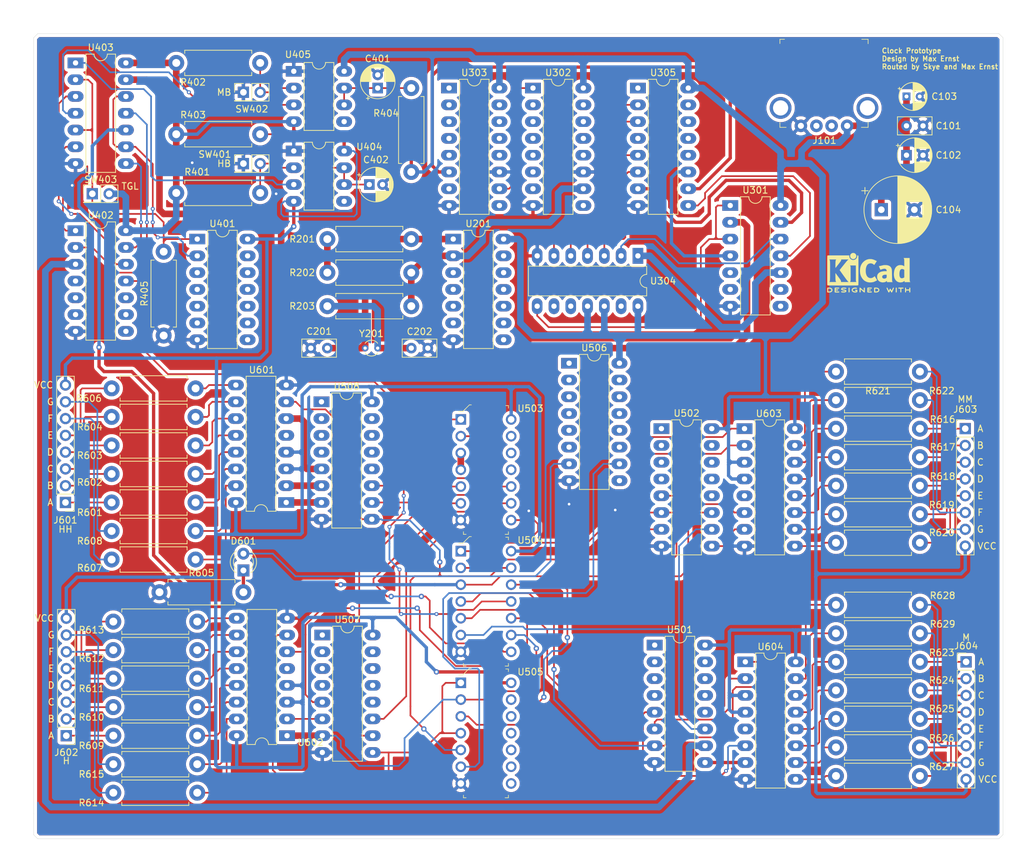
<source format=kicad_pcb>
(kicad_pcb (version 20171130) (host pcbnew "(5.1.4)-1")
  (layers (0 F.Cu signal) (31 B.Cu signal) (34 B.Paste user) (35 F.Paste user) (36 B.SilkS user) (37 F.SilkS user) (38 B.Mask user) (39 F.Mask user) (44 Edge.Cuts user))
  (net 0 "")
  (net 1 +5V)
  (net 2 GND)
  (net 3 "Net-(C201-Pad1)")
  (net 4 "Net-(C202-Pad1)")
  (net 5 "Net-(C401-Pad1)")
  (net 6 "Net-(C402-Pad1)")
  (net 7 /DisplaySection/AM_PM_INDICATOR)
  (net 8 "Net-(D601-Pad1)")
  (net 9 "Net-(R201-Pad1)")
  (net 10 /Oscillator/Oscillator32768Output)
  (net 11 "Net-(R401-Pad1)")
  (net 12 "Net-(R402-Pad1)")
  (net 13 "Net-(R405-Pad2)")
  (net 14 "Net-(R601-Pad2)")
  (net 15 "Net-(R602-Pad2)")
  (net 16 "Net-(R603-Pad2)")
  (net 17 "Net-(R604-Pad2)")
  (net 18 "Net-(R606-Pad2)")
  (net 19 "Net-(R607-Pad2)")
  (net 20 "Net-(R608-Pad2)")
  (net 21 "Net-(R609-Pad2)")
  (net 22 "Net-(R610-Pad2)")
  (net 23 "Net-(R611-Pad2)")
  (net 24 "Net-(R612-Pad2)")
  (net 25 "Net-(R613-Pad2)")
  (net 26 "Net-(R614-Pad2)")
  (net 27 "Net-(R615-Pad2)")
  (net 28 "Net-(R616-Pad2)")
  (net 29 "Net-(R617-Pad2)")
  (net 30 "Net-(R618-Pad2)")
  (net 31 "Net-(R619-Pad2)")
  (net 32 "Net-(R620-Pad2)")
  (net 33 "Net-(R621-Pad2)")
  (net 34 "Net-(R622-Pad2)")
  (net 35 "Net-(R623-Pad2)")
  (net 36 "Net-(R624-Pad2)")
  (net 37 "Net-(R625-Pad2)")
  (net 38 "Net-(R626-Pad2)")
  (net 39 "Net-(R627-Pad2)")
  (net 40 "Net-(R628-Pad2)")
  (net 41 "Net-(R629-Pad2)")
  (net 42 "Net-(U301-Pad13)")
  (net 43 "Net-(U301-Pad6)")
  (net 44 "Net-(U301-Pad12)")
  (net 45 "Net-(U301-Pad5)")
  (net 46 "Net-(U301-Pad11)")
  (net 47 "Net-(U301-Pad4)")
  (net 48 "Net-(U301-Pad10)")
  (net 49 "Net-(U301-Pad1)")
  (net 50 "Net-(U301-Pad9)")
  (net 51 /ButtonLogic/SecondsOutput)
  (net 52 "Net-(U301-Pad8)")
  (net 53 "Net-(U302-Pad15)")
  (net 54 "Net-(U302-Pad7)")
  (net 55 "Net-(U302-Pad14)")
  (net 56 "Net-(U302-Pad6)")
  (net 57 "Net-(U302-Pad13)")
  (net 58 "Net-(U302-Pad5)")
  (net 59 "Net-(U302-Pad12)")
  (net 60 "Net-(U302-Pad4)")
  (net 61 "Net-(U302-Pad3)")
  (net 62 "Net-(U302-Pad2)")
  (net 63 "Net-(U302-Pad9)")
  (net 64 "Net-(U302-Pad1)")
  (net 65 "Net-(U303-Pad15)")
  (net 66 "Net-(U303-Pad7)")
  (net 67 "Net-(U303-Pad14)")
  (net 68 "Net-(U303-Pad6)")
  (net 69 "Net-(U303-Pad13)")
  (net 70 "Net-(U303-Pad5)")
  (net 71 "Net-(U303-Pad12)")
  (net 72 "Net-(U303-Pad4)")
  (net 73 "Net-(U303-Pad3)")
  (net 74 "Net-(U303-Pad2)")
  (net 75 "Net-(U303-Pad9)")
  (net 76 "Net-(U303-Pad1)")
  (net 77 "Net-(U304-Pad13)")
  (net 78 "Net-(U304-Pad6)")
  (net 79 "Net-(U304-Pad5)")
  (net 80 "Net-(U304-Pad4)")
  (net 81 "Net-(U304-Pad10)")
  (net 82 "Net-(U304-Pad3)")
  (net 83 "Net-(U304-Pad9)")
  (net 84 "Net-(U401-Pad13)")
  (net 85 "Net-(U401-Pad12)")
  (net 86 "Net-(U401-Pad11)")
  (net 87 "Net-(U401-Pad10)")
  (net 88 "Net-(U401-Pad9)")
  (net 89 "Net-(U401-Pad8)")
  (net 90 "Net-(U401-Pad6)")
  (net 91 "Net-(U401-Pad5)")
  (net 92 "Net-(U401-Pad4)")
  (net 93 "Net-(U401-Pad3)")
  (net 94 "Net-(U401-Pad2)")
  (net 95 "Net-(U402-Pad13)")
  (net 96 "Net-(U402-Pad12)")
  (net 97 /ButtonLogic/1stPlaceHoursInput)
  (net 98 "Net-(U402-Pad10)")
  (net 99 "Net-(U402-Pad9)")
  (net 100 "Net-(U402-Pad8)")
  (net 101 "Net-(U402-Pad6)")
  (net 102 "Net-(U402-Pad5)")
  (net 103 "Net-(U402-Pad4)")
  (net 104 /ButtonLogic/1stPlaceMinutesInput)
  (net 105 "Net-(U402-Pad2)")
  (net 106 "Net-(U402-Pad1)")
  (net 107 /ButtonLogic/MinutesOutput)
  (net 108 "Net-(U403-Pad4)")
  (net 109 "Net-(U403-Pad1)")
  (net 110 "Net-(U404-Pad5)")
  (net 111 "Net-(U405-Pad5)")
  (net 112 "Net-(U501-Pad15)")
  (net 113 /DisplaySection/2ndP_M_O)
  (net 114 "Net-(U501-Pad14)")
  (net 115 /DisplaySection/3rdP_M_O)
  (net 116 "Net-(U501-Pad13)")
  (net 117 /DisplaySection/4thP_M_O)
  (net 118 "Net-(U501-Pad12)")
  (net 119 "Net-(U501-Pad4)")
  (net 120 "Net-(U501-Pad11)")
  (net 121 "Net-(U501-Pad3)")
  (net 122 "Net-(U501-Pad2)")
  (net 123 /DisplaySection/1stP_M_O)
  (net 124 "Net-(U501-Pad1)")
  (net 125 "Net-(U502-Pad15)")
  (net 126 /DisplaySection/2ndP_MM_O)
  (net 127 "Net-(U502-Pad14)")
  (net 128 /DisplaySection/3rdP_MM_O)
  (net 129 "Net-(U502-Pad13)")
  (net 130 /DisplaySection/4thP_MM_O)
  (net 131 "Net-(U502-Pad12)")
  (net 132 "Net-(U502-Pad4)")
  (net 133 "Net-(U502-Pad3)")
  (net 134 "Net-(U502-Pad2)")
  (net 135 /DisplaySection/1stP_MM_O)
  (net 136 "Net-(U502-Pad1)")
  (net 137 "Net-(U503-Pad13)")
  (net 138 "Net-(U503-Pad12)")
  (net 139 "Net-(U503-Pad11)")
  (net 140 "Net-(U503-Pad10)")
  (net 141 "Net-(U503-Pad9)")
  (net 142 "Net-(U503-Pad8)")
  (net 143 "Net-(U503-Pad6)")
  (net 144 "Net-(U503-Pad3)")
  (net 145 /DisplaySection/1stP_HH_O)
  (net 146 "Net-(U504-Pad12)")
  (net 147 /DisplaySection/4thP_H_O)
  (net 148 /DisplaySection/2ndP_H_O)
  (net 149 "Net-(U505-Pad13)")
  (net 150 "Net-(U505-Pad12)")
  (net 151 "Net-(U505-Pad11)")
  (net 152 "Net-(U505-Pad10)")
  (net 153 "Net-(U505-Pad9)")
  (net 154 "Net-(U505-Pad8)")
  (net 155 "Net-(U505-Pad6)")
  (net 156 /DisplaySection/1stP_H_O)
  (net 157 "Net-(U506-Pad15)")
  (net 158 "Net-(U506-Pad14)")
  (net 159 "Net-(U506-Pad6)")
  (net 160 "Net-(U506-Pad13)")
  (net 161 "Net-(U506-Pad5)")
  (net 162 "Net-(U506-Pad12)")
  (net 163 "Net-(U506-Pad4)")
  (net 164 "Net-(U506-Pad11)")
  (net 165 "Net-(U506-Pad3)")
  (net 166 "Net-(U506-Pad2)")
  (net 167 "Net-(U506-Pad9)")
  (net 168 "Net-(U506-Pad1)")
  (net 169 "Net-(U507-Pad15)")
  (net 170 "Net-(U507-Pad14)")
  (net 171 /DisplaySection/3rdP_H_O)
  (net 172 "Net-(U507-Pad13)")
  (net 173 "Net-(U507-Pad12)")
  (net 174 "Net-(U507-Pad4)")
  (net 175 "Net-(U507-Pad3)")
  (net 176 "Net-(U507-Pad2)")
  (net 177 "Net-(U507-Pad1)")
  (net 178 "Net-(U508-Pad15)")
  (net 179 /DisplaySection/2ndP_HH_O)
  (net 180 "Net-(U508-Pad14)")
  (net 181 /DisplaySection/3rdP_HH_O)
  (net 182 "Net-(U508-Pad13)")
  (net 183 /DisplaySection/4thP_HH_O)
  (net 184 "Net-(U508-Pad12)")
  (net 185 "Net-(U508-Pad4)")
  (net 186 "Net-(U508-Pad3)")
  (net 187 "Net-(U508-Pad2)")
  (net 188 "Net-(U508-Pad1)")
  (net 189 "Net-(U601-Pad5)")
  (net 190 "Net-(U602-Pad5)")
  (net 191 "Net-(U603-Pad5)")
  (net 192 "Net-(U604-Pad5)")
  (net 193 "Net-(U305-Pad15)")
  (net 194 "Net-(U305-Pad14)")
  (net 195 "Net-(U305-Pad13)")
  (net 196 "Net-(U305-Pad12)")
  (net 197 "Net-(U305-Pad4)")
  (net 198 "Net-(U305-Pad1)")
  (net 199 "Net-(J601-Pad7)")
  (net 200 "Net-(J601-Pad6)")
  (net 201 "Net-(J601-Pad5)")
  (net 202 "Net-(J601-Pad4)")
  (net 203 "Net-(J601-Pad3)")
  (net 204 "Net-(J601-Pad2)")
  (net 205 "Net-(J601-Pad1)")
  (net 206 "Net-(J602-Pad7)")
  (net 207 "Net-(J602-Pad6)")
  (net 208 "Net-(J602-Pad5)")
  (net 209 "Net-(J602-Pad4)")
  (net 210 "Net-(J602-Pad3)")
  (net 211 "Net-(J602-Pad2)")
  (net 212 "Net-(J602-Pad1)")
  (net 213 "Net-(J603-Pad7)")
  (net 214 "Net-(J603-Pad6)")
  (net 215 "Net-(J603-Pad5)")
  (net 216 "Net-(J603-Pad4)")
  (net 217 "Net-(J603-Pad3)")
  (net 218 "Net-(J603-Pad2)")
  (net 219 "Net-(J603-Pad1)")
  (net 220 "Net-(J604-Pad7)")
  (net 221 "Net-(J604-Pad6)")
  (net 222 "Net-(J604-Pad5)")
  (net 223 "Net-(J604-Pad4)")
  (net 224 "Net-(J604-Pad3)")
  (net 225 "Net-(J604-Pad2)")
  (net 226 "Net-(J604-Pad1)")
  (net 227 "Net-(J101-Pad3)")
  (net 228 "Net-(J101-Pad2)")
  (module digikey-footprints:USB_A_Female_UE27AC54100 (layer F.Cu) (at 145 52.535 180)
    (fp_text reference J101 (at -0.075 -4.925) (layer F.SilkS))
    (fp_text value USB_A)
    (pad 4 thru_hole circle (at 3.5 -2.71 180) (size 1.9 1.9) (drill 0.92) (layers *.Cu *.Mask) (net 2 GND))
    (pad 3 thru_hole circle (at 1.15 -2.71 180) (size 1.9 1.9) (drill 0.92) (layers *.Cu *.Mask) (net 227 "Net-(J101-Pad3)"))
    (pad 2 thru_hole circle (at -1.15 -2.71 180) (size 1.9 1.9) (drill 0.92) (layers *.Cu *.Mask) (net 228 "Net-(J101-Pad2)"))
    (pad 1 thru_hole circle (at -3.5 -2.71 180) (size 1.9 1.9) (drill 0.92) (layers *.Cu *.Mask) (net 1 +5V))
    (pad SH thru_hole circle (at 6.57 0 180) (size 3.3 3.3) (drill 2.3) (layers *.Cu *.Mask))
    (pad SH thru_hole circle (at -6.57 0 180) (size 3.3 3.3) (drill 2.3) (layers *.Cu *.Mask))
  )
  (module Capacitor_THT:CP_Radial_D10.0mm_P5.00mm (layer F.Cu) (at 153.67 67.945)
    (fp_text reference C104 (at 10.16 0) (layer F.SilkS))
    (fp_text value 1000uF)
    (pad 2 thru_hole circle (at 5 0) (size 2 2) (drill 1) (layers *.Cu *.Mask) (net 2 GND))
    (pad 1 thru_hole rect (at 0 0) (size 2 2) (drill 1) (layers *.Cu *.Mask) (net 1 +5V))
  )
  (module Capacitor_THT:CP_Radial_D4.0mm_P2.00mm (layer F.Cu) (at 157.48 50.8)
    (fp_text reference C103 (at 5.715 0) (layer F.SilkS))
    (fp_text value 47uF)
    (pad 2 thru_hole circle (at 2 0) (size 1.2 1.2) (drill 0.6) (layers *.Cu *.Mask) (net 2 GND))
    (pad 1 thru_hole rect (at 0 0) (size 1.2 1.2) (drill 0.6) (layers *.Cu *.Mask) (net 1 +5V))
  )
  (module Capacitor_THT:CP_Radial_D5.0mm_P2.50mm (layer F.Cu) (at 157.48 59.69)
    (fp_text reference C102 (at 6.35 0) (layer F.SilkS))
    (fp_text value 1uF)
    (pad 2 thru_hole circle (at 2.5 0) (size 1.6 1.6) (drill 0.8) (layers *.Cu *.Mask) (net 2 GND))
    (pad 1 thru_hole rect (at 0 0) (size 1.6 1.6) (drill 0.8) (layers *.Cu *.Mask) (net 1 +5V))
  )
  (module Capacitor_THT:C_Disc_D5.0mm_W2.5mm_P2.50mm (layer F.Cu) (at 157.48 55.245)
    (fp_text reference C101 (at 6.35 0) (layer F.SilkS))
    (fp_text value 100nF)
    (pad 2 thru_hole circle (at 2.5 0) (size 1.6 1.6) (drill 0.8) (layers *.Cu *.Mask) (net 2 GND))
    (pad 1 thru_hole circle (at 0 0) (size 1.6 1.6) (drill 0.8) (layers *.Cu *.Mask) (net 1 +5V))
  )
  (module Symbol:Symbol_ESD-Logo-Text_CopperTop (layer F.Cu) (at 164.084 77.47)
    (fp_text reference REF** hide)
    (fp_text value Symbol_ESD-Logo-Text_CopperTop hide)
    (fp_line (start 2.77876 -1.2573) (end 3.10896 -1.38938) (layer F.Cu) (width 0.3048))
    (fp_line (start 2.49936 -0.82804) (end 2.77876 -1.2573) (layer F.Cu) (width 0.3048))
    (fp_line (start 2.16916 -0.28956) (end 2.49936 -0.82804) (layer F.Cu) (width 0.3048))
    (fp_line (start 1.65862 0.54102) (end 2.16916 -0.28956) (layer F.Cu) (width 0.3048))
    (fp_line (start 0.1905 1.5113) (end 0.8001 0.98044) (layer F.Cu) (width 0.3048))
    (fp_line (start -0.32004 2.02184) (end 0.1905 1.5113) (layer F.Cu) (width 0.3048))
    (fp_line (start -0.62992 2.68224) (end -0.32004 2.02184) (layer F.Cu) (width 0.3048))
    (fp_line (start -0.86106 2.37236) (end -0.62992 2.68224) (layer F.Cu) (width 0.3048))
    (fp_line (start -0.70104 1.59258) (end -0.86106 2.37236) (layer F.Cu) (width 0.3048))
    (fp_line (start 0.30988 0.32258) (end -0.70104 1.59258) (layer F.Cu) (width 0.3048))
    (fp_line (start 0.45974 -0.18796) (end 0.30988 0.32258) (layer F.Cu) (width 0.3048))
    (fp_line (start -0.40132 -1.27762) (end 0.45974 -0.18796) (layer F.Cu) (width 0.3048))
    (fp_line (start -0.62992 -1.12776) (end -0.40132 -1.27762) (layer F.Cu) (width 0.3048))
    (fp_line (start -1.47066 -0.49784) (end -0.62992 -1.12776) (layer F.Cu) (width 0.3048))
    (fp_line (start -1.71958 -0.16764) (end -1.47066 -0.49784) (layer F.Cu) (width 0.3048))
    (fp_line (start -1.77038 -0.11938) (end -1.71958 -0.16764) (layer F.Cu) (width 0.3048))
    (fp_line (start -1.84912 0.42164) (end -1.77038 -0.11938) (layer F.Cu) (width 0.3048))
    (fp_line (start -1.84912 1.48082) (end -1.84912 0.42164) (layer F.Cu) (width 0.3048))
    (fp_line (start -1.62052 2.35204) (end -1.84912 1.48082) (layer F.Cu) (width 0.3048))
    (fp_line (start -1.99136 2.77114) (end -1.62052 2.35204) (layer F.Cu) (width 0.3048))
    (fp_line (start -2.4892 1.10236) (end -1.99136 2.77114) (layer F.Cu) (width 0.3048))
    (fp_line (start -2.37998 -0.57912) (end -2.4892 1.10236) (layer F.Cu) (width 0.3048))
    (fp_line (start -0.65024 -2.64922) (end -1.8796 -1.13792) (layer F.Cu) (width 0.3048))
    (fp_line (start 1.24968 -3.31724) (end -0.65024 -2.64922) (layer F.Cu) (width 0.3048))
    (fp_line (start 2.19964 -3.59918) (end 1.24968 -3.31724) (layer F.Cu) (width 0.3048))
    (fp_line (start 0.30988 1.4605) (end 0.56896 1.81102) (layer F.Cu) (width 0.3048))
    (fp_line (start 0.07874 2.1717) (end 0.10922 2.1717) (layer F.Cu) (width 0.3048))
    (fp_line (start -0.22098 1.99136) (end 0.07874 2.1717) (layer F.Cu) (width 0.3048))
    (fp_line (start 1.61036 0.65278) (end 1.67894 0.6223) (layer F.Cu) (width 0.3048))
    (fp_line (start 4.96062 2.47142) (end 1.61036 0.65278) (layer F.Cu) (width 0.3048))
    (fp_line (start 3.15976 -1.3081) (end 4.96062 2.47142) (layer F.Cu) (width 0.3048))
    (fp_line (start -1.89992 -1.15824) (end -1.86944 -1.15824) (layer F.Cu) (width 0.3048))
    (fp_line (start -2.76098 -1.5875) (end -1.89992 -1.15824) (layer F.Cu) (width 0.3048))
    (fp_line (start 0.21082 -7.3787) (end -2.76098 -1.5875) (layer F.Cu) (width 0.3048))
    (fp_line (start 2.09042 -3.64744) (end 0.21082 -7.3787) (layer F.Cu) (width 0.3048))
    (fp_line (start 4.90982 3.3909) (end 0.86868 1.1811) (layer F.Cu) (width 0.3048))
    (fp_line (start -5.15112 3.31216) (end 4.90982 3.3909) (layer F.Cu) (width 0.3048))
    (fp_line (start -3.09118 -0.84836) (end -5.15112 3.31216) (layer F.Cu) (width 0.3048))
    (fp_line (start -2.46126 -0.56896) (end -3.09118 -0.84836) (layer F.Cu) (width 0.3048))
    (fp_line (start -0.29972 0.44196) (end -0.07112 0.5715) (layer F.Cu) (width 0.3048))
    (fp_line (start -0.72898 0.98044) (end -0.29972 0.44196) (layer F.Cu) (width 0.3048))
    (fp_line (start -0.70104 0.37084) (end -0.72898 0.98044) (layer F.Cu) (width 0.3048))
    (fp_line (start -1.14046 0.16256) (end -0.70104 0.37084) (layer F.Cu) (width 0.3048))
    (fp_line (start -1.01092 1.5621) (end -1.14046 0.16256) (layer F.Cu) (width 0.3048))
    (fp_line (start -1.10998 1.87198) (end -1.01092 1.5621) (layer F.Cu) (width 0.3048))
    (fp_line (start -1.38938 1.64084) (end -1.10998 1.87198) (layer F.Cu) (width 0.3048))
    (fp_line (start -1.51892 0.80264) (end -1.38938 1.64084) (layer F.Cu) (width 0.3048))
    (fp_line (start -1.51892 -0.1397) (end -1.51892 0.80264) (layer F.Cu) (width 0.3048))
    (fp_line (start 0.06096 -0.0889) (end 0.23876 0.14224) (layer F.Cu) (width 0.3048))
    (fp_line (start -0.4191 -0.61722) (end 0.06096 -0.0889) (layer F.Cu) (width 0.3048))
    (fp_line (start -0.77978 -0.49784) (end -0.4191 -0.61722) (layer F.Cu) (width 0.3048))
    (fp_line (start -1.10998 -0.6477) (end -0.77978 -0.49784) (layer F.Cu) (width 0.3048))
    (fp_line (start -0.0889 -6.6675) (end 0.94996 -5.92836) (layer F.Cu) (width 0.3048))
    (fp_line (start -0.35052 -6.0579) (end 1.57988 -4.65836) (layer F.Cu) (width 0.3048))
    (fp_line (start -0.7493 -5.3975) (end 1.85928 -3.64744) (layer F.Cu) (width 0.3048))
    (fp_line (start -1.01092 -4.86918) (end 1.19888 -3.41884) (layer F.Cu) (width 0.3048))
    (fp_line (start -1.3589 -4.2291) (end 0.45974 -3.08864) (layer F.Cu) (width 0.3048))
    (fp_line (start -0.44958 -2.80924) (end -0.4191 -2.80924) (layer F.Cu) (width 0.3048))
    (fp_line (start -1.71958 -3.59918) (end -0.44958 -2.80924) (layer F.Cu) (width 0.3048))
    (fp_line (start -2.04978 -2.9591) (end -1.03124 -2.26822) (layer F.Cu) (width 0.3048))
    (fp_line (start -1.31064 -1.81864) (end -1.31064 -1.83896) (layer F.Cu) (width 0.3048))
    (fp_line (start -2.23012 -2.44856) (end -1.31064 -1.81864) (layer F.Cu) (width 0.3048))
    (fp_line (start -2.50952 -1.9685) (end -1.6891 -1.48844) (layer F.Cu) (width 0.3048))
    (fp_line (start 2.70002 -1.0287) (end 3.54076 -0.39878) (layer F.Cu) (width 0.3048))
    (fp_line (start 2.4511 -0.56896) (end 4.09956 0.72136) (layer F.Cu) (width 0.3048))
    (fp_line (start 2.1209 0.04064) (end 4.37896 1.38176) (layer F.Cu) (width 0.3048))
    (fp_line (start -3.37058 -0.33782) (end -2.6289 0.06096) (layer F.Cu) (width 0.3048))
    (fp_line (start -3.55092 0.16256) (end -2.47904 0.75184) (layer F.Cu) (width 0.3048))
    (fp_line (start -3.74904 0.65278) (end -2.46126 1.38176) (layer F.Cu) (width 0.3048))
    (fp_line (start -2.41046 1.99136) (end -2.37998 1.99136) (layer F.Cu) (width 0.3048))
    (fp_line (start -4.03098 1.20142) (end -2.41046 1.99136) (layer F.Cu) (width 0.3048))
    (fp_line (start -4.34086 1.66116) (end -1.14046 3.31216) (layer F.Cu) (width 0.3048))
    (fp_line (start -4.5593 2.2225) (end -2.17932 3.36042) (layer F.Cu) (width 0.3048))
    (fp_line (start -4.77012 2.75082) (end -3.64998 3.34264) (layer F.Cu) (width 0.3048))
    (fp_line (start -1.53924 2.37236) (end -0.02032 3.3909) (layer F.Cu) (width 0.3048))
    (fp_line (start 1.02108 3.31216) (end 1.04902 3.31216) (layer F.Cu) (width 0.3048))
    (fp_line (start -0.35052 2.30124) (end 1.02108 3.31216) (layer F.Cu) (width 0.3048))
    (fp_line (start 0.23876 1.8415) (end 2.16916 3.29184) (layer F.Cu) (width 0.3048))
    (fp_line (start 3.25882 3.31216) (end 3.27914 3.31216) (layer F.Cu) (width 0.3048))
    (fp_line (start 0.5207 1.4605) (end 3.25882 3.31216) (layer F.Cu) (width 0.3048))
    (fp_line (start -0.65024 -0.92964) (end 0.06096 -0.4191) (layer F.Cu) (width 0.3048))
    (fp_line (start -4.46024 4.04114) (end -4.03098 5.31114) (layer F.Cu) (width 0.3048))
    (fp_line (start -4.86918 5.31114) (end -4.46024 4.04114) (layer F.Cu) (width 0.3048))
    (fp_line (start -4.7498 4.96062) (end -4.15036 4.97078) (layer F.Cu) (width 0.3048))
    (fp_line (start -3.78968 4.04876) (end -3.10896 4.04114) (layer F.Cu) (width 0.3048))
    (fp_line (start -2.77876 4.04114) (end -2.14122 4.03098) (layer F.Cu) (width 0.3048))
    (fp_line (start -3.44932 4.04876) (end -3.41884 5.28066) (layer F.Cu) (width 0.3048))
    (fp_line (start -2.46126 5.31114) (end -2.46888 4.05892) (layer F.Cu) (width 0.3048))
    (fp_line (start -1.66116 5.28066) (end -1.651 5.28066) (layer F.Cu) (width 0.3048))
    (fp_line (start -1.66116 4.04876) (end -1.66116 5.28066) (layer F.Cu) (width 0.3048))
    (fp_line (start -1.651 4.04876) (end -1.14046 4.04876) (layer F.Cu) (width 0.3048))
    (fp_line (start -1.62052 4.65074) (end -1.6002 4.65074) (layer F.Cu) (width 0.3048))
    (fp_line (start -1.19888 4.64058) (end -1.62052 4.65074) (layer F.Cu) (width 0.3048))
    (fp_line (start -1.64084 5.30098) (end -1.63068 5.30098) (layer F.Cu) (width 0.3048))
    (fp_line (start -1.09982 5.31876) (end -1.64084 5.30098) (layer F.Cu) (width 0.3048))
    (fp_line (start 0.1905 5.29082) (end 0.1905 4.05892) (layer F.Cu) (width 0.3048))
    (fp_line (start -0.5207 4.0894) (end 0.1905 5.29082) (layer F.Cu) (width 0.3048))
    (fp_line (start -0.51054 5.32892) (end -0.5207 4.0894) (layer F.Cu) (width 0.3048))
    (fp_line (start 0.6096 4.04114) (end 1.31064 4.04114) (layer F.Cu) (width 0.3048))
    (fp_line (start 0.97028 4.06908) (end 0.9906 5.28066) (layer F.Cu) (width 0.3048))
    (fp_line (start 1.78054 4.03098) (end 1.77038 5.29082) (layer F.Cu) (width 0.3048))
    (fp_line (start 2.43078 4.18084) (end 2.63906 4.05892) (layer F.Cu) (width 0.3048))
    (fp_line (start 2.31902 4.38912) (end 2.43078 4.18084) (layer F.Cu) (width 0.3048))
    (fp_line (start 2.31902 4.70916) (end 2.31902 4.38912) (layer F.Cu) (width 0.3048))
    (fp_line (start 2.43078 5.14096) (end 2.31902 4.70916) (layer F.Cu) (width 0.3048))
    (fp_line (start 2.60096 5.28066) (end 2.43078 5.14096) (layer F.Cu) (width 0.3048))
    (fp_line (start 2.80924 5.30098) (end 2.60096 5.28066) (layer F.Cu) (width 0.3048))
    (fp_line (start 3.04038 5.18922) (end 2.80924 5.30098) (layer F.Cu) (width 0.3048))
    (fp_line (start 3.1496 4.97078) (end 3.04038 5.18922) (layer F.Cu) (width 0.3048))
    (fp_line (start 3.15976 4.67106) (end 3.1496 4.97078) (layer F.Cu) (width 0.3048))
    (fp_line (start 3.1496 4.3307) (end 3.15976 4.67106) (layer F.Cu) (width 0.3048))
    (fp_line (start 2.97942 4.11988) (end 3.1496 4.3307) (layer F.Cu) (width 0.3048))
    (fp_line (start 2.75082 4.04876) (end 2.97942 4.11988) (layer F.Cu) (width 0.3048))
    (fp_line (start 4.43992 5.30098) (end 4.42976 4.06908) (layer F.Cu) (width 0.3048))
    (fp_line (start 3.7211 4.09956) (end 4.43992 5.30098) (layer F.Cu) (width 0.3048))
    (fp_line (start 3.71094 5.29082) (end 3.7211 4.09956) (layer F.Cu) (width 0.3048))
    (fp_line (start -6.14934 6.11124) (end -6.78942 6.11124) (layer F.Cu) (width 0.3048))
    (fp_line (start -6.79958 7.37108) (end -6.2103 7.37108) (layer F.Cu) (width 0.3048))
    (fp_line (start -6.78942 6.11124) (end -6.79958 7.37108) (layer F.Cu) (width 0.3048))
    (fp_line (start -6.37032 6.731) (end -6.74878 6.72084) (layer F.Cu) (width 0.3048))
    (fp_line (start -5.6388 7.37108) (end -5.04952 7.37108) (layer F.Cu) (width 0.3048))
    (fp_line (start -5.63118 6.10108) (end -5.6388 7.37108) (layer F.Cu) (width 0.3048))
    (fp_line (start -4.6101 7.38124) (end -4.04114 7.38124) (layer F.Cu) (width 0.3048))
    (fp_line (start -4.6101 6.11886) (end -4.6101 7.38124) (layer F.Cu) (width 0.3048))
    (fp_line (start -4.5593 6.731) (end -4.20878 6.731) (layer F.Cu) (width 0.3048))
    (fp_line (start -4.6101 6.11886) (end -4.04114 6.11886) (layer F.Cu) (width 0.3048))
    (fp_line (start -4.59994 6.12902) (end -4.6101 6.11886) (layer F.Cu) (width 0.3048))
    (fp_line (start -3.11912 7.37108) (end -2.77114 7.2898) (layer F.Cu) (width 0.3048))
    (fp_line (start -3.32994 7.26948) (end -3.11912 7.37108) (layer F.Cu) (width 0.3048))
    (fp_line (start -3.48996 7.02056) (end -3.32994 7.26948) (layer F.Cu) (width 0.3048))
    (fp_line (start -3.51028 6.65988) (end -3.48996 7.02056) (layer F.Cu) (width 0.3048))
    (fp_line (start -3.41122 6.28904) (end -3.51028 6.65988) (layer F.Cu) (width 0.3048))
    (fp_line (start -3.15976 6.13918) (end -3.41122 6.28904) (layer F.Cu) (width 0.3048))
    (fp_line (start -2.93878 6.13918) (end -3.15976 6.13918) (layer F.Cu) (width 0.3048))
    (fp_line (start -2.70002 6.25094) (end -2.93878 6.13918) (layer F.Cu) (width 0.3048))
    (fp_line (start -2.3495 6.11886) (end -1.67894 6.11886) (layer F.Cu) (width 0.3048))
    (fp_line (start -2.04978 6.49986) (end -2.02946 7.37108) (layer F.Cu) (width 0.3048))
    (fp_line (start -2.02946 6.12902) (end -2.00914 6.12902) (layer F.Cu) (width 0.3048))
    (fp_line (start -2.03962 6.52018) (end -2.02946 6.12902) (layer F.Cu) (width 0.3048))
    (fp_line (start -1.17094 6.77926) (end -1.16078 6.77926) (layer F.Cu) (width 0.3048))
    (fp_line (start -0.76962 6.77926) (end -1.17094 6.77926) (layer F.Cu) (width 0.3048))
    (fp_line (start -0.59944 6.69036) (end -0.76962 6.77926) (layer F.Cu) (width 0.3048))
    (fp_line (start -0.51054 6.49986) (end -0.59944 6.69036) (layer F.Cu) (width 0.3048))
    (fp_line (start -0.59944 6.24078) (end -0.51054 6.49986) (layer F.Cu) (width 0.3048))
    (fp_line (start -0.78994 6.12902) (end -0.59944 6.24078) (layer F.Cu) (width 0.3048))
    (fp_line (start -1.22936 6.13918) (end -0.78994 6.12902) (layer F.Cu) (width 0.3048))
    (fp_line (start -1.22936 7.36092) (end -1.22936 6.13918) (layer F.Cu) (width 0.3048))
    (fp_line (start -0.87884 6.8199) (end -0.5207 7.36092) (layer F.Cu) (width 0.3048))
    (fp_line (start 0.18034 6.17982) (end 0.36068 6.16966) (layer F.Cu) (width 0.3048))
    (fp_line (start 0.03048 6.37032) (end 0.18034 6.17982) (layer F.Cu) (width 0.3048))
    (fp_line (start -0.04064 6.78942) (end 0.03048 6.37032) (layer F.Cu) (width 0.3048))
    (fp_line (start 0.03048 7.10946) (end -0.04064 6.78942) (layer F.Cu) (width 0.3048))
    (fp_line (start 0.23876 7.37108) (end 0.03048 7.10946) (layer F.Cu) (width 0.3048))
    (fp_line (start 0.45974 7.38124) (end 0.23876 7.37108) (layer F.Cu) (width 0.3048))
    (fp_line (start 0.65024 7.33044) (end 0.45974 7.38124) (layer F.Cu) (width 0.3048))
    (fp_line (start 0.76962 7.17042) (end 0.65024 7.33044) (layer F.Cu) (width 0.3048))
    (fp_line (start 0.84074 6.78942) (end 0.76962 7.17042) (layer F.Cu) (width 0.3048))
    (fp_line (start 0.77978 6.42112) (end 0.84074 6.78942) (layer F.Cu) (width 0.3048))
    (fp_line (start 0.64008 6.20014) (end 0.77978 6.42112) (layer F.Cu) (width 0.3048))
    (fp_line (start 0.39116 6.12902) (end 0.64008 6.20014) (layer F.Cu) (width 0.3048))
    (fp_line (start 1.63068 7.39902) (end 1.3208 7.36092) (layer F.Cu) (width 0.3048))
    (fp_line (start 1.8796 7.32028) (end 1.63068 7.39902) (layer F.Cu) (width 0.3048))
    (fp_line (start 2.02946 7.1501) (end 1.8796 7.32028) (layer F.Cu) (width 0.3048))
    (fp_line (start 1.92024 6.88086) (end 2.02946 7.1501) (layer F.Cu) (width 0.3048))
    (fp_line (start 1.66878 6.7691) (end 1.92024 6.88086) (layer F.Cu) (width 0.3048))
    (fp_line (start 1.36906 6.60908) (end 1.66878 6.7691) (layer F.Cu) (width 0.3048))
    (fp_line (start 1.31064 6.42112) (end 1.36906 6.60908) (layer F.Cu) (width 0.3048))
    (fp_line (start 1.45034 6.16966) (end 1.31064 6.42112) (layer F.Cu) (width 0.3048))
    (fp_line (start 1.81102 6.11124) (end 1.45034 6.16966) (layer F.Cu) (width 0.3048))
    (fp_line (start 2.03962 6.17982) (end 1.81102 6.11124) (layer F.Cu) (width 0.3048))
    (fp_line (start 2.43078 6.11886) (end 3.08102 6.11886) (layer F.Cu) (width 0.3048))
    (fp_line (start 2.74066 6.12902) (end 2.76098 7.37108) (layer F.Cu) (width 0.3048))
    (fp_line (start 3.79984 6.14934) (end 4.20116 7.37108) (layer F.Cu) (width 0.3048))
    (fp_line (start 3.38074 7.38124) (end 3.79984 6.14934) (layer F.Cu) (width 0.3048))
    (fp_line (start 3.51028 7.02056) (end 4.04114 7.02056) (layer F.Cu) (width 0.3048))
    (fp_line (start 4.46024 6.14934) (end 5.15112 6.13918) (layer F.Cu) (width 0.3048))
    (fp_line (start 4.8006 6.14934) (end 4.83108 7.37108) (layer F.Cu) (width 0.3048))
    (fp_line (start 5.63118 6.11124) (end 5.63118 7.3406) (layer F.Cu) (width 0.3048))
    (fp_line (start 6.74116 7.36092) (end 6.91896 7.24916) (layer F.Cu) (width 0.3048))
    (fp_line (start 6.44906 7.36092) (end 6.74116 7.36092) (layer F.Cu) (width 0.3048))
    (fp_line (start 6.20014 7.16026) (end 6.44906 7.36092) (layer F.Cu) (width 0.3048))
    (fp_line (start 6.14934 6.75894) (end 6.20014 7.16026) (layer F.Cu) (width 0.3048))
    (fp_line (start 6.24078 6.33984) (end 6.14934 6.75894) (layer F.Cu) (width 0.3048))
    (fp_line (start 6.47954 6.13918) (end 6.24078 6.33984) (layer F.Cu) (width 0.3048))
    (fp_line (start 6.71068 6.11886) (end 6.47954 6.13918) (layer F.Cu) (width 0.3048))
    (fp_line (start 6.97992 6.27126) (end 6.71068 6.11886) (layer F.Cu) (width 0.3048))
    (fp_line (start -4.36118 9.48944) (end -4.42976 9.46912) (layer F.Cu) (width 0.3048))
    (fp_line (start -4.02082 9.5504) (end -4.36118 9.48944) (layer F.Cu) (width 0.3048))
    (fp_line (start -3.78968 9.44118) (end -4.02082 9.5504) (layer F.Cu) (width 0.3048))
    (fp_line (start -3.73888 9.1694) (end -3.78968 9.44118) (layer F.Cu) (width 0.3048))
    (fp_line (start -3.87096 8.96112) (end -3.73888 9.1694) (layer F.Cu) (width 0.3048))
    (fp_line (start -4.20116 8.82904) (end -3.87096 8.96112) (layer F.Cu) (width 0.3048))
    (fp_line (start -4.42976 8.70966) (end -4.20116 8.82904) (layer F.Cu) (width 0.3048))
    (fp_line (start -4.45008 8.49884) (end -4.42976 8.70966) (layer F.Cu) (width 0.3048))
    (fp_line (start -4.21894 8.27024) (end -4.45008 8.49884) (layer F.Cu) (width 0.3048))
    (fp_line (start -3.90906 8.26008) (end -4.21894 8.27024) (layer F.Cu) (width 0.3048))
    (fp_line (start -3.70078 8.32104) (end -3.90906 8.26008) (layer F.Cu) (width 0.3048))
    (fp_line (start -2.60096 8.26008) (end -3.1496 8.26008) (layer F.Cu) (width 0.3048))
    (fp_line (start -2.77114 8.8392) (end -3.16992 8.82904) (layer F.Cu) (width 0.3048))
    (fp_line (start -3.15976 9.4996) (end -3.18008 8.27024) (layer F.Cu) (width 0.3048))
    (fp_line (start -2.56032 9.53008) (end -3.15976 9.4996) (layer F.Cu) (width 0.3048))
    (fp_line (start -1.3208 9.50976) (end -1.3208 8.27024) (layer F.Cu) (width 0.3048))
    (fp_line (start -2.00914 8.3312) (end -1.3208 9.50976) (layer F.Cu) (width 0.3048))
    (fp_line (start -2.00914 9.4996) (end -2.00914 8.3312) (layer F.Cu) (width 0.3048))
    (fp_line (start -0.44958 9.50976) (end -0.71882 9.46912) (layer F.Cu) (width 0.3048))
    (fp_line (start -0.21082 9.48944) (end -0.44958 9.50976) (layer F.Cu) (width 0.3048))
    (fp_line (start -0.04064 9.28878) (end -0.21082 9.48944) (layer F.Cu) (width 0.3048))
    (fp_line (start -0.07112 9.09066) (end -0.04064 9.28878) (layer F.Cu) (width 0.3048))
    (fp_line (start -0.23876 8.9408) (end -0.07112 9.09066) (layer F.Cu) (width 0.3048))
    (fp_line (start -0.45974 8.86968) (end -0.23876 8.9408) (layer F.Cu) (width 0.3048))
    (fp_line (start -0.6604 8.78078) (end -0.45974 8.86968) (layer F.Cu) (width 0.3048))
    (fp_line (start -0.75946 8.59028) (end -0.6604 8.78078) (layer F.Cu) (width 0.3048))
    (fp_line (start -0.69088 8.37946) (end -0.75946 8.59028) (layer F.Cu) (width 0.3048))
    (fp_line (start -0.48006 8.26008) (end -0.69088 8.37946) (layer F.Cu) (width 0.3048))
    (fp_line (start -0.21082 8.2296) (end -0.48006 8.26008) (layer F.Cu) (width 0.3048))
    (fp_line (start 0 8.32104) (end -0.21082 8.2296) (layer F.Cu) (width 0.3048))
    (fp_line (start 0.51054 8.21944) (end 0.51054 9.47928) (layer F.Cu) (width 0.3048))
    (fp_line (start 0.96012 8.27024) (end 1.63068 8.2804) (layer F.Cu) (width 0.3048))
    (fp_line (start 1.30048 9.47928) (end 1.31064 9.47928) (layer F.Cu) (width 0.3048))
    (fp_line (start 1.29032 8.29056) (end 1.30048 9.47928) (layer F.Cu) (width 0.3048))
    (fp_line (start 2.10058 8.29056) (end 2.09042 9.48944) (layer F.Cu) (width 0.3048))
    (fp_line (start 2.921 9.48944) (end 3.36042 8.27024) (layer F.Cu) (width 0.3048))
    (fp_line (start 2.50952 8.27024) (end 2.921 9.48944) (layer F.Cu) (width 0.3048))
    (fp_line (start 4.39928 8.26008) (end 3.79984 8.27024) (layer F.Cu) (width 0.3048))
    (fp_line (start 3.79984 9.50976) (end 3.77952 8.29056) (layer F.Cu) (width 0.3048))
    (fp_line (start 4.40944 9.53008) (end 3.79984 9.50976) (layer F.Cu) (width 0.3048))
    (fp_line (start 4.20878 8.82904) (end 3.85064 8.8392) (layer F.Cu) (width 0.3048))
    (fp_line (start -3.12928 10.4394) (end -3.429 10.42924) (layer F.Cu) (width 0.3048))
    (fp_line (start -2.9591 10.53084) (end -3.12928 10.4394) (layer F.Cu) (width 0.3048))
    (fp_line (start -2.83972 10.7696) (end -2.9591 10.53084) (layer F.Cu) (width 0.3048))
    (fp_line (start -2.79908 11.0998) (end -2.83972 10.7696) (layer F.Cu) (width 0.3048))
    (fp_line (start -2.91084 11.50112) (end -2.79908 11.0998) (layer F.Cu) (width 0.3048))
    (fp_line (start -3.18008 11.67892) (end -2.91084 11.50112) (layer F.Cu) (width 0.3048))
    (fp_line (start -3.50012 11.67892) (end -3.18008 11.67892) (layer F.Cu) (width 0.3048))
    (fp_line (start -3.50012 10.4394) (end -3.50012 11.67892) (layer F.Cu) (width 0.3048))
    (fp_line (start -2.2606 11.66114) (end -1.64084 11.67892) (layer F.Cu) (width 0.3048))
    (fp_line (start -2.23012 10.41908) (end -2.2606 11.66114) (layer F.Cu) (width 0.3048))
    (fp_line (start -1.63068 10.41908) (end -2.23012 10.41908) (layer F.Cu) (width 0.3048))
    (fp_line (start -2.159 11.03884) (end -2.159 11.02106) (layer F.Cu) (width 0.3048))
    (fp_line (start -1.82118 11.0109) (end -2.159 11.03884) (layer F.Cu) (width 0.3048))
    (fp_line (start -0.86106 11.67892) (end -0.43942 10.41908) (layer F.Cu) (width 0.3048))
    (fp_line (start -1.28016 10.40892) (end -0.86106 11.67892) (layer F.Cu) (width 0.3048))
    (fp_line (start 0 10.41908) (end 0 11.66114) (layer F.Cu) (width 0.3048))
    (fp_line (start 1.31064 11.5697) (end 1.3208 11.55954) (layer F.Cu) (width 0.3048))
    (fp_line (start 1.16078 11.68908) (end 1.31064 11.5697) (layer F.Cu) (width 0.3048))
    (fp_line (start 0.89916 11.65098) (end 1.16078 11.68908) (layer F.Cu) (width 0.3048))
    (fp_line (start 0.61976 11.4808) (end 0.89916 11.65098) (layer F.Cu) (width 0.3048))
    (fp_line (start 0.5207 11.18108) (end 0.61976 11.4808) (layer F.Cu) (width 0.3048))
    (fp_line (start 0.59944 10.77976) (end 0.5207 11.18108) (layer F.Cu) (width 0.3048))
    (fp_line (start 0.8509 10.4902) (end 0.59944 10.77976) (layer F.Cu) (width 0.3048))
    (fp_line (start 1.09982 10.4394) (end 0.8509 10.4902) (layer F.Cu) (width 0.3048))
    (fp_line (start 1.31064 10.53084) (end 1.09982 10.4394) (layer F.Cu) (width 0.3048))
    (fp_line (start 1.8796 11.66114) (end 2.4511 11.67892) (layer F.Cu) (width 0.3048))
    (fp_line (start 1.86944 10.4394) (end 1.8796 11.66114) (layer F.Cu) (width 0.3048))
    (fp_line (start 2.47904 10.41908) (end 1.86944 10.4394) (layer F.Cu) (width 0.3048))
    (fp_line (start 2.19964 11.0109) (end 1.88976 11.02106) (layer F.Cu) (width 0.3048))
    (fp_line (start 2.97942 11.65098) (end 2.98958 11.64082) (layer F.Cu) (width 0.3048))
    (fp_line (start 3.21056 11.68908) (end 2.97942 11.65098) (layer F.Cu) (width 0.3048))
    (fp_line (start 3.52044 11.64082) (end 3.21056 11.68908) (layer F.Cu) (width 0.3048))
    (fp_line (start 3.66014 11.45032) (end 3.52044 11.64082) (layer F.Cu) (width 0.3048))
    (fp_line (start 3.54076 11.16076) (end 3.66014 11.45032) (layer F.Cu) (width 0.3048))
    (fp_line (start 3.27914 11.05916) (end 3.54076 11.16076) (layer F.Cu) (width 0.3048))
    (fp_line (start 2.99974 10.84072) (end 3.27914 11.05916) (layer F.Cu) (width 0.3048))
    (fp_line (start 2.99974 10.59942) (end 2.99974 10.84072) (layer F.Cu) (width 0.3048))
    (fp_line (start 3.23088 10.42924) (end 2.99974 10.59942) (layer F.Cu) (width 0.3048))
    (fp_line (start 3.50012 10.42924) (end 3.23088 10.42924) (layer F.Cu) (width 0.3048))
    (fp_line (start 3.7211 10.52068) (end 3.50012 10.42924) (layer F.Cu) (width 0.3048))
  )
  (module Symbol:Symbol_GNU-GPL_CopperTop_Small (layer F.Cu) (at 151.003 86.741)
    (fp_text reference REF** hide)
    (fp_text value Symbol_GNU-GPL_CopperTop_Small hide)
    (fp_line (start -4.064 2.54) (end -4.064 -3.048) (layer F.Cu) (width 0.381))
    (fp_line (start 4.064 2.54) (end -4.064 2.54) (layer F.Cu) (width 0.381))
    (fp_line (start 4.064 -3.048) (end 4.064 2.54) (layer F.Cu) (width 0.381))
    (fp_line (start -4.064 -3.048) (end 4.064 -3.048) (layer F.Cu) (width 0.381))
    (fp_line (start -1.80086 -1.30048) (end -2.30124 -1.30048) (layer F.Cu) (width 0.381))
    (fp_line (start -1.80086 -0.8001) (end -1.80086 -1.30048) (layer F.Cu) (width 0.381))
    (fp_line (start -2.49936 -0.59944) (end -1.80086 -0.8001) (layer F.Cu) (width 0.381))
    (fp_line (start -2.99974 -0.8001) (end -2.49936 -0.59944) (layer F.Cu) (width 0.381))
    (fp_line (start -3.29946 -1.09982) (end -2.99974 -0.8001) (layer F.Cu) (width 0.381))
    (fp_line (start -3.40106 -1.50114) (end -3.29946 -1.09982) (layer F.Cu) (width 0.381))
    (fp_line (start -3.2004 -1.89992) (end -3.40106 -1.50114) (layer F.Cu) (width 0.381))
    (fp_line (start -2.79908 -2.10058) (end -3.2004 -1.89992) (layer F.Cu) (width 0.381))
    (fp_line (start -2.30124 -2.19964) (end -2.79908 -2.10058) (layer F.Cu) (width 0.381))
    (fp_line (start -1.99898 -2.10058) (end -2.30124 -2.19964) (layer F.Cu) (width 0.381))
    (fp_line (start 0.70104 -0.70104) (end 0.70104 -2.19964) (layer F.Cu) (width 0.381))
    (fp_line (start -0.8001 -2.19964) (end 0.70104 -0.70104) (layer F.Cu) (width 0.381))
    (fp_line (start -0.8001 -0.70104) (end -0.8001 -2.19964) (layer F.Cu) (width 0.381))
    (fp_line (start 3.29946 -0.89916) (end 3.29946 -2.19964) (layer F.Cu) (width 0.381))
    (fp_line (start 3.0988 -0.8001) (end 3.29946 -0.89916) (layer F.Cu) (width 0.381))
    (fp_line (start 2.79908 -0.70104) (end 3.0988 -0.8001) (layer F.Cu) (width 0.381))
    (fp_line (start 2.4003 -0.70104) (end 2.79908 -0.70104) (layer F.Cu) (width 0.381))
    (fp_line (start 2.10058 -0.70104) (end 2.4003 -0.70104) (layer F.Cu) (width 0.381))
    (fp_line (start 1.80086 -0.89916) (end 2.10058 -0.70104) (layer F.Cu) (width 0.381))
    (fp_line (start 1.80086 -2.19964) (end 1.80086 -0.89916) (layer F.Cu) (width 0.381))
    (fp_line (start -1.50114 1.30048) (end -1.99898 1.30048) (layer F.Cu) (width 0.381))
    (fp_line (start -1.50114 1.80086) (end -1.50114 1.30048) (layer F.Cu) (width 0.381))
    (fp_line (start -1.99898 1.89992) (end -1.50114 1.80086) (layer F.Cu) (width 0.381))
    (fp_line (start -2.30124 1.89992) (end -1.99898 1.89992) (layer F.Cu) (width 0.381))
    (fp_line (start -2.60096 1.80086) (end -2.30124 1.89992) (layer F.Cu) (width 0.381))
    (fp_line (start -2.90068 1.6002) (end -2.60096 1.80086) (layer F.Cu) (width 0.381))
    (fp_line (start -2.99974 1.19888) (end -2.90068 1.6002) (layer F.Cu) (width 0.381))
    (fp_line (start -2.99974 0.89916) (end -2.99974 1.19888) (layer F.Cu) (width 0.381))
    (fp_line (start -2.79908 0.59944) (end -2.99974 0.89916) (layer F.Cu) (width 0.381))
    (fp_line (start -2.60096 0.50038) (end -2.79908 0.59944) (layer F.Cu) (width 0.381))
    (fp_line (start -2.30124 0.39878) (end -2.60096 0.50038) (layer F.Cu) (width 0.381))
    (fp_line (start -1.80086 0.39878) (end -2.30124 0.39878) (layer F.Cu) (width 0.381))
    (fp_line (start -1.6002 0.50038) (end -1.80086 0.39878) (layer F.Cu) (width 0.381))
    (fp_line (start 0.50038 1.19888) (end -0.39878 1.19888) (layer F.Cu) (width 0.381))
    (fp_line (start 0.8001 1.09982) (end 0.50038 1.19888) (layer F.Cu) (width 0.381))
    (fp_line (start 1.00076 0.89916) (end 0.8001 1.09982) (layer F.Cu) (width 0.381))
    (fp_line (start 1.00076 0.70104) (end 1.00076 0.89916) (layer F.Cu) (width 0.381))
    (fp_line (start 0.89916 0.50038) (end 1.00076 0.70104) (layer F.Cu) (width 0.381))
    (fp_line (start 0.70104 0.39878) (end 0.89916 0.50038) (layer F.Cu) (width 0.381))
    (fp_line (start 0.50038 0.39878) (end 0.70104 0.39878) (layer F.Cu) (width 0.381))
    (fp_line (start -0.39878 0.39878) (end 0.50038 0.39878) (layer F.Cu) (width 0.381))
    (fp_line (start -0.39878 1.89992) (end -0.39878 0.39878) (layer F.Cu) (width 0.381))
    (fp_line (start 2.10058 1.89992) (end 3.29946 1.89992) (layer F.Cu) (width 0.381))
    (fp_line (start 2.10058 0.29972) (end 2.10058 1.89992) (layer F.Cu) (width 0.381))
  )
  (module Symbol:KiCad-Logo2_5mm_SilkScreen (layer F.Cu) (at 151.765 77.47)
    (fp_text reference REF** hide)
    (fp_text value KiCad-Logo2_5mm_SilkScreen hide)
  )
  (module Connector_PinHeader_2.54mm:PinHeader_1x08_P2.54mm_Vertical (layer F.Cu) (at 30.353 147.574 180)
    (fp_text reference J602 (at 0 -2.54) (layer F.SilkS))
    (fp_text value Conn_01x08)
    (pad 8 thru_hole oval (at 0 17.78 180) (size 1.7 1.7) (drill 1) (layers *.Cu *.Mask) (net 1 +5V))
    (pad 7 thru_hole oval (at 0 15.24 180) (size 1.7 1.7) (drill 1) (layers *.Cu *.Mask) (net 206 "Net-(J602-Pad7)"))
    (pad 6 thru_hole oval (at 0 12.7 180) (size 1.7 1.7) (drill 1) (layers *.Cu *.Mask) (net 207 "Net-(J602-Pad6)"))
    (pad 5 thru_hole oval (at 0 10.16 180) (size 1.7 1.7) (drill 1) (layers *.Cu *.Mask) (net 208 "Net-(J602-Pad5)"))
    (pad 4 thru_hole oval (at 0 7.62 180) (size 1.7 1.7) (drill 1) (layers *.Cu *.Mask) (net 209 "Net-(J602-Pad4)"))
    (pad 3 thru_hole oval (at 0 5.08 180) (size 1.7 1.7) (drill 1) (layers *.Cu *.Mask) (net 210 "Net-(J602-Pad3)"))
    (pad 2 thru_hole oval (at 0 2.54 180) (size 1.7 1.7) (drill 1) (layers *.Cu *.Mask) (net 211 "Net-(J602-Pad2)"))
    (pad 1 thru_hole rect (at 0 0 180) (size 1.7 1.7) (drill 1) (layers *.Cu *.Mask) (net 212 "Net-(J602-Pad1)"))
  )
  (module Connector_PinHeader_2.54mm:PinHeader_1x08_P2.54mm_Vertical (layer F.Cu) (at 166.497 136.398)
    (fp_text reference J604 (at 0 -2.413) (layer F.SilkS))
    (fp_text value Conn_01x08)
    (pad 8 thru_hole oval (at 0 17.78) (size 1.7 1.7) (drill 1) (layers *.Cu *.Mask) (net 1 +5V))
    (pad 7 thru_hole oval (at 0 15.24) (size 1.7 1.7) (drill 1) (layers *.Cu *.Mask) (net 220 "Net-(J604-Pad7)"))
    (pad 6 thru_hole oval (at 0 12.7) (size 1.7 1.7) (drill 1) (layers *.Cu *.Mask) (net 221 "Net-(J604-Pad6)"))
    (pad 5 thru_hole oval (at 0 10.16) (size 1.7 1.7) (drill 1) (layers *.Cu *.Mask) (net 222 "Net-(J604-Pad5)"))
    (pad 4 thru_hole oval (at 0 7.62) (size 1.7 1.7) (drill 1) (layers *.Cu *.Mask) (net 223 "Net-(J604-Pad4)"))
    (pad 3 thru_hole oval (at 0 5.08) (size 1.7 1.7) (drill 1) (layers *.Cu *.Mask) (net 224 "Net-(J604-Pad3)"))
    (pad 2 thru_hole oval (at 0 2.54) (size 1.7 1.7) (drill 1) (layers *.Cu *.Mask) (net 225 "Net-(J604-Pad2)"))
    (pad 1 thru_hole rect (at 0 0) (size 1.7 1.7) (drill 1) (layers *.Cu *.Mask) (net 226 "Net-(J604-Pad1)"))
  )
  (module Connector_PinHeader_2.54mm:PinHeader_1x08_P2.54mm_Vertical (layer F.Cu) (at 166.37 101.092)
    (fp_text reference J603 (at 0 -2.921) (layer F.SilkS))
    (fp_text value Conn_01x08)
    (pad 8 thru_hole oval (at 0 17.78) (size 1.7 1.7) (drill 1) (layers *.Cu *.Mask) (net 1 +5V))
    (pad 7 thru_hole oval (at 0 15.24) (size 1.7 1.7) (drill 1) (layers *.Cu *.Mask) (net 213 "Net-(J603-Pad7)"))
    (pad 6 thru_hole oval (at 0 12.7) (size 1.7 1.7) (drill 1) (layers *.Cu *.Mask) (net 214 "Net-(J603-Pad6)"))
    (pad 5 thru_hole oval (at 0 10.16) (size 1.7 1.7) (drill 1) (layers *.Cu *.Mask) (net 215 "Net-(J603-Pad5)"))
    (pad 4 thru_hole oval (at 0 7.62) (size 1.7 1.7) (drill 1) (layers *.Cu *.Mask) (net 216 "Net-(J603-Pad4)"))
    (pad 3 thru_hole oval (at 0 5.08) (size 1.7 1.7) (drill 1) (layers *.Cu *.Mask) (net 217 "Net-(J603-Pad3)"))
    (pad 2 thru_hole oval (at 0 2.54) (size 1.7 1.7) (drill 1) (layers *.Cu *.Mask) (net 218 "Net-(J603-Pad2)"))
    (pad 1 thru_hole rect (at 0 0) (size 1.7 1.7) (drill 1) (layers *.Cu *.Mask) (net 219 "Net-(J603-Pad1)"))
  )
  (module Connector_PinHeader_2.54mm:PinHeader_1x08_P2.54mm_Vertical (layer F.Cu) (at 30.226 112.268 180)
    (fp_text reference J601 (at 0 -2.667) (layer F.SilkS))
    (fp_text value Conn_01x08)
    (pad 8 thru_hole oval (at 0 17.78 180) (size 1.7 1.7) (drill 1) (layers *.Cu *.Mask) (net 1 +5V))
    (pad 7 thru_hole oval (at 0 15.24 180) (size 1.7 1.7) (drill 1) (layers *.Cu *.Mask) (net 199 "Net-(J601-Pad7)"))
    (pad 6 thru_hole oval (at 0 12.7 180) (size 1.7 1.7) (drill 1) (layers *.Cu *.Mask) (net 200 "Net-(J601-Pad6)"))
    (pad 5 thru_hole oval (at 0 10.16 180) (size 1.7 1.7) (drill 1) (layers *.Cu *.Mask) (net 201 "Net-(J601-Pad5)"))
    (pad 4 thru_hole oval (at 0 7.62 180) (size 1.7 1.7) (drill 1) (layers *.Cu *.Mask) (net 202 "Net-(J601-Pad4)"))
    (pad 3 thru_hole oval (at 0 5.08 180) (size 1.7 1.7) (drill 1) (layers *.Cu *.Mask) (net 203 "Net-(J601-Pad3)"))
    (pad 2 thru_hole oval (at 0 2.54 180) (size 1.7 1.7) (drill 1) (layers *.Cu *.Mask) (net 204 "Net-(J601-Pad2)"))
    (pad 1 thru_hole rect (at 0 0 180) (size 1.7 1.7) (drill 1) (layers *.Cu *.Mask) (net 205 "Net-(J601-Pad1)"))
  )
  (module Connector_PinHeader_2.54mm:PinHeader_2x01_P2.54mm_Vertical (layer F.Cu) (at 34.29 65.532)
    (fp_text reference SW403 (at 1.27 -2.159) (layer F.SilkS))
    (fp_text value Toggle_Switch)
    (pad 2 thru_hole oval (at 2.54 0) (size 1.7 1.7) (drill 1) (layers *.Cu *.Mask) (net 1 +5V))
    (pad 1 thru_hole rect (at 0 0) (size 1.7 1.7) (drill 1) (layers *.Cu *.Mask) (net 13 "Net-(R405-Pad2)"))
  )
  (module Connector_PinHeader_2.54mm:PinHeader_2x01_P2.54mm_Vertical (layer F.Cu) (at 57.15 50.165)
    (fp_text reference SW402 (at 1.27 2.54) (layer F.SilkS))
    (fp_text value Minute_Button)
    (pad 2 thru_hole oval (at 2.54 0) (size 1.7 1.7) (drill 1) (layers *.Cu *.Mask) (net 12 "Net-(R402-Pad1)"))
    (pad 1 thru_hole rect (at 0 0) (size 1.7 1.7) (drill 1) (layers *.Cu *.Mask) (net 2 GND))
  )
  (module Connector_PinHeader_2.54mm:PinHeader_2x01_P2.54mm_Vertical (layer F.Cu) (at 57.15 60.96)
    (fp_text reference SW401 (at -4.318 -1.397) (layer F.SilkS))
    (fp_text value Hour_Button)
    (pad 2 thru_hole oval (at 2.54 0) (size 1.7 1.7) (drill 1) (layers *.Cu *.Mask) (net 11 "Net-(R401-Pad1)"))
    (pad 1 thru_hole rect (at 0 0) (size 1.7 1.7) (drill 1) (layers *.Cu *.Mask) (net 2 GND))
  )
  (module Package_DIP:DIP-14_W7.62mm_LongPads (layer F.Cu) (at 31.75 45.72)
    (fp_text reference U403 (at 3.81 -2.33) (layer F.SilkS))
    (fp_text value SN74HCT08N)
    (pad 14 thru_hole oval (at 7.62 0) (size 2.4 1.6) (drill 0.8) (layers *.Cu *.Mask) (net 1 +5V))
    (pad 7 thru_hole oval (at 0 15.24) (size 2.4 1.6) (drill 0.8) (layers *.Cu *.Mask) (net 2 GND))
    (pad 13 thru_hole oval (at 7.62 2.54) (size 2.4 1.6) (drill 0.8) (layers *.Cu *.Mask) (net 51 /ButtonLogic/SecondsOutput))
    (pad 6 thru_hole oval (at 0 12.7) (size 2.4 1.6) (drill 0.8) (layers *.Cu *.Mask) (net 106 "Net-(U402-Pad1)"))
    (pad 12 thru_hole oval (at 7.62 5.08) (size 2.4 1.6) (drill 0.8) (layers *.Cu *.Mask) (net 94 "Net-(U401-Pad2)"))
    (pad 5 thru_hole oval (at 0 10.16) (size 2.4 1.6) (drill 0.8) (layers *.Cu *.Mask) (net 13 "Net-(R405-Pad2)"))
    (pad 11 thru_hole oval (at 7.62 7.62) (size 2.4 1.6) (drill 0.8) (layers *.Cu *.Mask) (net 105 "Net-(U402-Pad2)"))
    (pad 4 thru_hole oval (at 0 7.62) (size 2.4 1.6) (drill 0.8) (layers *.Cu *.Mask) (net 108 "Net-(U403-Pad4)"))
    (pad 10 thru_hole oval (at 7.62 10.16) (size 2.4 1.6) (drill 0.8) (layers *.Cu *.Mask) (net 107 /ButtonLogic/MinutesOutput))
    (pad 3 thru_hole oval (at 0 5.08) (size 2.4 1.6) (drill 0.8) (layers *.Cu *.Mask) (net 96 "Net-(U402-Pad12)"))
    (pad 9 thru_hole oval (at 7.62 12.7) (size 2.4 1.6) (drill 0.8) (layers *.Cu *.Mask) (net 94 "Net-(U401-Pad2)"))
    (pad 2 thru_hole oval (at 0 2.54) (size 2.4 1.6) (drill 0.8) (layers *.Cu *.Mask) (net 13 "Net-(R405-Pad2)"))
    (pad 8 thru_hole oval (at 7.62 15.24) (size 2.4 1.6) (drill 0.8) (layers *.Cu *.Mask) (net 95 "Net-(U402-Pad13)"))
    (pad 1 thru_hole rect (at 0 0) (size 2.4 1.6) (drill 0.8) (layers *.Cu *.Mask) (net 109 "Net-(U403-Pad1)"))
  )
  (module Package_DIP:DIP-14_W7.62mm_LongPads (layer F.Cu) (at 31.75 71.12)
    (fp_text reference U402 (at 3.81 -2.33) (layer F.SilkS))
    (fp_text value SN74LS32N)
    (pad 14 thru_hole oval (at 7.62 0) (size 2.4 1.6) (drill 0.8) (layers *.Cu *.Mask) (net 1 +5V))
    (pad 7 thru_hole oval (at 0 15.24) (size 2.4 1.6) (drill 0.8) (layers *.Cu *.Mask) (net 2 GND))
    (pad 13 thru_hole oval (at 7.62 2.54) (size 2.4 1.6) (drill 0.8) (layers *.Cu *.Mask) (net 95 "Net-(U402-Pad13)"))
    (pad 6 thru_hole oval (at 0 12.7) (size 2.4 1.6) (drill 0.8) (layers *.Cu *.Mask) (net 101 "Net-(U402-Pad6)"))
    (pad 12 thru_hole oval (at 7.62 5.08) (size 2.4 1.6) (drill 0.8) (layers *.Cu *.Mask) (net 96 "Net-(U402-Pad12)"))
    (pad 5 thru_hole oval (at 0 10.16) (size 2.4 1.6) (drill 0.8) (layers *.Cu *.Mask) (net 102 "Net-(U402-Pad5)"))
    (pad 11 thru_hole oval (at 7.62 7.62) (size 2.4 1.6) (drill 0.8) (layers *.Cu *.Mask) (net 97 /ButtonLogic/1stPlaceHoursInput))
    (pad 4 thru_hole oval (at 0 7.62) (size 2.4 1.6) (drill 0.8) (layers *.Cu *.Mask) (net 103 "Net-(U402-Pad4)"))
    (pad 10 thru_hole oval (at 7.62 10.16) (size 2.4 1.6) (drill 0.8) (layers *.Cu *.Mask) (net 98 "Net-(U402-Pad10)"))
    (pad 3 thru_hole oval (at 0 5.08) (size 2.4 1.6) (drill 0.8) (layers *.Cu *.Mask) (net 104 /ButtonLogic/1stPlaceMinutesInput))
    (pad 9 thru_hole oval (at 7.62 12.7) (size 2.4 1.6) (drill 0.8) (layers *.Cu *.Mask) (net 99 "Net-(U402-Pad9)"))
    (pad 2 thru_hole oval (at 0 2.54) (size 2.4 1.6) (drill 0.8) (layers *.Cu *.Mask) (net 105 "Net-(U402-Pad2)"))
    (pad 8 thru_hole oval (at 7.62 15.24) (size 2.4 1.6) (drill 0.8) (layers *.Cu *.Mask) (net 100 "Net-(U402-Pad8)"))
    (pad 1 thru_hole rect (at 0 0) (size 2.4 1.6) (drill 0.8) (layers *.Cu *.Mask) (net 106 "Net-(U402-Pad1)"))
  )
  (module Package_DIP:DIP-14_W7.62mm_LongPads (layer F.Cu) (at 50.165 72.39)
    (fp_text reference U401 (at 3.81 -2.33) (layer F.SilkS))
    (fp_text value 74S04)
    (pad 14 thru_hole oval (at 7.62 0) (size 2.4 1.6) (drill 0.8) (layers *.Cu *.Mask) (net 1 +5V))
    (pad 7 thru_hole oval (at 0 15.24) (size 2.4 1.6) (drill 0.8) (layers *.Cu *.Mask) (net 2 GND))
    (pad 13 thru_hole oval (at 7.62 2.54) (size 2.4 1.6) (drill 0.8) (layers *.Cu *.Mask) (net 84 "Net-(U401-Pad13)"))
    (pad 6 thru_hole oval (at 0 12.7) (size 2.4 1.6) (drill 0.8) (layers *.Cu *.Mask) (net 90 "Net-(U401-Pad6)"))
    (pad 12 thru_hole oval (at 7.62 5.08) (size 2.4 1.6) (drill 0.8) (layers *.Cu *.Mask) (net 85 "Net-(U401-Pad12)"))
    (pad 5 thru_hole oval (at 0 10.16) (size 2.4 1.6) (drill 0.8) (layers *.Cu *.Mask) (net 91 "Net-(U401-Pad5)"))
    (pad 11 thru_hole oval (at 7.62 7.62) (size 2.4 1.6) (drill 0.8) (layers *.Cu *.Mask) (net 86 "Net-(U401-Pad11)"))
    (pad 4 thru_hole oval (at 0 7.62) (size 2.4 1.6) (drill 0.8) (layers *.Cu *.Mask) (net 92 "Net-(U401-Pad4)"))
    (pad 10 thru_hole oval (at 7.62 10.16) (size 2.4 1.6) (drill 0.8) (layers *.Cu *.Mask) (net 87 "Net-(U401-Pad10)"))
    (pad 3 thru_hole oval (at 0 5.08) (size 2.4 1.6) (drill 0.8) (layers *.Cu *.Mask) (net 93 "Net-(U401-Pad3)"))
    (pad 9 thru_hole oval (at 7.62 12.7) (size 2.4 1.6) (drill 0.8) (layers *.Cu *.Mask) (net 88 "Net-(U401-Pad9)"))
    (pad 2 thru_hole oval (at 0 2.54) (size 2.4 1.6) (drill 0.8) (layers *.Cu *.Mask) (net 94 "Net-(U401-Pad2)"))
    (pad 8 thru_hole oval (at 7.62 15.24) (size 2.4 1.6) (drill 0.8) (layers *.Cu *.Mask) (net 89 "Net-(U401-Pad8)"))
    (pad 1 thru_hole rect (at 0 0) (size 2.4 1.6) (drill 0.8) (layers *.Cu *.Mask) (net 13 "Net-(R405-Pad2)"))
  )
  (module Crystal:Crystal_Round_D2.0mm_Vertical (layer F.Cu) (at 75.565 88.9)
    (fp_text reference Y201 (at 0.95 -2.2) (layer F.SilkS))
    (fp_text value 32.768kHz)
    (pad 2 thru_hole circle (at 1.9 0) (size 1 1) (drill 0.5) (layers *.Cu *.Mask) (net 4 "Net-(C202-Pad1)"))
    (pad 1 thru_hole circle (at 0 0) (size 1 1) (drill 0.5) (layers *.Cu *.Mask) (net 3 "Net-(C201-Pad1)"))
  )
  (module Package_DIP:DIP-16_W7.62mm_LongPads (layer F.Cu) (at 116.84 49.53)
    (fp_text reference U305 (at 3.81 -2.33) (layer F.SilkS))
    (fp_text value SN74HC4040N)
    (pad 16 thru_hole oval (at 7.62 0) (size 2.4 1.6) (drill 0.8) (layers *.Cu *.Mask) (net 1 +5V))
    (pad 8 thru_hole oval (at 0 17.78) (size 2.4 1.6) (drill 0.8) (layers *.Cu *.Mask) (net 2 GND))
    (pad 15 thru_hole oval (at 7.62 2.54) (size 2.4 1.6) (drill 0.8) (layers *.Cu *.Mask) (net 193 "Net-(U305-Pad15)"))
    (pad 7 thru_hole oval (at 0 15.24) (size 2.4 1.6) (drill 0.8) (layers *.Cu *.Mask) (net 42 "Net-(U301-Pad13)"))
    (pad 14 thru_hole oval (at 7.62 5.08) (size 2.4 1.6) (drill 0.8) (layers *.Cu *.Mask) (net 194 "Net-(U305-Pad14)"))
    (pad 6 thru_hole oval (at 0 12.7) (size 2.4 1.6) (drill 0.8) (layers *.Cu *.Mask) (net 82 "Net-(U304-Pad3)"))
    (pad 13 thru_hole oval (at 7.62 7.62) (size 2.4 1.6) (drill 0.8) (layers *.Cu *.Mask) (net 195 "Net-(U305-Pad13)"))
    (pad 5 thru_hole oval (at 0 10.16) (size 2.4 1.6) (drill 0.8) (layers *.Cu *.Mask) (net 80 "Net-(U304-Pad4)"))
    (pad 12 thru_hole oval (at 7.62 10.16) (size 2.4 1.6) (drill 0.8) (layers *.Cu *.Mask) (net 196 "Net-(U305-Pad12)"))
    (pad 4 thru_hole oval (at 0 7.62) (size 2.4 1.6) (drill 0.8) (layers *.Cu *.Mask) (net 197 "Net-(U305-Pad4)"))
    (pad 11 thru_hole oval (at 7.62 12.7) (size 2.4 1.6) (drill 0.8) (layers *.Cu *.Mask) (net 47 "Net-(U301-Pad4)"))
    (pad 3 thru_hole oval (at 0 5.08) (size 2.4 1.6) (drill 0.8) (layers *.Cu *.Mask) (net 79 "Net-(U304-Pad5)"))
    (pad 10 thru_hole oval (at 7.62 15.24) (size 2.4 1.6) (drill 0.8) (layers *.Cu *.Mask) (net 68 "Net-(U303-Pad6)"))
    (pad 2 thru_hole oval (at 0 2.54) (size 2.4 1.6) (drill 0.8) (layers *.Cu *.Mask) (net 78 "Net-(U304-Pad6)"))
    (pad 9 thru_hole oval (at 7.62 17.78) (size 2.4 1.6) (drill 0.8) (layers *.Cu *.Mask) (net 46 "Net-(U301-Pad11)"))
    (pad 1 thru_hole rect (at 0 0) (size 2.4 1.6) (drill 0.8) (layers *.Cu *.Mask) (net 198 "Net-(U305-Pad1)"))
  )
  (module Package_DIP:DIP-16_W7.62mm_LongPads (layer F.Cu) (at 133.096 136.398)
    (fp_text reference U604 (at 3.81 -2.286) (layer F.SilkS))
    (fp_text value 7447)
    (pad 16 thru_hole oval (at 7.62 0) (size 2.4 1.6) (drill 0.8) (layers *.Cu *.Mask) (net 1 +5V))
    (pad 8 thru_hole oval (at 0 17.78) (size 2.4 1.6) (drill 0.8) (layers *.Cu *.Mask) (net 2 GND))
    (pad 15 thru_hole oval (at 7.62 2.54) (size 2.4 1.6) (drill 0.8) (layers *.Cu *.Mask) (net 40 "Net-(R628-Pad2)"))
    (pad 7 thru_hole oval (at 0 15.24) (size 2.4 1.6) (drill 0.8) (layers *.Cu *.Mask) (net 123 /DisplaySection/1stP_M_O))
    (pad 14 thru_hole oval (at 7.62 5.08) (size 2.4 1.6) (drill 0.8) (layers *.Cu *.Mask) (net 41 "Net-(R629-Pad2)"))
    (pad 6 thru_hole oval (at 0 12.7) (size 2.4 1.6) (drill 0.8) (layers *.Cu *.Mask) (net 117 /DisplaySection/4thP_M_O))
    (pad 13 thru_hole oval (at 7.62 7.62) (size 2.4 1.6) (drill 0.8) (layers *.Cu *.Mask) (net 35 "Net-(R623-Pad2)"))
    (pad 5 thru_hole oval (at 0 10.16) (size 2.4 1.6) (drill 0.8) (layers *.Cu *.Mask) (net 192 "Net-(U604-Pad5)"))
    (pad 12 thru_hole oval (at 7.62 10.16) (size 2.4 1.6) (drill 0.8) (layers *.Cu *.Mask) (net 36 "Net-(R624-Pad2)"))
    (pad 4 thru_hole oval (at 0 7.62) (size 2.4 1.6) (drill 0.8) (layers *.Cu *.Mask) (net 1 +5V))
    (pad 11 thru_hole oval (at 7.62 12.7) (size 2.4 1.6) (drill 0.8) (layers *.Cu *.Mask) (net 37 "Net-(R625-Pad2)"))
    (pad 3 thru_hole oval (at 0 5.08) (size 2.4 1.6) (drill 0.8) (layers *.Cu *.Mask) (net 1 +5V))
    (pad 10 thru_hole oval (at 7.62 15.24) (size 2.4 1.6) (drill 0.8) (layers *.Cu *.Mask) (net 38 "Net-(R626-Pad2)"))
    (pad 2 thru_hole oval (at 0 2.54) (size 2.4 1.6) (drill 0.8) (layers *.Cu *.Mask) (net 115 /DisplaySection/3rdP_M_O))
    (pad 9 thru_hole oval (at 7.62 17.78) (size 2.4 1.6) (drill 0.8) (layers *.Cu *.Mask) (net 39 "Net-(R627-Pad2)"))
    (pad 1 thru_hole rect (at 0 0) (size 2.4 1.6) (drill 0.8) (layers *.Cu *.Mask) (net 113 /DisplaySection/2ndP_M_O))
  )
  (module Package_DIP:DIP-16_W7.62mm_LongPads (layer F.Cu) (at 132.969 101.092)
    (fp_text reference U603 (at 3.683 -2.286) (layer F.SilkS))
    (fp_text value 7447)
    (pad 16 thru_hole oval (at 7.62 0) (size 2.4 1.6) (drill 0.8) (layers *.Cu *.Mask) (net 1 +5V))
    (pad 8 thru_hole oval (at 0 17.78) (size 2.4 1.6) (drill 0.8) (layers *.Cu *.Mask) (net 2 GND))
    (pad 15 thru_hole oval (at 7.62 2.54) (size 2.4 1.6) (drill 0.8) (layers *.Cu *.Mask) (net 33 "Net-(R621-Pad2)"))
    (pad 7 thru_hole oval (at 0 15.24) (size 2.4 1.6) (drill 0.8) (layers *.Cu *.Mask) (net 135 /DisplaySection/1stP_MM_O))
    (pad 14 thru_hole oval (at 7.62 5.08) (size 2.4 1.6) (drill 0.8) (layers *.Cu *.Mask) (net 34 "Net-(R622-Pad2)"))
    (pad 6 thru_hole oval (at 0 12.7) (size 2.4 1.6) (drill 0.8) (layers *.Cu *.Mask) (net 130 /DisplaySection/4thP_MM_O))
    (pad 13 thru_hole oval (at 7.62 7.62) (size 2.4 1.6) (drill 0.8) (layers *.Cu *.Mask) (net 28 "Net-(R616-Pad2)"))
    (pad 5 thru_hole oval (at 0 10.16) (size 2.4 1.6) (drill 0.8) (layers *.Cu *.Mask) (net 191 "Net-(U603-Pad5)"))
    (pad 12 thru_hole oval (at 7.62 10.16) (size 2.4 1.6) (drill 0.8) (layers *.Cu *.Mask) (net 29 "Net-(R617-Pad2)"))
    (pad 4 thru_hole oval (at 0 7.62) (size 2.4 1.6) (drill 0.8) (layers *.Cu *.Mask) (net 1 +5V))
    (pad 11 thru_hole oval (at 7.62 12.7) (size 2.4 1.6) (drill 0.8) (layers *.Cu *.Mask) (net 30 "Net-(R618-Pad2)"))
    (pad 3 thru_hole oval (at 0 5.08) (size 2.4 1.6) (drill 0.8) (layers *.Cu *.Mask) (net 1 +5V))
    (pad 10 thru_hole oval (at 7.62 15.24) (size 2.4 1.6) (drill 0.8) (layers *.Cu *.Mask) (net 31 "Net-(R619-Pad2)"))
    (pad 2 thru_hole oval (at 0 2.54) (size 2.4 1.6) (drill 0.8) (layers *.Cu *.Mask) (net 128 /DisplaySection/3rdP_MM_O))
    (pad 9 thru_hole oval (at 7.62 17.78) (size 2.4 1.6) (drill 0.8) (layers *.Cu *.Mask) (net 32 "Net-(R620-Pad2)"))
    (pad 1 thru_hole rect (at 0 0) (size 2.4 1.6) (drill 0.8) (layers *.Cu *.Mask) (net 126 /DisplaySection/2ndP_MM_O))
  )
  (module Package_DIP:DIP-16_W7.62mm_LongPads (layer F.Cu) (at 63.754 147.574 180)
    (fp_text reference U602 (at -3.556 -1.016) (layer F.SilkS))
    (fp_text value 7447)
    (pad 16 thru_hole oval (at 7.62 0 180) (size 2.4 1.6) (drill 0.8) (layers *.Cu *.Mask) (net 1 +5V))
    (pad 8 thru_hole oval (at 0 17.78 180) (size 2.4 1.6) (drill 0.8) (layers *.Cu *.Mask) (net 2 GND))
    (pad 15 thru_hole oval (at 7.62 2.54 180) (size 2.4 1.6) (drill 0.8) (layers *.Cu *.Mask) (net 26 "Net-(R614-Pad2)"))
    (pad 7 thru_hole oval (at 0 15.24 180) (size 2.4 1.6) (drill 0.8) (layers *.Cu *.Mask) (net 156 /DisplaySection/1stP_H_O))
    (pad 14 thru_hole oval (at 7.62 5.08 180) (size 2.4 1.6) (drill 0.8) (layers *.Cu *.Mask) (net 27 "Net-(R615-Pad2)"))
    (pad 6 thru_hole oval (at 0 12.7 180) (size 2.4 1.6) (drill 0.8) (layers *.Cu *.Mask) (net 147 /DisplaySection/4thP_H_O))
    (pad 13 thru_hole oval (at 7.62 7.62 180) (size 2.4 1.6) (drill 0.8) (layers *.Cu *.Mask) (net 21 "Net-(R609-Pad2)"))
    (pad 5 thru_hole oval (at 0 10.16 180) (size 2.4 1.6) (drill 0.8) (layers *.Cu *.Mask) (net 190 "Net-(U602-Pad5)"))
    (pad 12 thru_hole oval (at 7.62 10.16 180) (size 2.4 1.6) (drill 0.8) (layers *.Cu *.Mask) (net 22 "Net-(R610-Pad2)"))
    (pad 4 thru_hole oval (at 0 7.62 180) (size 2.4 1.6) (drill 0.8) (layers *.Cu *.Mask) (net 1 +5V))
    (pad 11 thru_hole oval (at 7.62 12.7 180) (size 2.4 1.6) (drill 0.8) (layers *.Cu *.Mask) (net 23 "Net-(R611-Pad2)"))
    (pad 3 thru_hole oval (at 0 5.08 180) (size 2.4 1.6) (drill 0.8) (layers *.Cu *.Mask) (net 1 +5V))
    (pad 10 thru_hole oval (at 7.62 15.24 180) (size 2.4 1.6) (drill 0.8) (layers *.Cu *.Mask) (net 24 "Net-(R612-Pad2)"))
    (pad 2 thru_hole oval (at 0 2.54 180) (size 2.4 1.6) (drill 0.8) (layers *.Cu *.Mask) (net 171 /DisplaySection/3rdP_H_O))
    (pad 9 thru_hole oval (at 7.62 17.78 180) (size 2.4 1.6) (drill 0.8) (layers *.Cu *.Mask) (net 25 "Net-(R613-Pad2)"))
    (pad 1 thru_hole rect (at 0 0 180) (size 2.4 1.6) (drill 0.8) (layers *.Cu *.Mask) (net 148 /DisplaySection/2ndP_H_O))
  )
  (module Package_DIP:DIP-16_W7.62mm_LongPads (layer F.Cu) (at 63.627 112.268 180)
    (fp_text reference U601 (at 3.683 20.066) (layer F.SilkS))
    (fp_text value 7447)
    (pad 16 thru_hole oval (at 7.62 0 180) (size 2.4 1.6) (drill 0.8) (layers *.Cu *.Mask) (net 1 +5V))
    (pad 8 thru_hole oval (at 0 17.78 180) (size 2.4 1.6) (drill 0.8) (layers *.Cu *.Mask) (net 2 GND))
    (pad 15 thru_hole oval (at 7.62 2.54 180) (size 2.4 1.6) (drill 0.8) (layers *.Cu *.Mask) (net 19 "Net-(R607-Pad2)"))
    (pad 7 thru_hole oval (at 0 15.24 180) (size 2.4 1.6) (drill 0.8) (layers *.Cu *.Mask) (net 145 /DisplaySection/1stP_HH_O))
    (pad 14 thru_hole oval (at 7.62 5.08 180) (size 2.4 1.6) (drill 0.8) (layers *.Cu *.Mask) (net 20 "Net-(R608-Pad2)"))
    (pad 6 thru_hole oval (at 0 12.7 180) (size 2.4 1.6) (drill 0.8) (layers *.Cu *.Mask) (net 183 /DisplaySection/4thP_HH_O))
    (pad 13 thru_hole oval (at 7.62 7.62 180) (size 2.4 1.6) (drill 0.8) (layers *.Cu *.Mask) (net 14 "Net-(R601-Pad2)"))
    (pad 5 thru_hole oval (at 0 10.16 180) (size 2.4 1.6) (drill 0.8) (layers *.Cu *.Mask) (net 189 "Net-(U601-Pad5)"))
    (pad 12 thru_hole oval (at 7.62 10.16 180) (size 2.4 1.6) (drill 0.8) (layers *.Cu *.Mask) (net 15 "Net-(R602-Pad2)"))
    (pad 4 thru_hole oval (at 0 7.62 180) (size 2.4 1.6) (drill 0.8) (layers *.Cu *.Mask) (net 1 +5V))
    (pad 11 thru_hole oval (at 7.62 12.7 180) (size 2.4 1.6) (drill 0.8) (layers *.Cu *.Mask) (net 16 "Net-(R603-Pad2)"))
    (pad 3 thru_hole oval (at 0 5.08 180) (size 2.4 1.6) (drill 0.8) (layers *.Cu *.Mask) (net 1 +5V))
    (pad 10 thru_hole oval (at 7.62 15.24 180) (size 2.4 1.6) (drill 0.8) (layers *.Cu *.Mask) (net 17 "Net-(R604-Pad2)"))
    (pad 2 thru_hole oval (at 0 2.54 180) (size 2.4 1.6) (drill 0.8) (layers *.Cu *.Mask) (net 181 /DisplaySection/3rdP_HH_O))
    (pad 9 thru_hole oval (at 7.62 17.78 180) (size 2.4 1.6) (drill 0.8) (layers *.Cu *.Mask) (net 18 "Net-(R606-Pad2)"))
    (pad 1 thru_hole rect (at 0 0 180) (size 2.4 1.6) (drill 0.8) (layers *.Cu *.Mask) (net 179 /DisplaySection/2ndP_HH_O))
  )
  (module Package_DIP:DIP-16_W7.62mm_LongPads (layer F.Cu) (at 68.961 97.028)
    (fp_text reference U508 (at 3.81 -2.33) (layer F.SilkS))
    (fp_text value 4040)
    (pad 16 thru_hole oval (at 7.62 0) (size 2.4 1.6) (drill 0.8) (layers *.Cu *.Mask) (net 1 +5V))
    (pad 8 thru_hole oval (at 0 17.78) (size 2.4 1.6) (drill 0.8) (layers *.Cu *.Mask) (net 2 GND))
    (pad 15 thru_hole oval (at 7.62 2.54) (size 2.4 1.6) (drill 0.8) (layers *.Cu *.Mask) (net 178 "Net-(U508-Pad15)"))
    (pad 7 thru_hole oval (at 0 15.24) (size 2.4 1.6) (drill 0.8) (layers *.Cu *.Mask) (net 179 /DisplaySection/2ndP_HH_O))
    (pad 14 thru_hole oval (at 7.62 5.08) (size 2.4 1.6) (drill 0.8) (layers *.Cu *.Mask) (net 180 "Net-(U508-Pad14)"))
    (pad 6 thru_hole oval (at 0 12.7) (size 2.4 1.6) (drill 0.8) (layers *.Cu *.Mask) (net 181 /DisplaySection/3rdP_HH_O))
    (pad 13 thru_hole oval (at 7.62 7.62) (size 2.4 1.6) (drill 0.8) (layers *.Cu *.Mask) (net 182 "Net-(U508-Pad13)"))
    (pad 5 thru_hole oval (at 0 10.16) (size 2.4 1.6) (drill 0.8) (layers *.Cu *.Mask) (net 183 /DisplaySection/4thP_HH_O))
    (pad 12 thru_hole oval (at 7.62 10.16) (size 2.4 1.6) (drill 0.8) (layers *.Cu *.Mask) (net 184 "Net-(U508-Pad12)"))
    (pad 4 thru_hole oval (at 0 7.62) (size 2.4 1.6) (drill 0.8) (layers *.Cu *.Mask) (net 185 "Net-(U508-Pad4)"))
    (pad 11 thru_hole oval (at 7.62 12.7) (size 2.4 1.6) (drill 0.8) (layers *.Cu *.Mask) (net 140 "Net-(U503-Pad10)"))
    (pad 3 thru_hole oval (at 0 5.08) (size 2.4 1.6) (drill 0.8) (layers *.Cu *.Mask) (net 186 "Net-(U508-Pad3)"))
    (pad 10 thru_hole oval (at 7.62 15.24) (size 2.4 1.6) (drill 0.8) (layers *.Cu *.Mask) (net 141 "Net-(U503-Pad9)"))
    (pad 2 thru_hole oval (at 0 2.54) (size 2.4 1.6) (drill 0.8) (layers *.Cu *.Mask) (net 187 "Net-(U508-Pad2)"))
    (pad 9 thru_hole oval (at 7.62 17.78) (size 2.4 1.6) (drill 0.8) (layers *.Cu *.Mask) (net 145 /DisplaySection/1stP_HH_O))
    (pad 1 thru_hole rect (at 0 0) (size 2.4 1.6) (drill 0.8) (layers *.Cu *.Mask) (net 188 "Net-(U508-Pad1)"))
  )
  (module Package_DIP:DIP-16_W7.62mm_LongPads (layer F.Cu) (at 69.088 132.334)
    (fp_text reference U507 (at 3.81 -2.33) (layer F.SilkS))
    (fp_text value 4040)
    (pad 16 thru_hole oval (at 7.62 0) (size 2.4 1.6) (drill 0.8) (layers *.Cu *.Mask) (net 1 +5V))
    (pad 8 thru_hole oval (at 0 17.78) (size 2.4 1.6) (drill 0.8) (layers *.Cu *.Mask) (net 2 GND))
    (pad 15 thru_hole oval (at 7.62 2.54) (size 2.4 1.6) (drill 0.8) (layers *.Cu *.Mask) (net 169 "Net-(U507-Pad15)"))
    (pad 7 thru_hole oval (at 0 15.24) (size 2.4 1.6) (drill 0.8) (layers *.Cu *.Mask) (net 148 /DisplaySection/2ndP_H_O))
    (pad 14 thru_hole oval (at 7.62 5.08) (size 2.4 1.6) (drill 0.8) (layers *.Cu *.Mask) (net 170 "Net-(U507-Pad14)"))
    (pad 6 thru_hole oval (at 0 12.7) (size 2.4 1.6) (drill 0.8) (layers *.Cu *.Mask) (net 171 /DisplaySection/3rdP_H_O))
    (pad 13 thru_hole oval (at 7.62 7.62) (size 2.4 1.6) (drill 0.8) (layers *.Cu *.Mask) (net 172 "Net-(U507-Pad13)"))
    (pad 5 thru_hole oval (at 0 10.16) (size 2.4 1.6) (drill 0.8) (layers *.Cu *.Mask) (net 147 /DisplaySection/4thP_H_O))
    (pad 12 thru_hole oval (at 7.62 10.16) (size 2.4 1.6) (drill 0.8) (layers *.Cu *.Mask) (net 173 "Net-(U507-Pad12)"))
    (pad 4 thru_hole oval (at 0 7.62) (size 2.4 1.6) (drill 0.8) (layers *.Cu *.Mask) (net 174 "Net-(U507-Pad4)"))
    (pad 11 thru_hole oval (at 7.62 12.7) (size 2.4 1.6) (drill 0.8) (layers *.Cu *.Mask) (net 142 "Net-(U503-Pad8)"))
    (pad 3 thru_hole oval (at 0 5.08) (size 2.4 1.6) (drill 0.8) (layers *.Cu *.Mask) (net 175 "Net-(U507-Pad3)"))
    (pad 10 thru_hole oval (at 7.62 15.24) (size 2.4 1.6) (drill 0.8) (layers *.Cu *.Mask) (net 143 "Net-(U503-Pad6)"))
    (pad 2 thru_hole oval (at 0 2.54) (size 2.4 1.6) (drill 0.8) (layers *.Cu *.Mask) (net 176 "Net-(U507-Pad2)"))
    (pad 9 thru_hole oval (at 7.62 17.78) (size 2.4 1.6) (drill 0.8) (layers *.Cu *.Mask) (net 156 /DisplaySection/1stP_H_O))
    (pad 1 thru_hole rect (at 0 0) (size 2.4 1.6) (drill 0.8) (layers *.Cu *.Mask) (net 177 "Net-(U507-Pad1)"))
  )
  (module Package_DIP:DIP-16_W7.62mm_LongPads (layer F.Cu) (at 106.426 91.186)
    (fp_text reference U506 (at 3.81 -2.33) (layer F.SilkS))
    (fp_text value 4040)
    (pad 16 thru_hole oval (at 7.62 0) (size 2.4 1.6) (drill 0.8) (layers *.Cu *.Mask) (net 1 +5V))
    (pad 8 thru_hole oval (at 0 17.78) (size 2.4 1.6) (drill 0.8) (layers *.Cu *.Mask) (net 2 GND))
    (pad 15 thru_hole oval (at 7.62 2.54) (size 2.4 1.6) (drill 0.8) (layers *.Cu *.Mask) (net 157 "Net-(U506-Pad15)"))
    (pad 7 thru_hole oval (at 0 15.24) (size 2.4 1.6) (drill 0.8) (layers *.Cu *.Mask) (net 7 /DisplaySection/AM_PM_INDICATOR))
    (pad 14 thru_hole oval (at 7.62 5.08) (size 2.4 1.6) (drill 0.8) (layers *.Cu *.Mask) (net 158 "Net-(U506-Pad14)"))
    (pad 6 thru_hole oval (at 0 12.7) (size 2.4 1.6) (drill 0.8) (layers *.Cu *.Mask) (net 159 "Net-(U506-Pad6)"))
    (pad 13 thru_hole oval (at 7.62 7.62) (size 2.4 1.6) (drill 0.8) (layers *.Cu *.Mask) (net 160 "Net-(U506-Pad13)"))
    (pad 5 thru_hole oval (at 0 10.16) (size 2.4 1.6) (drill 0.8) (layers *.Cu *.Mask) (net 161 "Net-(U506-Pad5)"))
    (pad 12 thru_hole oval (at 7.62 10.16) (size 2.4 1.6) (drill 0.8) (layers *.Cu *.Mask) (net 162 "Net-(U506-Pad12)"))
    (pad 4 thru_hole oval (at 0 7.62) (size 2.4 1.6) (drill 0.8) (layers *.Cu *.Mask) (net 163 "Net-(U506-Pad4)"))
    (pad 11 thru_hole oval (at 7.62 12.7) (size 2.4 1.6) (drill 0.8) (layers *.Cu *.Mask) (net 164 "Net-(U506-Pad11)"))
    (pad 3 thru_hole oval (at 0 5.08) (size 2.4 1.6) (drill 0.8) (layers *.Cu *.Mask) (net 165 "Net-(U506-Pad3)"))
    (pad 10 thru_hole oval (at 7.62 15.24) (size 2.4 1.6) (drill 0.8) (layers *.Cu *.Mask) (net 155 "Net-(U505-Pad6)"))
    (pad 2 thru_hole oval (at 0 2.54) (size 2.4 1.6) (drill 0.8) (layers *.Cu *.Mask) (net 166 "Net-(U506-Pad2)"))
    (pad 9 thru_hole oval (at 7.62 17.78) (size 2.4 1.6) (drill 0.8) (layers *.Cu *.Mask) (net 167 "Net-(U506-Pad9)"))
    (pad 1 thru_hole rect (at 0 0) (size 2.4 1.6) (drill 0.8) (layers *.Cu *.Mask) (net 168 "Net-(U506-Pad1)"))
  )
  (module digikey-footprints:DIP-14_W3mm (layer F.Cu) (at 90.043 139.573)
    (fp_text reference U505 (at 10.541 -1.651) (layer F.SilkS))
    (fp_text value SN74ALS08N)
    (pad 14 thru_hole circle (at 7.62 0) (size 1.6 1.6) (drill 1) (layers *.Cu *.Mask) (net 1 +5V))
    (pad 13 thru_hole circle (at 7.62 2.54) (size 1.6 1.6) (drill 1) (layers *.Cu *.Mask) (net 149 "Net-(U505-Pad13)"))
    (pad 12 thru_hole circle (at 7.62 5.08) (size 1.6 1.6) (drill 1) (layers *.Cu *.Mask) (net 150 "Net-(U505-Pad12)"))
    (pad 11 thru_hole circle (at 7.62 7.62) (size 1.6 1.6) (drill 1) (layers *.Cu *.Mask) (net 151 "Net-(U505-Pad11)"))
    (pad 10 thru_hole circle (at 7.62 10.16) (size 1.6 1.6) (drill 1) (layers *.Cu *.Mask) (net 152 "Net-(U505-Pad10)"))
    (pad 9 thru_hole circle (at 7.62 12.7) (size 1.6 1.6) (drill 1) (layers *.Cu *.Mask) (net 153 "Net-(U505-Pad9)"))
    (pad 8 thru_hole circle (at 7.62 15.24) (size 1.6 1.6) (drill 1) (layers *.Cu *.Mask) (net 154 "Net-(U505-Pad8)"))
    (pad 7 thru_hole circle (at 0 15.24) (size 1.6 1.6) (drill 1) (layers *.Cu *.Mask) (net 2 GND))
    (pad 6 thru_hole circle (at 0 12.7) (size 1.6 1.6) (drill 1) (layers *.Cu *.Mask) (net 155 "Net-(U505-Pad6)"))
    (pad 5 thru_hole circle (at 0 10.16) (size 1.6 1.6) (drill 1) (layers *.Cu *.Mask) (net 145 /DisplaySection/1stP_HH_O))
    (pad 4 thru_hole circle (at 0 7.62) (size 1.6 1.6) (drill 1) (layers *.Cu *.Mask) (net 156 /DisplaySection/1stP_H_O))
    (pad 3 thru_hole circle (at 0 5.08) (size 1.6 1.6) (drill 1) (layers *.Cu *.Mask) (net 146 "Net-(U504-Pad12)"))
    (pad 2 thru_hole circle (at 0 2.54) (size 1.6 1.6) (drill 1) (layers *.Cu *.Mask) (net 148 /DisplaySection/2ndP_H_O))
    (pad 1 thru_hole rect (at 0 0) (size 1.6 1.6) (drill 1) (layers *.Cu *.Mask) (net 156 /DisplaySection/1stP_H_O))
  )
  (module digikey-footprints:DIP-14_W3mm (layer F.Cu) (at 90.043 119.634)
    (fp_text reference U504 (at 10.541 -1.651) (layer F.SilkS))
    (fp_text value SN74LS08N)
    (pad 14 thru_hole circle (at 7.62 0) (size 1.6 1.6) (drill 1) (layers *.Cu *.Mask) (net 1 +5V))
    (pad 13 thru_hole circle (at 7.62 2.54) (size 1.6 1.6) (drill 1) (layers *.Cu *.Mask) (net 145 /DisplaySection/1stP_HH_O))
    (pad 12 thru_hole circle (at 7.62 5.08) (size 1.6 1.6) (drill 1) (layers *.Cu *.Mask) (net 146 "Net-(U504-Pad12)"))
    (pad 11 thru_hole circle (at 7.62 7.62) (size 1.6 1.6) (drill 1) (layers *.Cu *.Mask) (net 140 "Net-(U503-Pad10)"))
    (pad 10 thru_hole circle (at 7.62 10.16) (size 1.6 1.6) (drill 1) (layers *.Cu *.Mask) (net 147 /DisplaySection/4thP_H_O))
    (pad 9 thru_hole circle (at 7.62 12.7) (size 1.6 1.6) (drill 1) (layers *.Cu *.Mask) (net 148 /DisplaySection/2ndP_H_O))
    (pad 8 thru_hole circle (at 7.62 15.24) (size 1.6 1.6) (drill 1) (layers *.Cu *.Mask) (net 141 "Net-(U503-Pad9)"))
    (pad 7 thru_hole circle (at 0 15.24) (size 1.6 1.6) (drill 1) (layers *.Cu *.Mask) (net 2 GND))
    (pad 6 thru_hole circle (at 0 12.7) (size 1.6 1.6) (drill 1) (layers *.Cu *.Mask) (net 120 "Net-(U501-Pad11)"))
    (pad 5 thru_hole circle (at 0 10.16) (size 1.6 1.6) (drill 1) (layers *.Cu *.Mask) (net 117 /DisplaySection/4thP_M_O))
    (pad 4 thru_hole circle (at 0 7.62) (size 1.6 1.6) (drill 1) (layers *.Cu *.Mask) (net 113 /DisplaySection/2ndP_M_O))
    (pad 3 thru_hole circle (at 0 5.08) (size 1.6 1.6) (drill 1) (layers *.Cu *.Mask) (net 107 /ButtonLogic/MinutesOutput))
    (pad 2 thru_hole circle (at 0 2.54) (size 1.6 1.6) (drill 1) (layers *.Cu *.Mask) (net 128 /DisplaySection/3rdP_MM_O))
    (pad 1 thru_hole rect (at 0 0) (size 1.6 1.6) (drill 1) (layers *.Cu *.Mask) (net 126 /DisplaySection/2ndP_MM_O))
  )
  (module digikey-footprints:DIP-14_W3mm (layer F.Cu) (at 90.043 99.695)
    (fp_text reference U503 (at 10.541 -1.651) (layer F.SilkS))
    (fp_text value SN74LS32N)
    (pad 14 thru_hole circle (at 7.62 0) (size 1.6 1.6) (drill 1) (layers *.Cu *.Mask) (net 1 +5V))
    (pad 13 thru_hole circle (at 7.62 2.54) (size 1.6 1.6) (drill 1) (layers *.Cu *.Mask) (net 137 "Net-(U503-Pad13)"))
    (pad 12 thru_hole circle (at 7.62 5.08) (size 1.6 1.6) (drill 1) (layers *.Cu *.Mask) (net 138 "Net-(U503-Pad12)"))
    (pad 11 thru_hole circle (at 7.62 7.62) (size 1.6 1.6) (drill 1) (layers *.Cu *.Mask) (net 139 "Net-(U503-Pad11)"))
    (pad 10 thru_hole circle (at 7.62 10.16) (size 1.6 1.6) (drill 1) (layers *.Cu *.Mask) (net 140 "Net-(U503-Pad10)"))
    (pad 9 thru_hole circle (at 7.62 12.7) (size 1.6 1.6) (drill 1) (layers *.Cu *.Mask) (net 141 "Net-(U503-Pad9)"))
    (pad 8 thru_hole circle (at 7.62 15.24) (size 1.6 1.6) (drill 1) (layers *.Cu *.Mask) (net 142 "Net-(U503-Pad8)"))
    (pad 7 thru_hole circle (at 0 15.24) (size 1.6 1.6) (drill 1) (layers *.Cu *.Mask) (net 2 GND))
    (pad 6 thru_hole circle (at 0 12.7) (size 1.6 1.6) (drill 1) (layers *.Cu *.Mask) (net 143 "Net-(U503-Pad6)"))
    (pad 5 thru_hole circle (at 0 10.16) (size 1.6 1.6) (drill 1) (layers *.Cu *.Mask) (net 140 "Net-(U503-Pad10)"))
    (pad 4 thru_hole circle (at 0 7.62) (size 1.6 1.6) (drill 1) (layers *.Cu *.Mask) (net 144 "Net-(U503-Pad3)"))
    (pad 3 thru_hole circle (at 0 5.08) (size 1.6 1.6) (drill 1) (layers *.Cu *.Mask) (net 144 "Net-(U503-Pad3)"))
    (pad 2 thru_hole circle (at 0 2.54) (size 1.6 1.6) (drill 1) (layers *.Cu *.Mask) (net 140 "Net-(U503-Pad10)"))
    (pad 1 thru_hole rect (at 0 0) (size 1.6 1.6) (drill 1) (layers *.Cu *.Mask) (net 97 /ButtonLogic/1stPlaceHoursInput))
  )
  (module Package_DIP:DIP-16_W7.62mm_LongPads (layer F.Cu) (at 120.396 101.092)
    (fp_text reference U502 (at 3.81 -2.33) (layer F.SilkS))
    (fp_text value 4040)
    (pad 16 thru_hole oval (at 7.62 0) (size 2.4 1.6) (drill 0.8) (layers *.Cu *.Mask) (net 1 +5V))
    (pad 8 thru_hole oval (at 0 17.78) (size 2.4 1.6) (drill 0.8) (layers *.Cu *.Mask) (net 2 GND))
    (pad 15 thru_hole oval (at 7.62 2.54) (size 2.4 1.6) (drill 0.8) (layers *.Cu *.Mask) (net 125 "Net-(U502-Pad15)"))
    (pad 7 thru_hole oval (at 0 15.24) (size 2.4 1.6) (drill 0.8) (layers *.Cu *.Mask) (net 126 /DisplaySection/2ndP_MM_O))
    (pad 14 thru_hole oval (at 7.62 5.08) (size 2.4 1.6) (drill 0.8) (layers *.Cu *.Mask) (net 127 "Net-(U502-Pad14)"))
    (pad 6 thru_hole oval (at 0 12.7) (size 2.4 1.6) (drill 0.8) (layers *.Cu *.Mask) (net 128 /DisplaySection/3rdP_MM_O))
    (pad 13 thru_hole oval (at 7.62 7.62) (size 2.4 1.6) (drill 0.8) (layers *.Cu *.Mask) (net 129 "Net-(U502-Pad13)"))
    (pad 5 thru_hole oval (at 0 10.16) (size 2.4 1.6) (drill 0.8) (layers *.Cu *.Mask) (net 130 /DisplaySection/4thP_MM_O))
    (pad 12 thru_hole oval (at 7.62 10.16) (size 2.4 1.6) (drill 0.8) (layers *.Cu *.Mask) (net 131 "Net-(U502-Pad12)"))
    (pad 4 thru_hole oval (at 0 7.62) (size 2.4 1.6) (drill 0.8) (layers *.Cu *.Mask) (net 132 "Net-(U502-Pad4)"))
    (pad 11 thru_hole oval (at 7.62 12.7) (size 2.4 1.6) (drill 0.8) (layers *.Cu *.Mask) (net 107 /ButtonLogic/MinutesOutput))
    (pad 3 thru_hole oval (at 0 5.08) (size 2.4 1.6) (drill 0.8) (layers *.Cu *.Mask) (net 133 "Net-(U502-Pad3)"))
    (pad 10 thru_hole oval (at 7.62 15.24) (size 2.4 1.6) (drill 0.8) (layers *.Cu *.Mask) (net 120 "Net-(U501-Pad11)"))
    (pad 2 thru_hole oval (at 0 2.54) (size 2.4 1.6) (drill 0.8) (layers *.Cu *.Mask) (net 134 "Net-(U502-Pad2)"))
    (pad 9 thru_hole oval (at 7.62 17.78) (size 2.4 1.6) (drill 0.8) (layers *.Cu *.Mask) (net 135 /DisplaySection/1stP_MM_O))
    (pad 1 thru_hole rect (at 0 0) (size 2.4 1.6) (drill 0.8) (layers *.Cu *.Mask) (net 136 "Net-(U502-Pad1)"))
  )
  (module Package_DIP:DIP-16_W7.62mm_LongPads (layer F.Cu) (at 119.38 133.858)
    (fp_text reference U501 (at 3.81 -2.33) (layer F.SilkS))
    (fp_text value 4040)
    (pad 16 thru_hole oval (at 7.62 0) (size 2.4 1.6) (drill 0.8) (layers *.Cu *.Mask) (net 1 +5V))
    (pad 8 thru_hole oval (at 0 17.78) (size 2.4 1.6) (drill 0.8) (layers *.Cu *.Mask) (net 2 GND))
    (pad 15 thru_hole oval (at 7.62 2.54) (size 2.4 1.6) (drill 0.8) (layers *.Cu *.Mask) (net 112 "Net-(U501-Pad15)"))
    (pad 7 thru_hole oval (at 0 15.24) (size 2.4 1.6) (drill 0.8) (layers *.Cu *.Mask) (net 113 /DisplaySection/2ndP_M_O))
    (pad 14 thru_hole oval (at 7.62 5.08) (size 2.4 1.6) (drill 0.8) (layers *.Cu *.Mask) (net 114 "Net-(U501-Pad14)"))
    (pad 6 thru_hole oval (at 0 12.7) (size 2.4 1.6) (drill 0.8) (layers *.Cu *.Mask) (net 115 /DisplaySection/3rdP_M_O))
    (pad 13 thru_hole oval (at 7.62 7.62) (size 2.4 1.6) (drill 0.8) (layers *.Cu *.Mask) (net 116 "Net-(U501-Pad13)"))
    (pad 5 thru_hole oval (at 0 10.16) (size 2.4 1.6) (drill 0.8) (layers *.Cu *.Mask) (net 117 /DisplaySection/4thP_M_O))
    (pad 12 thru_hole oval (at 7.62 10.16) (size 2.4 1.6) (drill 0.8) (layers *.Cu *.Mask) (net 118 "Net-(U501-Pad12)"))
    (pad 4 thru_hole oval (at 0 7.62) (size 2.4 1.6) (drill 0.8) (layers *.Cu *.Mask) (net 119 "Net-(U501-Pad4)"))
    (pad 11 thru_hole oval (at 7.62 12.7) (size 2.4 1.6) (drill 0.8) (layers *.Cu *.Mask) (net 120 "Net-(U501-Pad11)"))
    (pad 3 thru_hole oval (at 0 5.08) (size 2.4 1.6) (drill 0.8) (layers *.Cu *.Mask) (net 121 "Net-(U501-Pad3)"))
    (pad 10 thru_hole oval (at 7.62 15.24) (size 2.4 1.6) (drill 0.8) (layers *.Cu *.Mask) (net 104 /ButtonLogic/1stPlaceMinutesInput))
    (pad 2 thru_hole oval (at 0 2.54) (size 2.4 1.6) (drill 0.8) (layers *.Cu *.Mask) (net 122 "Net-(U501-Pad2)"))
    (pad 9 thru_hole oval (at 7.62 17.78) (size 2.4 1.6) (drill 0.8) (layers *.Cu *.Mask) (net 123 /DisplaySection/1stP_M_O))
    (pad 1 thru_hole rect (at 0 0) (size 2.4 1.6) (drill 0.8) (layers *.Cu *.Mask) (net 124 "Net-(U501-Pad1)"))
  )
  (module Package_DIP:DIP-8_W7.62mm_LongPads (layer F.Cu) (at 64.77 46.99)
    (fp_text reference U405 (at 0.635 -2.54) (layer F.SilkS))
    (fp_text value NE555)
    (pad 8 thru_hole oval (at 7.62 0) (size 2.4 1.6) (drill 0.8) (layers *.Cu *.Mask) (net 1 +5V))
    (pad 4 thru_hole oval (at 0 7.62) (size 2.4 1.6) (drill 0.8) (layers *.Cu *.Mask) (net 1 +5V))
    (pad 7 thru_hole oval (at 7.62 2.54) (size 2.4 1.6) (drill 0.8) (layers *.Cu *.Mask) (net 5 "Net-(C401-Pad1)"))
    (pad 3 thru_hole oval (at 0 5.08) (size 2.4 1.6) (drill 0.8) (layers *.Cu *.Mask) (net 108 "Net-(U403-Pad4)"))
    (pad 6 thru_hole oval (at 7.62 5.08) (size 2.4 1.6) (drill 0.8) (layers *.Cu *.Mask) (net 5 "Net-(C401-Pad1)"))
    (pad 2 thru_hole oval (at 0 2.54) (size 2.4 1.6) (drill 0.8) (layers *.Cu *.Mask) (net 12 "Net-(R402-Pad1)"))
    (pad 5 thru_hole oval (at 7.62 7.62) (size 2.4 1.6) (drill 0.8) (layers *.Cu *.Mask) (net 111 "Net-(U405-Pad5)"))
    (pad 1 thru_hole rect (at 0 0) (size 2.4 1.6) (drill 0.8) (layers *.Cu *.Mask) (net 2 GND))
  )
  (module Package_DIP:DIP-8_W7.62mm_LongPads (layer F.Cu) (at 64.77 59.055)
    (fp_text reference U404 (at 11.43 -0.635) (layer F.SilkS))
    (fp_text value NE555)
    (pad 8 thru_hole oval (at 7.62 0) (size 2.4 1.6) (drill 0.8) (layers *.Cu *.Mask) (net 1 +5V))
    (pad 4 thru_hole oval (at 0 7.62) (size 2.4 1.6) (drill 0.8) (layers *.Cu *.Mask) (net 1 +5V))
    (pad 7 thru_hole oval (at 7.62 2.54) (size 2.4 1.6) (drill 0.8) (layers *.Cu *.Mask) (net 6 "Net-(C402-Pad1)"))
    (pad 3 thru_hole oval (at 0 5.08) (size 2.4 1.6) (drill 0.8) (layers *.Cu *.Mask) (net 109 "Net-(U403-Pad1)"))
    (pad 6 thru_hole oval (at 7.62 5.08) (size 2.4 1.6) (drill 0.8) (layers *.Cu *.Mask) (net 6 "Net-(C402-Pad1)"))
    (pad 2 thru_hole oval (at 0 2.54) (size 2.4 1.6) (drill 0.8) (layers *.Cu *.Mask) (net 11 "Net-(R401-Pad1)"))
    (pad 5 thru_hole oval (at 7.62 7.62) (size 2.4 1.6) (drill 0.8) (layers *.Cu *.Mask) (net 110 "Net-(U404-Pad5)"))
    (pad 1 thru_hole rect (at 0 0) (size 2.4 1.6) (drill 0.8) (layers *.Cu *.Mask) (net 2 GND))
  )
  (module Package_DIP:DIP-14_W7.62mm_LongPads (layer F.Cu) (at 116.84 74.93 270)
    (fp_text reference U304 (at 3.81 -3.81 180) (layer F.SilkS))
    (fp_text value CD74HC30E)
    (pad 14 thru_hole oval (at 7.62 0 270) (size 2.4 1.6) (drill 0.8) (layers *.Cu *.Mask) (net 1 +5V))
    (pad 7 thru_hole oval (at 0 15.24 270) (size 2.4 1.6) (drill 0.8) (layers *.Cu *.Mask) (net 2 GND))
    (pad 13 thru_hole oval (at 7.62 2.54 270) (size 2.4 1.6) (drill 0.8) (layers *.Cu *.Mask) (net 77 "Net-(U304-Pad13)"))
    (pad 6 thru_hole oval (at 0 12.7 270) (size 2.4 1.6) (drill 0.8) (layers *.Cu *.Mask) (net 78 "Net-(U304-Pad6)"))
    (pad 12 thru_hole oval (at 7.62 5.08 270) (size 2.4 1.6) (drill 0.8) (layers *.Cu *.Mask) (net 1 +5V))
    (pad 5 thru_hole oval (at 0 10.16 270) (size 2.4 1.6) (drill 0.8) (layers *.Cu *.Mask) (net 79 "Net-(U304-Pad5)"))
    (pad 11 thru_hole oval (at 7.62 7.62 270) (size 2.4 1.6) (drill 0.8) (layers *.Cu *.Mask) (net 1 +5V))
    (pad 4 thru_hole oval (at 0 7.62 270) (size 2.4 1.6) (drill 0.8) (layers *.Cu *.Mask) (net 80 "Net-(U304-Pad4)"))
    (pad 10 thru_hole oval (at 7.62 10.16 270) (size 2.4 1.6) (drill 0.8) (layers *.Cu *.Mask) (net 81 "Net-(U304-Pad10)"))
    (pad 3 thru_hole oval (at 0 5.08 270) (size 2.4 1.6) (drill 0.8) (layers *.Cu *.Mask) (net 82 "Net-(U304-Pad3)"))
    (pad 9 thru_hole oval (at 7.62 12.7 270) (size 2.4 1.6) (drill 0.8) (layers *.Cu *.Mask) (net 83 "Net-(U304-Pad9)"))
    (pad 2 thru_hole oval (at 0 2.54 270) (size 2.4 1.6) (drill 0.8) (layers *.Cu *.Mask) (net 44 "Net-(U301-Pad12)"))
    (pad 8 thru_hole oval (at 7.62 15.24 270) (size 2.4 1.6) (drill 0.8) (layers *.Cu *.Mask) (net 49 "Net-(U301-Pad1)"))
    (pad 1 thru_hole rect (at 0 0 270) (size 2.4 1.6) (drill 0.8) (layers *.Cu *.Mask) (net 48 "Net-(U301-Pad10)"))
  )
  (module Package_DIP:DIP-16_W7.62mm_LongPads (layer F.Cu) (at 88.265 49.53)
    (fp_text reference U303 (at 3.81 -2.33) (layer F.SilkS))
    (fp_text value SN74HC4040N)
    (pad 16 thru_hole oval (at 7.62 0) (size 2.4 1.6) (drill 0.8) (layers *.Cu *.Mask) (net 1 +5V))
    (pad 8 thru_hole oval (at 0 17.78) (size 2.4 1.6) (drill 0.8) (layers *.Cu *.Mask) (net 2 GND))
    (pad 15 thru_hole oval (at 7.62 2.54) (size 2.4 1.6) (drill 0.8) (layers *.Cu *.Mask) (net 65 "Net-(U303-Pad15)"))
    (pad 7 thru_hole oval (at 0 15.24) (size 2.4 1.6) (drill 0.8) (layers *.Cu *.Mask) (net 66 "Net-(U303-Pad7)"))
    (pad 14 thru_hole oval (at 7.62 5.08) (size 2.4 1.6) (drill 0.8) (layers *.Cu *.Mask) (net 67 "Net-(U303-Pad14)"))
    (pad 6 thru_hole oval (at 0 12.7) (size 2.4 1.6) (drill 0.8) (layers *.Cu *.Mask) (net 68 "Net-(U303-Pad6)"))
    (pad 13 thru_hole oval (at 7.62 7.62) (size 2.4 1.6) (drill 0.8) (layers *.Cu *.Mask) (net 69 "Net-(U303-Pad13)"))
    (pad 5 thru_hole oval (at 0 10.16) (size 2.4 1.6) (drill 0.8) (layers *.Cu *.Mask) (net 70 "Net-(U303-Pad5)"))
    (pad 12 thru_hole oval (at 7.62 10.16) (size 2.4 1.6) (drill 0.8) (layers *.Cu *.Mask) (net 71 "Net-(U303-Pad12)"))
    (pad 4 thru_hole oval (at 0 7.62) (size 2.4 1.6) (drill 0.8) (layers *.Cu *.Mask) (net 72 "Net-(U303-Pad4)"))
    (pad 11 thru_hole oval (at 7.62 12.7) (size 2.4 1.6) (drill 0.8) (layers *.Cu *.Mask) (net 2 GND))
    (pad 3 thru_hole oval (at 0 5.08) (size 2.4 1.6) (drill 0.8) (layers *.Cu *.Mask) (net 73 "Net-(U303-Pad3)"))
    (pad 10 thru_hole oval (at 7.62 15.24) (size 2.4 1.6) (drill 0.8) (layers *.Cu *.Mask) (net 64 "Net-(U302-Pad1)"))
    (pad 2 thru_hole oval (at 0 2.54) (size 2.4 1.6) (drill 0.8) (layers *.Cu *.Mask) (net 74 "Net-(U303-Pad2)"))
    (pad 9 thru_hole oval (at 7.62 17.78) (size 2.4 1.6) (drill 0.8) (layers *.Cu *.Mask) (net 75 "Net-(U303-Pad9)"))
    (pad 1 thru_hole rect (at 0 0) (size 2.4 1.6) (drill 0.8) (layers *.Cu *.Mask) (net 76 "Net-(U303-Pad1)"))
  )
  (module Package_DIP:DIP-16_W7.62mm_LongPads (layer F.Cu) (at 100.965 49.53)
    (fp_text reference U302 (at 3.81 -2.33) (layer F.SilkS))
    (fp_text value SN74HC4040N)
    (pad 16 thru_hole oval (at 7.62 0) (size 2.4 1.6) (drill 0.8) (layers *.Cu *.Mask) (net 1 +5V))
    (pad 8 thru_hole oval (at 0 17.78) (size 2.4 1.6) (drill 0.8) (layers *.Cu *.Mask) (net 2 GND))
    (pad 15 thru_hole oval (at 7.62 2.54) (size 2.4 1.6) (drill 0.8) (layers *.Cu *.Mask) (net 53 "Net-(U302-Pad15)"))
    (pad 7 thru_hole oval (at 0 15.24) (size 2.4 1.6) (drill 0.8) (layers *.Cu *.Mask) (net 54 "Net-(U302-Pad7)"))
    (pad 14 thru_hole oval (at 7.62 5.08) (size 2.4 1.6) (drill 0.8) (layers *.Cu *.Mask) (net 55 "Net-(U302-Pad14)"))
    (pad 6 thru_hole oval (at 0 12.7) (size 2.4 1.6) (drill 0.8) (layers *.Cu *.Mask) (net 56 "Net-(U302-Pad6)"))
    (pad 13 thru_hole oval (at 7.62 7.62) (size 2.4 1.6) (drill 0.8) (layers *.Cu *.Mask) (net 57 "Net-(U302-Pad13)"))
    (pad 5 thru_hole oval (at 0 10.16) (size 2.4 1.6) (drill 0.8) (layers *.Cu *.Mask) (net 58 "Net-(U302-Pad5)"))
    (pad 12 thru_hole oval (at 7.62 10.16) (size 2.4 1.6) (drill 0.8) (layers *.Cu *.Mask) (net 59 "Net-(U302-Pad12)"))
    (pad 4 thru_hole oval (at 0 7.62) (size 2.4 1.6) (drill 0.8) (layers *.Cu *.Mask) (net 60 "Net-(U302-Pad4)"))
    (pad 11 thru_hole oval (at 7.62 12.7) (size 2.4 1.6) (drill 0.8) (layers *.Cu *.Mask) (net 2 GND))
    (pad 3 thru_hole oval (at 0 5.08) (size 2.4 1.6) (drill 0.8) (layers *.Cu *.Mask) (net 61 "Net-(U302-Pad3)"))
    (pad 10 thru_hole oval (at 7.62 15.24) (size 2.4 1.6) (drill 0.8) (layers *.Cu *.Mask) (net 10 /Oscillator/Oscillator32768Output))
    (pad 2 thru_hole oval (at 0 2.54) (size 2.4 1.6) (drill 0.8) (layers *.Cu *.Mask) (net 62 "Net-(U302-Pad2)"))
    (pad 9 thru_hole oval (at 7.62 17.78) (size 2.4 1.6) (drill 0.8) (layers *.Cu *.Mask) (net 63 "Net-(U302-Pad9)"))
    (pad 1 thru_hole rect (at 0 0) (size 2.4 1.6) (drill 0.8) (layers *.Cu *.Mask) (net 64 "Net-(U302-Pad1)"))
  )
  (module Package_DIP:DIP-14_W7.62mm_LongPads (layer F.Cu) (at 130.81 67.31)
    (fp_text reference U301 (at 3.81 -2.33) (layer F.SilkS))
    (fp_text value 74S04)
    (pad 14 thru_hole oval (at 7.62 0) (size 2.4 1.6) (drill 0.8) (layers *.Cu *.Mask) (net 1 +5V))
    (pad 7 thru_hole oval (at 0 15.24) (size 2.4 1.6) (drill 0.8) (layers *.Cu *.Mask) (net 2 GND))
    (pad 13 thru_hole oval (at 7.62 2.54) (size 2.4 1.6) (drill 0.8) (layers *.Cu *.Mask) (net 42 "Net-(U301-Pad13)"))
    (pad 6 thru_hole oval (at 0 12.7) (size 2.4 1.6) (drill 0.8) (layers *.Cu *.Mask) (net 43 "Net-(U301-Pad6)"))
    (pad 12 thru_hole oval (at 7.62 5.08) (size 2.4 1.6) (drill 0.8) (layers *.Cu *.Mask) (net 44 "Net-(U301-Pad12)"))
    (pad 5 thru_hole oval (at 0 10.16) (size 2.4 1.6) (drill 0.8) (layers *.Cu *.Mask) (net 45 "Net-(U301-Pad5)"))
    (pad 11 thru_hole oval (at 7.62 7.62) (size 2.4 1.6) (drill 0.8) (layers *.Cu *.Mask) (net 46 "Net-(U301-Pad11)"))
    (pad 4 thru_hole oval (at 0 7.62) (size 2.4 1.6) (drill 0.8) (layers *.Cu *.Mask) (net 47 "Net-(U301-Pad4)"))
    (pad 10 thru_hole oval (at 7.62 10.16) (size 2.4 1.6) (drill 0.8) (layers *.Cu *.Mask) (net 48 "Net-(U301-Pad10)"))
    (pad 3 thru_hole oval (at 0 5.08) (size 2.4 1.6) (drill 0.8) (layers *.Cu *.Mask) (net 49 "Net-(U301-Pad1)"))
    (pad 9 thru_hole oval (at 7.62 12.7) (size 2.4 1.6) (drill 0.8) (layers *.Cu *.Mask) (net 50 "Net-(U301-Pad9)"))
    (pad 2 thru_hole oval (at 0 2.54) (size 2.4 1.6) (drill 0.8) (layers *.Cu *.Mask) (net 51 /ButtonLogic/SecondsOutput))
    (pad 8 thru_hole oval (at 7.62 15.24) (size 2.4 1.6) (drill 0.8) (layers *.Cu *.Mask) (net 52 "Net-(U301-Pad8)"))
    (pad 1 thru_hole rect (at 0 0) (size 2.4 1.6) (drill 0.8) (layers *.Cu *.Mask) (net 49 "Net-(U301-Pad1)"))
  )
  (module Package_DIP:DIP-14_W7.62mm_LongPads (layer F.Cu) (at 88.9 72.39)
    (fp_text reference U201 (at 3.81 -2.33) (layer F.SilkS))
    (fp_text value 74HCU04E)
    (pad 14 thru_hole oval (at 7.62 0) (size 2.4 1.6) (drill 0.8) (layers *.Cu *.Mask) (net 1 +5V))
    (pad 7 thru_hole oval (at 0 15.24) (size 2.4 1.6) (drill 0.8) (layers *.Cu *.Mask) (net 2 GND))
    (pad 13 thru_hole oval (at 7.62 2.54) (size 2.4 1.6) (drill 0.8) (layers *.Cu *.Mask))
    (pad 6 thru_hole oval (at 0 12.7) (size 2.4 1.6) (drill 0.8) (layers *.Cu *.Mask))
    (pad 12 thru_hole oval (at 7.62 5.08) (size 2.4 1.6) (drill 0.8) (layers *.Cu *.Mask))
    (pad 5 thru_hole oval (at 0 10.16) (size 2.4 1.6) (drill 0.8) (layers *.Cu *.Mask))
    (pad 11 thru_hole oval (at 7.62 7.62) (size 2.4 1.6) (drill 0.8) (layers *.Cu *.Mask))
    (pad 4 thru_hole oval (at 0 7.62) (size 2.4 1.6) (drill 0.8) (layers *.Cu *.Mask))
    (pad 10 thru_hole oval (at 7.62 10.16) (size 2.4 1.6) (drill 0.8) (layers *.Cu *.Mask))
    (pad 3 thru_hole oval (at 0 5.08) (size 2.4 1.6) (drill 0.8) (layers *.Cu *.Mask))
    (pad 9 thru_hole oval (at 7.62 12.7) (size 2.4 1.6) (drill 0.8) (layers *.Cu *.Mask))
    (pad 2 thru_hole oval (at 0 2.54) (size 2.4 1.6) (drill 0.8) (layers *.Cu *.Mask) (net 10 /Oscillator/Oscillator32768Output))
    (pad 8 thru_hole oval (at 7.62 15.24) (size 2.4 1.6) (drill 0.8) (layers *.Cu *.Mask))
    (pad 1 thru_hole rect (at 0 0) (size 2.4 1.6) (drill 0.8) (layers *.Cu *.Mask) (net 3 "Net-(C201-Pad1)"))
  )
  (module Resistor_THT:R_Axial_DIN0411_L9.9mm_D3.6mm_P12.70mm_Horizontal (layer F.Cu) (at 159.512 132.08 180)
    (fp_text reference R629 (at -3.429 1.397) (layer F.SilkS))
    (fp_text value 24)
    (pad 2 thru_hole oval (at 12.7 0 180) (size 2.4 2.4) (drill 1.2) (layers *.Cu *.Mask) (net 41 "Net-(R629-Pad2)"))
    (pad 1 thru_hole circle (at 0 0 180) (size 2.4 2.4) (drill 1.2) (layers *.Cu *.Mask) (net 220 "Net-(J604-Pad7)"))
  )
  (module Resistor_THT:R_Axial_DIN0411_L9.9mm_D3.6mm_P12.70mm_Horizontal (layer F.Cu) (at 159.512 127.762 180)
    (fp_text reference R628 (at -3.429 1.397) (layer F.SilkS))
    (fp_text value 24)
    (pad 2 thru_hole oval (at 12.7 0 180) (size 2.4 2.4) (drill 1.2) (layers *.Cu *.Mask) (net 40 "Net-(R628-Pad2)"))
    (pad 1 thru_hole circle (at 0 0 180) (size 2.4 2.4) (drill 1.2) (layers *.Cu *.Mask) (net 221 "Net-(J604-Pad6)"))
  )
  (module Resistor_THT:R_Axial_DIN0411_L9.9mm_D3.6mm_P12.70mm_Horizontal (layer F.Cu) (at 159.512 153.67 180)
    (fp_text reference R627 (at -3.302 1.397) (layer F.SilkS))
    (fp_text value 24)
    (pad 2 thru_hole oval (at 12.7 0 180) (size 2.4 2.4) (drill 1.2) (layers *.Cu *.Mask) (net 39 "Net-(R627-Pad2)"))
    (pad 1 thru_hole circle (at 0 0 180) (size 2.4 2.4) (drill 1.2) (layers *.Cu *.Mask) (net 222 "Net-(J604-Pad5)"))
  )
  (module Resistor_THT:R_Axial_DIN0411_L9.9mm_D3.6mm_P12.70mm_Horizontal (layer F.Cu) (at 159.512 149.352 180)
    (fp_text reference R626 (at -3.302 1.397) (layer F.SilkS))
    (fp_text value 24)
    (pad 2 thru_hole oval (at 12.7 0 180) (size 2.4 2.4) (drill 1.2) (layers *.Cu *.Mask) (net 38 "Net-(R626-Pad2)"))
    (pad 1 thru_hole circle (at 0 0 180) (size 2.4 2.4) (drill 1.2) (layers *.Cu *.Mask) (net 223 "Net-(J604-Pad4)"))
  )
  (module Resistor_THT:R_Axial_DIN0411_L9.9mm_D3.6mm_P12.70mm_Horizontal (layer F.Cu) (at 159.512 145.034 180)
    (fp_text reference R625 (at -3.302 1.524) (layer F.SilkS))
    (fp_text value 24)
    (pad 2 thru_hole oval (at 12.7 0 180) (size 2.4 2.4) (drill 1.2) (layers *.Cu *.Mask) (net 37 "Net-(R625-Pad2)"))
    (pad 1 thru_hole circle (at 0 0 180) (size 2.4 2.4) (drill 1.2) (layers *.Cu *.Mask) (net 224 "Net-(J604-Pad3)"))
  )
  (module Resistor_THT:R_Axial_DIN0411_L9.9mm_D3.6mm_P12.70mm_Horizontal (layer F.Cu) (at 159.512 140.716 180)
    (fp_text reference R624 (at -3.302 1.524) (layer F.SilkS))
    (fp_text value 24)
    (pad 2 thru_hole oval (at 12.7 0 180) (size 2.4 2.4) (drill 1.2) (layers *.Cu *.Mask) (net 36 "Net-(R624-Pad2)"))
    (pad 1 thru_hole circle (at 0 0 180) (size 2.4 2.4) (drill 1.2) (layers *.Cu *.Mask) (net 225 "Net-(J604-Pad2)"))
  )
  (module Resistor_THT:R_Axial_DIN0411_L9.9mm_D3.6mm_P12.70mm_Horizontal (layer F.Cu) (at 159.512 136.398 180)
    (fp_text reference R623 (at -3.302 1.397) (layer F.SilkS))
    (fp_text value 24)
    (pad 2 thru_hole oval (at 12.7 0 180) (size 2.4 2.4) (drill 1.2) (layers *.Cu *.Mask) (net 35 "Net-(R623-Pad2)"))
    (pad 1 thru_hole circle (at 0 0 180) (size 2.4 2.4) (drill 1.2) (layers *.Cu *.Mask) (net 226 "Net-(J604-Pad1)"))
  )
  (module Resistor_THT:R_Axial_DIN0411_L9.9mm_D3.6mm_P12.70mm_Horizontal (layer F.Cu) (at 159.512 96.774 180)
    (fp_text reference R622 (at -3.302 1.397) (layer F.SilkS))
    (fp_text value 24)
    (pad 2 thru_hole oval (at 12.7 0 180) (size 2.4 2.4) (drill 1.2) (layers *.Cu *.Mask) (net 34 "Net-(R622-Pad2)"))
    (pad 1 thru_hole circle (at 0 0 180) (size 2.4 2.4) (drill 1.2) (layers *.Cu *.Mask) (net 213 "Net-(J603-Pad7)"))
  )
  (module Resistor_THT:R_Axial_DIN0411_L9.9mm_D3.6mm_P12.70mm_Horizontal (layer F.Cu) (at 159.512 92.456 180)
    (fp_text reference R621 (at 6.35 -2.92) (layer F.SilkS))
    (fp_text value 24)
    (pad 2 thru_hole oval (at 12.7 0 180) (size 2.4 2.4) (drill 1.2) (layers *.Cu *.Mask) (net 33 "Net-(R621-Pad2)"))
    (pad 1 thru_hole circle (at 0 0 180) (size 2.4 2.4) (drill 1.2) (layers *.Cu *.Mask) (net 214 "Net-(J603-Pad6)"))
  )
  (module Resistor_THT:R_Axial_DIN0411_L9.9mm_D3.6mm_P12.70mm_Horizontal (layer F.Cu) (at 159.512 118.364 180)
    (fp_text reference R620 (at -3.302 1.524) (layer F.SilkS))
    (fp_text value 24)
    (pad 2 thru_hole oval (at 12.7 0 180) (size 2.4 2.4) (drill 1.2) (layers *.Cu *.Mask) (net 32 "Net-(R620-Pad2)"))
    (pad 1 thru_hole circle (at 0 0 180) (size 2.4 2.4) (drill 1.2) (layers *.Cu *.Mask) (net 215 "Net-(J603-Pad5)"))
  )
  (module Resistor_THT:R_Axial_DIN0411_L9.9mm_D3.6mm_P12.70mm_Horizontal (layer F.Cu) (at 159.512 114.046 180)
    (fp_text reference R619 (at -3.302 1.397) (layer F.SilkS))
    (fp_text value 24)
    (pad 2 thru_hole oval (at 12.7 0 180) (size 2.4 2.4) (drill 1.2) (layers *.Cu *.Mask) (net 31 "Net-(R619-Pad2)"))
    (pad 1 thru_hole circle (at 0 0 180) (size 2.4 2.4) (drill 1.2) (layers *.Cu *.Mask) (net 216 "Net-(J603-Pad4)"))
  )
  (module Resistor_THT:R_Axial_DIN0411_L9.9mm_D3.6mm_P12.70mm_Horizontal (layer F.Cu) (at 159.512 109.728 180)
    (fp_text reference R618 (at -3.429 1.397) (layer F.SilkS))
    (fp_text value 24)
    (pad 2 thru_hole oval (at 12.7 0 180) (size 2.4 2.4) (drill 1.2) (layers *.Cu *.Mask) (net 30 "Net-(R618-Pad2)"))
    (pad 1 thru_hole circle (at 0 0 180) (size 2.4 2.4) (drill 1.2) (layers *.Cu *.Mask) (net 217 "Net-(J603-Pad3)"))
  )
  (module Resistor_THT:R_Axial_DIN0411_L9.9mm_D3.6mm_P12.70mm_Horizontal (layer F.Cu) (at 159.512 105.41 180)
    (fp_text reference R617 (at -3.429 1.524) (layer F.SilkS))
    (fp_text value 24)
    (pad 2 thru_hole oval (at 12.7 0 180) (size 2.4 2.4) (drill 1.2) (layers *.Cu *.Mask) (net 29 "Net-(R617-Pad2)"))
    (pad 1 thru_hole circle (at 0 0 180) (size 2.4 2.4) (drill 1.2) (layers *.Cu *.Mask) (net 218 "Net-(J603-Pad2)"))
  )
  (module Resistor_THT:R_Axial_DIN0411_L9.9mm_D3.6mm_P12.70mm_Horizontal (layer F.Cu) (at 159.512 101.092 180)
    (fp_text reference R616 (at -3.429 1.397) (layer F.SilkS))
    (fp_text value 24)
    (pad 2 thru_hole oval (at 12.7 0 180) (size 2.4 2.4) (drill 1.2) (layers *.Cu *.Mask) (net 28 "Net-(R616-Pad2)"))
    (pad 1 thru_hole circle (at 0 0 180) (size 2.4 2.4) (drill 1.2) (layers *.Cu *.Mask) (net 219 "Net-(J603-Pad1)"))
  )
  (module Resistor_THT:R_Axial_DIN0411_L9.9mm_D3.6mm_P12.70mm_Horizontal (layer F.Cu) (at 37.465 151.892)
    (fp_text reference R615 (at -3.302 1.524) (layer F.SilkS))
    (fp_text value 24)
    (pad 2 thru_hole oval (at 12.7 0) (size 2.4 2.4) (drill 1.2) (layers *.Cu *.Mask) (net 27 "Net-(R615-Pad2)"))
    (pad 1 thru_hole circle (at 0 0) (size 2.4 2.4) (drill 1.2) (layers *.Cu *.Mask) (net 206 "Net-(J602-Pad7)"))
  )
  (module Resistor_THT:R_Axial_DIN0411_L9.9mm_D3.6mm_P12.70mm_Horizontal (layer F.Cu) (at 37.465 156.21)
    (fp_text reference R614 (at -3.302 1.524) (layer F.SilkS))
    (fp_text value 24)
    (pad 2 thru_hole oval (at 12.7 0) (size 2.4 2.4) (drill 1.2) (layers *.Cu *.Mask) (net 26 "Net-(R614-Pad2)"))
    (pad 1 thru_hole circle (at 0 0) (size 2.4 2.4) (drill 1.2) (layers *.Cu *.Mask) (net 207 "Net-(J602-Pad6)"))
  )
  (module Resistor_THT:R_Axial_DIN0411_L9.9mm_D3.6mm_P12.70mm_Horizontal (layer F.Cu) (at 37.465 130.302)
    (fp_text reference R613 (at -3.302 1.27) (layer F.SilkS))
    (fp_text value 24)
    (pad 2 thru_hole oval (at 12.7 0) (size 2.4 2.4) (drill 1.2) (layers *.Cu *.Mask) (net 25 "Net-(R613-Pad2)"))
    (pad 1 thru_hole circle (at 0 0) (size 2.4 2.4) (drill 1.2) (layers *.Cu *.Mask) (net 208 "Net-(J602-Pad5)"))
  )
  (module Resistor_THT:R_Axial_DIN0411_L9.9mm_D3.6mm_P12.70mm_Horizontal (layer F.Cu) (at 37.465 134.62)
    (fp_text reference R612 (at -3.302 1.27) (layer F.SilkS))
    (fp_text value 24)
    (pad 2 thru_hole oval (at 12.7 0) (size 2.4 2.4) (drill 1.2) (layers *.Cu *.Mask) (net 24 "Net-(R612-Pad2)"))
    (pad 1 thru_hole circle (at 0 0) (size 2.4 2.4) (drill 1.2) (layers *.Cu *.Mask) (net 209 "Net-(J602-Pad4)"))
  )
  (module Resistor_THT:R_Axial_DIN0411_L9.9mm_D3.6mm_P12.70mm_Horizontal (layer F.Cu) (at 37.465 138.938)
    (fp_text reference R611 (at -3.302 1.524) (layer F.SilkS))
    (fp_text value 24)
    (pad 2 thru_hole oval (at 12.7 0) (size 2.4 2.4) (drill 1.2) (layers *.Cu *.Mask) (net 23 "Net-(R611-Pad2)"))
    (pad 1 thru_hole circle (at 0 0) (size 2.4 2.4) (drill 1.2) (layers *.Cu *.Mask) (net 210 "Net-(J602-Pad3)"))
  )
  (module Resistor_THT:R_Axial_DIN0411_L9.9mm_D3.6mm_P12.70mm_Horizontal (layer F.Cu) (at 37.465 143.256)
    (fp_text reference R610 (at -3.302 1.524) (layer F.SilkS))
    (fp_text value 24)
    (pad 2 thru_hole oval (at 12.7 0) (size 2.4 2.4) (drill 1.2) (layers *.Cu *.Mask) (net 22 "Net-(R610-Pad2)"))
    (pad 1 thru_hole circle (at 0 0) (size 2.4 2.4) (drill 1.2) (layers *.Cu *.Mask) (net 211 "Net-(J602-Pad2)"))
  )
  (module Resistor_THT:R_Axial_DIN0411_L9.9mm_D3.6mm_P12.70mm_Horizontal (layer F.Cu) (at 37.465 147.574)
    (fp_text reference R609 (at -3.302 1.524 180) (layer F.SilkS))
    (fp_text value 24)
    (pad 2 thru_hole oval (at 12.7 0) (size 2.4 2.4) (drill 1.2) (layers *.Cu *.Mask) (net 21 "Net-(R609-Pad2)"))
    (pad 1 thru_hole circle (at 0 0) (size 2.4 2.4) (drill 1.2) (layers *.Cu *.Mask) (net 212 "Net-(J602-Pad1)"))
  )
  (module Resistor_THT:R_Axial_DIN0411_L9.9mm_D3.6mm_P12.70mm_Horizontal (layer F.Cu) (at 37.211 116.586)
    (fp_text reference R608 (at -3.302 1.524) (layer F.SilkS))
    (fp_text value 24)
    (pad 2 thru_hole oval (at 12.7 0) (size 2.4 2.4) (drill 1.2) (layers *.Cu *.Mask) (net 20 "Net-(R608-Pad2)"))
    (pad 1 thru_hole circle (at 0 0) (size 2.4 2.4) (drill 1.2) (layers *.Cu *.Mask) (net 199 "Net-(J601-Pad7)"))
  )
  (module Resistor_THT:R_Axial_DIN0411_L9.9mm_D3.6mm_P12.70mm_Horizontal (layer F.Cu) (at 37.211 120.904)
    (fp_text reference R607 (at -3.302 1.27) (layer F.SilkS))
    (fp_text value 24)
    (pad 2 thru_hole oval (at 12.7 0) (size 2.4 2.4) (drill 1.2) (layers *.Cu *.Mask) (net 19 "Net-(R607-Pad2)"))
    (pad 1 thru_hole circle (at 0 0) (size 2.4 2.4) (drill 1.2) (layers *.Cu *.Mask) (net 200 "Net-(J601-Pad6)"))
  )
  (module Resistor_THT:R_Axial_DIN0411_L9.9mm_D3.6mm_P12.70mm_Horizontal (layer F.Cu) (at 37.211 94.996)
    (fp_text reference R606 (at -3.429 1.524) (layer F.SilkS))
    (fp_text value 24)
    (pad 2 thru_hole oval (at 12.7 0) (size 2.4 2.4) (drill 1.2) (layers *.Cu *.Mask) (net 18 "Net-(R606-Pad2)"))
    (pad 1 thru_hole circle (at 0 0) (size 2.4 2.4) (drill 1.2) (layers *.Cu *.Mask) (net 201 "Net-(J601-Pad5)"))
  )
  (module Resistor_THT:R_Axial_DIN0411_L9.9mm_D3.6mm_P12.70mm_Horizontal (layer F.Cu) (at 44.45 125.857)
    (fp_text reference R605 (at 6.35 -2.92) (layer F.SilkS))
    (fp_text value 220)
    (pad 2 thru_hole oval (at 12.7 0) (size 2.4 2.4) (drill 1.2) (layers *.Cu *.Mask) (net 8 "Net-(D601-Pad1)"))
    (pad 1 thru_hole circle (at 0 0) (size 2.4 2.4) (drill 1.2) (layers *.Cu *.Mask) (net 2 GND))
  )
  (module Resistor_THT:R_Axial_DIN0411_L9.9mm_D3.6mm_P12.70mm_Horizontal (layer F.Cu) (at 37.211 99.314)
    (fp_text reference R604 (at -3.302 1.524) (layer F.SilkS))
    (fp_text value 24)
    (pad 2 thru_hole oval (at 12.7 0) (size 2.4 2.4) (drill 1.2) (layers *.Cu *.Mask) (net 17 "Net-(R604-Pad2)"))
    (pad 1 thru_hole circle (at 0 0) (size 2.4 2.4) (drill 1.2) (layers *.Cu *.Mask) (net 202 "Net-(J601-Pad4)"))
  )
  (module Resistor_THT:R_Axial_DIN0411_L9.9mm_D3.6mm_P12.70mm_Horizontal (layer F.Cu) (at 37.211 103.632)
    (fp_text reference R603 (at -3.302 1.524) (layer F.SilkS))
    (fp_text value 24)
    (pad 2 thru_hole oval (at 12.7 0) (size 2.4 2.4) (drill 1.2) (layers *.Cu *.Mask) (net 16 "Net-(R603-Pad2)"))
    (pad 1 thru_hole circle (at 0 0) (size 2.4 2.4) (drill 1.2) (layers *.Cu *.Mask) (net 203 "Net-(J601-Pad3)"))
  )
  (module Resistor_THT:R_Axial_DIN0411_L9.9mm_D3.6mm_P12.70mm_Horizontal (layer F.Cu) (at 37.211 107.95)
    (fp_text reference R602 (at -3.302 1.27) (layer F.SilkS))
    (fp_text value 24)
    (pad 2 thru_hole oval (at 12.7 0) (size 2.4 2.4) (drill 1.2) (layers *.Cu *.Mask) (net 15 "Net-(R602-Pad2)"))
    (pad 1 thru_hole circle (at 0 0) (size 2.4 2.4) (drill 1.2) (layers *.Cu *.Mask) (net 204 "Net-(J601-Pad2)"))
  )
  (module Resistor_THT:R_Axial_DIN0411_L9.9mm_D3.6mm_P12.70mm_Horizontal (layer F.Cu) (at 37.211 112.268)
    (fp_text reference R601 (at -3.302 1.524) (layer F.SilkS))
    (fp_text value 24)
    (pad 2 thru_hole oval (at 12.7 0) (size 2.4 2.4) (drill 1.2) (layers *.Cu *.Mask) (net 14 "Net-(R601-Pad2)"))
    (pad 1 thru_hole circle (at 0 0) (size 2.4 2.4) (drill 1.2) (layers *.Cu *.Mask) (net 205 "Net-(J601-Pad1)"))
  )
  (module Resistor_THT:R_Axial_DIN0411_L9.9mm_D3.6mm_P12.70mm_Horizontal (layer F.Cu) (at 45.085 86.995 90)
    (fp_text reference R405 (at 6.35 -2.92 90) (layer F.SilkS))
    (fp_text value 1k)
    (pad 2 thru_hole oval (at 12.7 0 90) (size 2.4 2.4) (drill 1.2) (layers *.Cu *.Mask) (net 13 "Net-(R405-Pad2)"))
    (pad 1 thru_hole circle (at 0 0 90) (size 2.4 2.4) (drill 1.2) (layers *.Cu *.Mask) (net 2 GND))
  )
  (module Resistor_THT:R_Axial_DIN0411_L9.9mm_D3.6mm_P12.70mm_Horizontal (layer F.Cu) (at 82.55 62.23 90)
    (fp_text reference R404 (at 8.89 -3.81 180) (layer F.SilkS))
    (fp_text value 1Meg)
    (pad 2 thru_hole oval (at 12.7 0 90) (size 2.4 2.4) (drill 1.2) (layers *.Cu *.Mask) (net 5 "Net-(C401-Pad1)"))
    (pad 1 thru_hole circle (at 0 0 90) (size 2.4 2.4) (drill 1.2) (layers *.Cu *.Mask) (net 1 +5V))
  )
  (module Resistor_THT:R_Axial_DIN0411_L9.9mm_D3.6mm_P12.70mm_Horizontal (layer F.Cu) (at 46.99 56.515)
    (fp_text reference R403 (at 2.54 -2.92) (layer F.SilkS))
    (fp_text value 1Meg)
    (pad 2 thru_hole oval (at 12.7 0) (size 2.4 2.4) (drill 1.2) (layers *.Cu *.Mask) (net 6 "Net-(C402-Pad1)"))
    (pad 1 thru_hole circle (at 0 0) (size 2.4 2.4) (drill 1.2) (layers *.Cu *.Mask) (net 1 +5V))
  )
  (module Resistor_THT:R_Axial_DIN0411_L9.9mm_D3.6mm_P12.70mm_Horizontal (layer F.Cu) (at 59.69 45.72 180)
    (fp_text reference R402 (at 10.16 -2.92) (layer F.SilkS))
    (fp_text value 1k)
    (pad 2 thru_hole oval (at 12.7 0 180) (size 2.4 2.4) (drill 1.2) (layers *.Cu *.Mask) (net 1 +5V))
    (pad 1 thru_hole circle (at 0 0 180) (size 2.4 2.4) (drill 1.2) (layers *.Cu *.Mask) (net 12 "Net-(R402-Pad1)"))
  )
  (module Resistor_THT:R_Axial_DIN0411_L9.9mm_D3.6mm_P12.70mm_Horizontal (layer F.Cu) (at 59.69 65.405 180)
    (fp_text reference R401 (at 9.525 3.175) (layer F.SilkS))
    (fp_text value 1k)
    (pad 2 thru_hole oval (at 12.7 0 180) (size 2.4 2.4) (drill 1.2) (layers *.Cu *.Mask) (net 1 +5V))
    (pad 1 thru_hole circle (at 0 0 180) (size 2.4 2.4) (drill 1.2) (layers *.Cu *.Mask) (net 11 "Net-(R401-Pad1)"))
  )
  (module Resistor_THT:R_Axial_DIN0411_L9.9mm_D3.6mm_P12.70mm_Horizontal (layer F.Cu) (at 82.55 82.55 180)
    (fp_text reference R203 (at 16.51 0) (layer F.SilkS))
    (fp_text value 270k)
    (pad 2 thru_hole oval (at 12.7 0 180) (size 2.4 2.4) (drill 1.2) (layers *.Cu *.Mask) (net 4 "Net-(C202-Pad1)"))
    (pad 1 thru_hole circle (at 0 0 180) (size 2.4 2.4) (drill 1.2) (layers *.Cu *.Mask) (net 10 /Oscillator/Oscillator32768Output))
  )
  (module Resistor_THT:R_Axial_DIN0411_L9.9mm_D3.6mm_P12.70mm_Horizontal (layer F.Cu) (at 82.55 77.47 180)
    (fp_text reference R202 (at 16.51 0) (layer F.SilkS))
    (fp_text value 6.5Meg)
    (pad 2 thru_hole oval (at 12.7 0 180) (size 2.4 2.4) (drill 1.2) (layers *.Cu *.Mask) (net 9 "Net-(R201-Pad1)"))
    (pad 1 thru_hole circle (at 0 0 180) (size 2.4 2.4) (drill 1.2) (layers *.Cu *.Mask) (net 10 /Oscillator/Oscillator32768Output))
  )
  (module Resistor_THT:R_Axial_DIN0411_L9.9mm_D3.6mm_P12.70mm_Horizontal (layer F.Cu) (at 69.85 72.39)
    (fp_text reference R201 (at -3.81 0) (layer F.SilkS))
    (fp_text value 6.5Meg)
    (pad 2 thru_hole oval (at 12.7 0) (size 2.4 2.4) (drill 1.2) (layers *.Cu *.Mask) (net 3 "Net-(C201-Pad1)"))
    (pad 1 thru_hole circle (at 0 0) (size 2.4 2.4) (drill 1.2) (layers *.Cu *.Mask) (net 9 "Net-(R201-Pad1)"))
  )
  (module LED_THT:LED_D3.0mm (layer F.Cu) (at 57.15 122.555 90)
    (fp_text reference D601 (at 4.445 0 180) (layer F.SilkS))
    (fp_text value GREEN)
    (pad 2 thru_hole circle (at 2.54 0 90) (size 1.8 1.8) (drill 0.9) (layers *.Cu *.Mask) (net 7 /DisplaySection/AM_PM_INDICATOR))
    (pad 1 thru_hole rect (at 0 0 90) (size 1.8 1.8) (drill 0.9) (layers *.Cu *.Mask) (net 8 "Net-(D601-Pad1)"))
  )
  (module Capacitor_THT:CP_Radial_D5.0mm_P2.00mm (layer F.Cu) (at 76.2 64.135)
    (fp_text reference C402 (at 1 -3.75) (layer F.SilkS))
    (fp_text value 0.22uF)
    (pad 2 thru_hole circle (at 2 0) (size 1.6 1.6) (drill 0.8) (layers *.Cu *.Mask) (net 2 GND))
    (pad 1 thru_hole rect (at 0 0) (size 1.6 1.6) (drill 0.8) (layers *.Cu *.Mask) (net 6 "Net-(C402-Pad1)"))
  )
  (module Capacitor_THT:CP_Radial_D5.0mm_P2.00mm (layer F.Cu) (at 77.47 49.53 90)
    (fp_text reference C401 (at 4.445 0 180) (layer F.SilkS))
    (fp_text value 0.22uF)
    (pad 2 thru_hole circle (at 2 0 90) (size 1.6 1.6) (drill 0.8) (layers *.Cu *.Mask) (net 2 GND))
    (pad 1 thru_hole rect (at 0 0 90) (size 1.6 1.6) (drill 0.8) (layers *.Cu *.Mask) (net 5 "Net-(C401-Pad1)"))
  )
  (module Capacitor_THT:C_Disc_D5.0mm_W2.5mm_P2.50mm (layer F.Cu) (at 82.55 88.9)
    (fp_text reference C202 (at 1.25 -2.5) (layer F.SilkS))
    (fp_text value 22pF)
    (pad 2 thru_hole circle (at 2.5 0) (size 1.6 1.6) (drill 0.8) (layers *.Cu *.Mask) (net 2 GND))
    (pad 1 thru_hole circle (at 0 0) (size 1.6 1.6) (drill 0.8) (layers *.Cu *.Mask) (net 4 "Net-(C202-Pad1)"))
  )
  (module Capacitor_THT:C_Disc_D5.0mm_W2.5mm_P2.50mm (layer F.Cu) (at 69.85 88.9 180)
    (fp_text reference C201 (at 1.25 2.54) (layer F.SilkS))
    (fp_text value 22pF)
    (pad 2 thru_hole circle (at 2.5 0 180) (size 1.6 1.6) (drill 0.8) (layers *.Cu *.Mask) (net 2 GND))
    (pad 1 thru_hole circle (at 0 0 180) (size 1.6 1.6) (drill 0.8) (layers *.Cu *.Mask) (net 3 "Net-(C201-Pad1)"))
  )
  (gr_text HB (at 54.229 60.96) (layer F.SilkS) (effects (font (size 1 1))))
  (gr_text MB (at 54.229 50.165) (layer F.SilkS) (effects (font (size 1 1))))
  (gr_text TGL (at 40.005 64.389) (layer F.SilkS) (effects (font (size 1 1))))
  (gr_text M (at 166.497 132.715) (layer F.SilkS) (effects (font (size 1 1))))
  (gr_text MM (at 166.37 96.647) (layer F.SilkS) (effects (font (size 1 1))))
  (gr_text H (at 30.353 151.384) (layer F.SilkS) (effects (font (size 1 1))))
  (gr_text HH (at 30.226 116.332) (layer F.SilkS) (effects (font (size 1 1))))
  (gr_line (start 171.45 163.195) (end 172.085 162.56) (layer Edge.Cuts) (width 0.05))
  (gr_line (start 25.4 162.56) (end 26.035 163.195) (layer Edge.Cuts) (width 0.05))
  (gr_line (start 25.4 41.91) (end 26.035 41.275) (layer Edge.Cuts) (width 0.05))
  (gr_line (start 171.45 41.275) (end 172.085 41.91) (layer Edge.Cuts) (width 0.05))
  (gr_text "Clock Prototype\nDesign by Max Ernst\nRouted by Skye and Max Ernst" (at 153.67 45.085) (layer F.SilkS) (effects (font (size 0.75 0.75)) (justify left)))
  (gr_line (start 25.4 162.56) (end 25.4 159.385) (layer Edge.Cuts) (width 0.05))
  (gr_line (start 171.45 163.195) (end 26.035 163.195) (layer Edge.Cuts) (width 0.05))
  (gr_line (start 172.085 41.91) (end 172.085 162.56) (layer Edge.Cuts) (width 0.05))
  (gr_line (start 26.035 41.275) (end 171.45 41.275) (layer Edge.Cuts) (width 0.05))
  (gr_line (start 25.4 159.385) (end 25.4 41.91) (layer Edge.Cuts) (width 0.05))
  (gr_text B (at 168.656 103.632) (layer F.SilkS) (effects (font (size 1 1))))
  (gr_text G (at 168.656 116.332) (layer F.SilkS) (effects (font (size 1 1))))
  (gr_text VCC (at 169.672 118.872) (layer F.SilkS) (effects (font (size 1 1))))
  (gr_text C (at 168.656 106.172) (layer F.SilkS) (effects (font (size 1 1))))
  (gr_text E (at 168.656 111.252) (layer F.SilkS) (effects (font (size 1 1))))
  (gr_text D (at 168.656 108.712) (layer F.SilkS) (effects (font (size 1 1))))
  (gr_text A (at 168.656 101.092) (layer F.SilkS) (effects (font (size 1 1))))
  (gr_text F (at 168.656 113.792) (layer F.SilkS) (effects (font (size 1 1))))
  (gr_text C (at 168.783 141.478) (layer F.SilkS) (effects (font (size 1 1))))
  (gr_text E (at 168.783 146.558) (layer F.SilkS) (effects (font (size 1 1))))
  (gr_text D (at 168.783 144.018) (layer F.SilkS) (effects (font (size 1 1))))
  (gr_text B (at 168.783 138.938) (layer F.SilkS) (effects (font (size 1 1))))
  (gr_text A (at 168.783 136.398) (layer F.SilkS) (effects (font (size 1 1))))
  (gr_text G (at 168.783 151.638) (layer F.SilkS) (effects (font (size 1 1))))
  (gr_text VCC (at 169.799 154.178) (layer F.SilkS) (effects (font (size 1 1))))
  (gr_text F (at 168.783 149.098) (layer F.SilkS) (effects (font (size 1 1))))
  (gr_text C (at 28.067 142.494) (layer F.SilkS) (effects (font (size 1 1))))
  (gr_text E (at 28.067 137.414) (layer F.SilkS) (effects (font (size 1 1))))
  (gr_text D (at 28.067 139.954) (layer F.SilkS) (effects (font (size 1 1))))
  (gr_text B (at 28.067 145.034) (layer F.SilkS) (effects (font (size 1 1))))
  (gr_text A (at 28.067 147.574) (layer F.SilkS) (effects (font (size 1 1))))
  (gr_text G (at 28.067 132.334) (layer F.SilkS) (effects (font (size 1 1))))
  (gr_text VCC (at 27.051 129.794) (layer F.SilkS) (effects (font (size 1 1))))
  (gr_text F (at 28.067 134.874) (layer F.SilkS) (effects (font (size 1 1))))
  (gr_text VCC (at 26.924 94.488) (layer F.SilkS) (effects (font (size 1 1))))
  (gr_text G (at 27.94 97.028) (layer F.SilkS) (effects (font (size 1 1))))
  (gr_text F (at 27.94 99.568) (layer F.SilkS) (effects (font (size 1 1))))
  (gr_text E (at 27.94 102.108) (layer F.SilkS) (effects (font (size 1 1))))
  (gr_text D (at 27.94 104.648) (layer F.SilkS) (effects (font (size 1 1))))
  (gr_text C (at 27.94 107.188) (layer F.SilkS) (effects (font (size 1 1))))
  (gr_text B (at 27.94 109.728) (layer F.SilkS) (effects (font (size 1 1))))
  (gr_text A (at 27.94 112.268) (layer F.SilkS) (effects (font (size 1 1))))
  (segment (start 130.556 108.204) (end 131.064 108.712) (width 0.5) (layer B.Cu) (net 1))
  (segment (start 130.556 106.553) (end 130.556 108.204) (width 0.5) (layer B.Cu) (net 1))
  (segment (start 131.064 108.712) (end 132.969 108.712) (width 0.5) (layer B.Cu) (net 1))
  (segment (start 140.589 96.266) (end 140.589 101.092) (width 0.5) (layer B.Cu) (net 1))
  (segment (start 143.383 96.266) (end 140.589 96.266) (width 0.5) (layer B.Cu) (net 1))
  (segment (start 130.81 96.266) (end 130.556 96.52) (width 0.5) (layer B.Cu) (net 1))
  (segment (start 141.859 131.572) (end 141.097 131.572) (width 0.5) (layer B.Cu) (net 1))
  (segment (start 143.764 131.572) (end 143.764 131.064) (width 0.5) (layer B.Cu) (net 1))
  (segment (start 143.764 96.647) (end 143.383 96.266) (width 0.5) (layer B.Cu) (net 1))
  (segment (start 130.556 106.172) (end 130.556 106.553) (width 0.5) (layer B.Cu) (net 1))
  (segment (start 132.969 106.172) (end 130.937 106.172) (width 0.5) (layer B.Cu) (net 1))
  (segment (start 130.937 106.172) (end 130.556 105.791) (width 0.5) (layer B.Cu) (net 1))
  (segment (start 130.556 105.791) (end 130.556 106.172) (width 0.5) (layer B.Cu) (net 1))
  (segment (start 130.937 106.172) (end 130.556 106.553) (width 0.5) (layer B.Cu) (net 1))
  (segment (start 130.937 106.172) (end 130.556 106.172) (width 0.5) (layer B.Cu) (net 1))
  (segment (start 131.396 144.018) (end 133.096 144.018) (width 0.5) (layer B.Cu) (net 1))
  (segment (start 130.683 141.859) (end 130.683 143.637) (width 0.5) (layer B.Cu) (net 1))
  (segment (start 131.064 144.018) (end 131.396 144.018) (width 0.5) (layer B.Cu) (net 1))
  (segment (start 131.064 144.018) (end 130.683 143.637) (width 0.5) (layer B.Cu) (net 1))
  (segment (start 143.764 131.572) (end 143.51 131.572) (width 0.5) (layer B.Cu) (net 1))
  (segment (start 140.716 131.572) (end 140.208 131.572) (width 0.5) (layer B.Cu) (net 1))
  (segment (start 140.335 131.572) (end 140.716 131.953) (width 0.5) (layer B.Cu) (net 1))
  (segment (start 140.208 131.572) (end 140.335 131.572) (width 0.5) (layer B.Cu) (net 1))
  (segment (start 140.208 131.572) (end 130.937 131.572) (width 0.5) (layer B.Cu) (net 1))
  (segment (start 131.064 141.478) (end 130.683 141.097) (width 0.5) (layer B.Cu) (net 1))
  (segment (start 130.683 141.097) (end 130.683 141.478) (width 0.5) (layer B.Cu) (net 1))
  (segment (start 130.683 141.478) (end 130.683 141.859) (width 0.5) (layer B.Cu) (net 1))
  (segment (start 131.064 141.478) (end 130.683 141.859) (width 0.5) (layer B.Cu) (net 1))
  (segment (start 133.096 141.478) (end 131.064 141.478) (width 0.5) (layer B.Cu) (net 1))
  (segment (start 131.064 141.478) (end 130.683 141.478) (width 0.5) (layer B.Cu) (net 1))
  (segment (start 130.937 131.572) (end 130.683 131.826) (width 0.5) (layer B.Cu) (net 1))
  (segment (start 140.716 131.953) (end 140.716 136.398) (width 0.5) (layer B.Cu) (net 1))
  (segment (start 141.097 131.572) (end 140.716 131.953) (width 0.5) (layer B.Cu) (net 1))
  (segment (start 141.097 131.572) (end 140.716 131.572) (width 0.5) (layer B.Cu) (net 1))
  (segment (start 140.716 131.572) (end 140.716 131.953) (width 0.5) (layer B.Cu) (net 1))
  (segment (start 65.786 142.494) (end 66.167 142.875) (width 0.5) (layer B.Cu) (net 1))
  (segment (start 66.167 142.875) (end 66.167 142.494) (width 0.5) (layer B.Cu) (net 1))
  (segment (start 66.167 142.494) (end 66.167 142.113) (width 0.5) (layer B.Cu) (net 1))
  (segment (start 65.786 142.494) (end 66.167 142.113) (width 0.5) (layer B.Cu) (net 1))
  (segment (start 63.754 142.494) (end 65.786 142.494) (width 0.5) (layer B.Cu) (net 1))
  (segment (start 65.786 142.494) (end 66.167 142.494) (width 0.5) (layer B.Cu) (net 1))
  (segment (start 123.825 45.085) (end 124.46 45.72) (width 1) (layer B.Cu) (net 1))
  (segment (start 95.885 49.53) (end 95.885 46.355) (width 1) (layer B.Cu) (net 1))
  (segment (start 107.95 45.085) (end 108.585 45.72) (width 1) (layer B.Cu) (net 1))
  (segment (start 107.315 45.085) (end 107.95 45.085) (width 1) (layer B.Cu) (net 1))
  (segment (start 107.315 45.085) (end 108.585 45.085) (width 1) (layer B.Cu) (net 1))
  (segment (start 108.585 45.085) (end 108.585 45.72) (width 1) (layer B.Cu) (net 1))
  (segment (start 108.585 45.72) (end 108.585 49.53) (width 1) (layer B.Cu) (net 1))
  (segment (start 108.585 45.72) (end 109.22 45.085) (width 1) (layer B.Cu) (net 1))
  (segment (start 108.585 45.085) (end 109.22 45.085) (width 1) (layer B.Cu) (net 1))
  (segment (start 109.22 45.085) (end 123.825 45.085) (width 1) (layer B.Cu) (net 1))
  (segment (start 98.72 72.39) (end 99.06 72.73) (width 1) (layer B.Cu) (net 1))
  (segment (start 96.52 72.39) (end 98.72 72.39) (width 1) (layer B.Cu) (net 1))
  (segment (start 99.06 72.73) (end 99.06 85.09) (width 1) (layer B.Cu) (net 1))
  (segment (start 99.06 85.09) (end 100.965 86.995) (width 1) (layer B.Cu) (net 1))
  (segment (start 108.585 86.995) (end 109.22 86.36) (width 1) (layer B.Cu) (net 1))
  (segment (start 107.95 86.995) (end 108.585 86.995) (width 1) (layer B.Cu) (net 1))
  (segment (start 107.95 86.995) (end 109.22 86.995) (width 1) (layer B.Cu) (net 1))
  (segment (start 109.22 86.36) (end 109.22 82.55) (width 1) (layer B.Cu) (net 1))
  (segment (start 109.22 86.995) (end 109.22 86.36) (width 1) (layer B.Cu) (net 1))
  (segment (start 109.22 86.36) (end 109.855 86.995) (width 1) (layer B.Cu) (net 1))
  (segment (start 109.22 86.995) (end 109.855 86.995) (width 1) (layer B.Cu) (net 1))
  (segment (start 111.76 86.36) (end 111.76 82.55) (width 1) (layer B.Cu) (net 1))
  (segment (start 111.76 86.995) (end 111.76 86.36) (width 1) (layer B.Cu) (net 1))
  (segment (start 111.125 86.995) (end 111.76 86.36) (width 1) (layer B.Cu) (net 1))
  (segment (start 109.855 86.995) (end 111.125 86.995) (width 1) (layer B.Cu) (net 1))
  (segment (start 111.125 86.995) (end 111.76 86.995) (width 1) (layer B.Cu) (net 1))
  (segment (start 112.395 86.995) (end 111.76 86.36) (width 1) (layer B.Cu) (net 1))
  (segment (start 111.76 86.995) (end 112.395 86.995) (width 1) (layer B.Cu) (net 1))
  (segment (start 124.46 48.26) (end 125.73 49.53) (width 1) (layer B.Cu) (net 1))
  (segment (start 124.46 49.53) (end 125.73 49.53) (width 1) (layer B.Cu) (net 1))
  (segment (start 124.46 45.72) (end 124.46 48.26) (width 1) (layer B.Cu) (net 1))
  (segment (start 124.46 48.26) (end 124.46 49.53) (width 1) (layer B.Cu) (net 1))
  (segment (start 116.84 86.995) (end 116.84 82.55) (width 1) (layer B.Cu) (net 1))
  (segment (start 139.7 86.995) (end 144.78 81.915) (width 1) (layer B.Cu) (net 1))
  (segment (start 138.43 65.51) (end 138.43 67.31) (width 1) (layer B.Cu) (net 1))
  (segment (start 125.73 49.53) (end 126.66 49.53) (width 1) (layer B.Cu) (net 1))
  (segment (start 126.66 49.53) (end 138.4173 59.2201) (width 1) (layer B.Cu) (net 1))
  (segment (start 144.78 81.915) (end 144.78 62.865) (width 1) (layer B.Cu) (net 1))
  (segment (start 144.78 62.865) (end 142.875 60.96) (width 1) (layer B.Cu) (net 1))
  (segment (start 138.434602 60.329602) (end 139.065 60.96) (width 1) (layer B.Cu) (net 1))
  (segment (start 138.425398 60.329602) (end 138.43 60.96) (width 1) (layer B.Cu) (net 1))
  (segment (start 138.425398 60.329602) (end 138.434602 60.329602) (width 1) (layer B.Cu) (net 1))
  (segment (start 138.4173 59.2201) (end 138.425398 60.329602) (width 1) (layer B.Cu) (net 1))
  (segment (start 139.065 60.96) (end 138.43 60.96) (width 1) (layer B.Cu) (net 1))
  (segment (start 138.43 62.23) (end 138.43 61.595) (width 1) (layer B.Cu) (net 1))
  (segment (start 138.43 60.96) (end 138.43 62.23) (width 1) (layer B.Cu) (net 1))
  (segment (start 138.43 61.595) (end 139.065 60.96) (width 1) (layer B.Cu) (net 1))
  (segment (start 138.43 62.23) (end 138.43 65.51) (width 1) (layer B.Cu) (net 1))
  (segment (start 74.295 59.51) (end 73.84 59.055) (width 0.25) (layer B.Cu) (net 1))
  (segment (start 73.914 68.961) (end 74.295 68.58) (width 0.25) (layer B.Cu) (net 1))
  (segment (start 74.295 68.58) (end 74.295 59.51) (width 0.25) (layer B.Cu) (net 1))
  (segment (start 64.77 66.675) (end 63.32 66.675) (width 0.25) (layer B.Cu) (net 1))
  (segment (start 63.246 68.961) (end 73.914 68.961) (width 0.25) (layer B.Cu) (net 1))
  (segment (start 73.84 59.055) (end 72.39 59.055) (width 0.25) (layer B.Cu) (net 1))
  (segment (start 62.865 68.58) (end 63.246 68.961) (width 0.25) (layer B.Cu) (net 1))
  (segment (start 63.32 66.675) (end 62.865 67.13) (width 0.25) (layer B.Cu) (net 1))
  (segment (start 62.865 67.13) (end 62.865 68.58) (width 0.25) (layer B.Cu) (net 1))
  (segment (start 72.39 57.755) (end 72.39 59.055) (width 0.5) (layer F.Cu) (net 1))
  (segment (start 64.77 54.61) (end 64.77 55.91) (width 0.5) (layer F.Cu) (net 1))
  (segment (start 64.77 55.91) (end 65.375 56.515) (width 0.5) (layer F.Cu) (net 1))
  (segment (start 76.835 56.515) (end 79.375 59.055) (width 0.5) (layer F.Cu) (net 1))
  (segment (start 79.375 59.055) (end 81.915 59.055) (width 0.5) (layer F.Cu) (net 1))
  (segment (start 82.55 59.69) (end 82.55 62.23) (width 0.5) (layer F.Cu) (net 1))
  (segment (start 81.915 59.055) (end 82.55 59.69) (width 0.5) (layer F.Cu) (net 1))
  (segment (start 71.882 56.515) (end 72.39 57.023) (width 0.5) (layer F.Cu) (net 1))
  (segment (start 71.628 56.515) (end 71.882 56.515) (width 0.5) (layer F.Cu) (net 1))
  (segment (start 72.39 57.023) (end 72.39 57.755) (width 0.5) (layer F.Cu) (net 1))
  (segment (start 65.375 56.515) (end 71.628 56.515) (width 0.5) (layer F.Cu) (net 1))
  (segment (start 71.628 56.515) (end 72.39 56.515) (width 0.5) (layer F.Cu) (net 1))
  (segment (start 72.39 56.515) (end 72.39 57.023) (width 0.5) (layer F.Cu) (net 1))
  (segment (start 72.898 56.515) (end 72.39 57.023) (width 0.5) (layer F.Cu) (net 1))
  (segment (start 73.152 56.515) (end 72.898 56.515) (width 0.5) (layer F.Cu) (net 1))
  (segment (start 72.39 56.515) (end 73.152 56.515) (width 0.5) (layer F.Cu) (net 1))
  (segment (start 73.152 56.515) (end 76.835 56.515) (width 0.5) (layer F.Cu) (net 1))
  (segment (start 46.99 65.405) (end 46.99 56.515) (width 1) (layer F.Cu) (net 1))
  (segment (start 52.07 54.61) (end 50.165 56.515) (width 0.5) (layer B.Cu) (net 1))
  (segment (start 64.77 54.61) (end 52.07 54.61) (width 0.5) (layer B.Cu) (net 1))
  (segment (start 50.165 56.515) (end 46.99 56.515) (width 0.5) (layer B.Cu) (net 1))
  (segment (start 46.99 56.515) (end 46.99 54.61) (width 1) (layer F.Cu) (net 1))
  (segment (start 46.99 54.61) (end 46.99 45.72) (width 1) (layer F.Cu) (net 1))
  (segment (start 46.99 45.72) (end 39.37 45.72) (width 1) (layer F.Cu) (net 1))
  (segment (start 39.37 71.12) (end 45.085 71.12) (width 1) (layer B.Cu) (net 1))
  (segment (start 45.085 71.12) (end 46.99 69.215) (width 1) (layer B.Cu) (net 1))
  (segment (start 46.99 69.215) (end 46.99 65.405) (width 1) (layer B.Cu) (net 1))
  (segment (start 72.39 45.19) (end 73.13 44.45) (width 1) (layer B.Cu) (net 1))
  (segment (start 72.39 46.99) (end 72.39 45.19) (width 1) (layer B.Cu) (net 1))
  (segment (start 91.44 44.45) (end 92.075 45.085) (width 1) (layer B.Cu) (net 1))
  (segment (start 85.725 60.96) (end 85.725 46.355) (width 0.508) (layer B.Cu) (net 1))
  (segment (start 82.55 62.23) (end 84.455 62.23) (width 0.508) (layer B.Cu) (net 1))
  (segment (start 84.455 62.23) (end 85.725 60.96) (width 0.508) (layer B.Cu) (net 1))
  (segment (start 85.09 44.45) (end 85.725 45.085) (width 0.5) (layer B.Cu) (net 1))
  (segment (start 85.725 45.085) (end 85.725 44.45) (width 0.508) (layer B.Cu) (net 1))
  (segment (start 85.725 46.355) (end 85.725 45.085) (width 0.508) (layer B.Cu) (net 1))
  (segment (start 73.13 44.45) (end 85.09 44.45) (width 1) (layer B.Cu) (net 1))
  (segment (start 85.725 45.085) (end 86.36 44.45) (width 0.5) (layer B.Cu) (net 1))
  (segment (start 85.09 44.45) (end 86.36 44.45) (width 1) (layer B.Cu) (net 1))
  (segment (start 86.36 44.45) (end 91.44 44.45) (width 1) (layer B.Cu) (net 1))
  (segment (start 95.25 45.085) (end 95.885 45.72) (width 1) (layer B.Cu) (net 1))
  (segment (start 95.885 45.72) (end 95.885 45.085) (width 1) (layer B.Cu) (net 1))
  (segment (start 95.885 46.355) (end 95.885 45.72) (width 1) (layer B.Cu) (net 1))
  (segment (start 92.075 45.085) (end 95.25 45.085) (width 1) (layer B.Cu) (net 1))
  (segment (start 95.25 45.085) (end 95.885 45.085) (width 1) (layer B.Cu) (net 1))
  (segment (start 95.885 45.72) (end 96.52 45.085) (width 1) (layer B.Cu) (net 1))
  (segment (start 95.885 45.085) (end 96.52 45.085) (width 1) (layer B.Cu) (net 1))
  (segment (start 96.52 45.085) (end 107.315 45.085) (width 1) (layer B.Cu) (net 1))
  (segment (start 36.83 65.532) (end 38.862 65.532) (width 1) (layer B.Cu) (net 1))
  (segment (start 39.37 66.04) (end 39.37 71.12) (width 1) (layer B.Cu) (net 1))
  (segment (start 38.862 65.532) (end 39.37 66.04) (width 1) (layer B.Cu) (net 1))
  (via (at 64.77 70.485) (size 0.8) (drill 0.4) (layers F.Cu B.Cu) (net 1))
  (segment (start 62.865 72.39) (end 64.77 70.485) (width 0.5) (layer B.Cu) (net 1))
  (segment (start 64.77 70.485) (end 64.77 66.675) (width 0.5) (layer F.Cu) (net 1))
  (segment (start 102.87 86.995) (end 103.505 86.995) (width 1) (layer B.Cu) (net 1))
  (segment (start 100.965 86.995) (end 102.87 86.995) (width 1) (layer B.Cu) (net 1))
  (segment (start 103.505 86.995) (end 104.14 86.995) (width 1) (layer B.Cu) (net 1))
  (segment (start 104.14 86.995) (end 107.95 86.995) (width 1) (layer B.Cu) (net 1))
  (segment (start 113.665 86.995) (end 114.3 86.995) (width 1) (layer B.Cu) (net 1))
  (segment (start 114.3 86.995) (end 114.935 86.995) (width 1) (layer B.Cu) (net 1))
  (segment (start 114.935 86.995) (end 116.84 86.995) (width 1) (layer B.Cu) (net 1))
  (segment (start 116.84 86.995) (end 127.635 86.995) (width 1) (layer B.Cu) (net 1))
  (segment (start 127.635 86.995) (end 128.27 86.995) (width 1) (layer B.Cu) (net 1))
  (segment (start 128.27 86.995) (end 128.905 86.995) (width 1) (layer B.Cu) (net 1))
  (segment (start 57.785 72.39) (end 60.706 72.39) (width 0.5) (layer B.Cu) (net 1))
  (segment (start 60.706 72.39) (end 60.706 89.408) (width 0.5) (layer B.Cu) (net 1))
  (segment (start 60.706 72.39) (end 62.865 72.39) (width 0.5) (layer B.Cu) (net 1))
  (segment (start 60.706 89.408) (end 59.69 90.424) (width 0.5) (layer B.Cu) (net 1))
  (segment (start 30.226 91.44) (end 30.226 94.488) (width 0.5) (layer B.Cu) (net 1))
  (segment (start 31.242 90.424) (end 30.226 91.44) (width 0.5) (layer B.Cu) (net 1))
  (segment (start 59.69 90.424) (end 53.086 90.424) (width 0.5) (layer B.Cu) (net 1))
  (segment (start 53.086 90.424) (end 31.242 90.424) (width 0.5) (layer B.Cu) (net 1))
  (segment (start 65.786 117.094) (end 66.04 116.84) (width 0.5) (layer B.Cu) (net 1))
  (segment (start 55.626 117.094) (end 56.007 116.713) (width 0.5) (layer B.Cu) (net 1))
  (segment (start 56.007 117.094) (end 56.007 116.713) (width 0.5) (layer B.Cu) (net 1))
  (segment (start 56.007 116.713) (end 56.007 112.268) (width 0.5) (layer B.Cu) (net 1))
  (segment (start 55.626 117.094) (end 56.007 117.094) (width 0.5) (layer B.Cu) (net 1))
  (segment (start 56.007 117.094) (end 56.515 117.094) (width 0.5) (layer B.Cu) (net 1))
  (segment (start 56.388 117.094) (end 56.007 116.713) (width 0.5) (layer B.Cu) (net 1))
  (segment (start 56.515 117.094) (end 56.388 117.094) (width 0.5) (layer B.Cu) (net 1))
  (segment (start 56.515 117.094) (end 65.786 117.094) (width 0.5) (layer B.Cu) (net 1))
  (segment (start 65.659 107.188) (end 66.04 106.807) (width 0.5) (layer B.Cu) (net 1))
  (segment (start 63.627 107.188) (end 65.659 107.188) (width 0.5) (layer B.Cu) (net 1))
  (segment (start 66.04 107.188) (end 66.04 106.807) (width 0.5) (layer B.Cu) (net 1))
  (segment (start 65.659 107.188) (end 66.04 107.188) (width 0.5) (layer B.Cu) (net 1))
  (segment (start 65.659 107.188) (end 66.04 107.569) (width 0.5) (layer B.Cu) (net 1))
  (segment (start 66.04 116.84) (end 66.04 107.569) (width 0.5) (layer B.Cu) (net 1))
  (segment (start 66.04 107.569) (end 66.04 107.188) (width 0.5) (layer B.Cu) (net 1))
  (segment (start 65.327 104.648) (end 63.627 104.648) (width 0.5) (layer B.Cu) (net 1))
  (segment (start 66.04 96.012) (end 67.31 94.742) (width 0.5) (layer B.Cu) (net 1))
  (segment (start 65.659 104.648) (end 66.04 105.029) (width 0.5) (layer B.Cu) (net 1))
  (segment (start 66.04 105.029) (end 66.04 104.648) (width 0.5) (layer B.Cu) (net 1))
  (segment (start 66.04 106.807) (end 66.04 105.029) (width 0.5) (layer B.Cu) (net 1))
  (segment (start 66.04 104.648) (end 65.659 104.648) (width 0.5) (layer B.Cu) (net 1))
  (segment (start 65.659 104.648) (end 65.327 104.648) (width 0.5) (layer B.Cu) (net 1))
  (segment (start 65.659 104.648) (end 66.04 104.267) (width 0.5) (layer B.Cu) (net 1))
  (segment (start 66.04 104.648) (end 66.04 104.267) (width 0.5) (layer B.Cu) (net 1))
  (segment (start 66.04 104.267) (end 66.04 96.012) (width 0.5) (layer B.Cu) (net 1))
  (segment (start 66.167 142.113) (end 66.167 140.462) (width 0.5) (layer B.Cu) (net 1))
  (segment (start 54.864 117.094) (end 55.626 117.094) (width 0.5) (layer B.Cu) (net 1))
  (segment (start 65.913 152.4) (end 66.167 152.146) (width 0.5) (layer B.Cu) (net 1))
  (segment (start 52.959 152.019) (end 53.34 152.4) (width 0.5) (layer B.Cu) (net 1))
  (segment (start 66.167 152.146) (end 66.167 142.875) (width 0.5) (layer B.Cu) (net 1))
  (segment (start 56.134 152.4) (end 56.134 147.574) (width 0.5) (layer B.Cu) (net 1))
  (segment (start 53.34 152.4) (end 56.134 152.4) (width 0.5) (layer B.Cu) (net 1))
  (segment (start 56.134 152.4) (end 65.913 152.4) (width 0.5) (layer B.Cu) (net 1))
  (segment (start 52.961407 116.588407) (end 52.961407 116.842407) (width 0.5) (layer B.Cu) (net 1))
  (segment (start 52.961407 116.588407) (end 52.959 117.094) (width 0.5) (layer B.Cu) (net 1))
  (segment (start 52.961407 116.842407) (end 53.213 117.094) (width 0.5) (layer B.Cu) (net 1))
  (segment (start 53.086 90.424) (end 52.961407 116.588407) (width 0.5) (layer B.Cu) (net 1))
  (segment (start 53.213 117.094) (end 54.864 117.094) (width 0.5) (layer B.Cu) (net 1))
  (segment (start 52.959 117.094) (end 53.213 117.094) (width 0.5) (layer B.Cu) (net 1))
  (segment (start 52.959 117.348) (end 53.213 117.094) (width 0.5) (layer B.Cu) (net 1))
  (segment (start 52.959 117.602) (end 52.959 117.348) (width 0.5) (layer B.Cu) (net 1))
  (segment (start 52.959 117.094) (end 52.959 117.602) (width 0.5) (layer B.Cu) (net 1))
  (segment (start 143.764 156.083) (end 144.018 156.337) (width 0.5) (layer B.Cu) (net 1))
  (segment (start 144.018 156.337) (end 166.116 156.337) (width 0.5) (layer B.Cu) (net 1))
  (segment (start 166.497 155.956) (end 166.497 154.178) (width 0.5) (layer B.Cu) (net 1))
  (segment (start 166.116 156.337) (end 166.497 155.956) (width 0.5) (layer B.Cu) (net 1))
  (segment (start 143.256 131.572) (end 143.764 131.064) (width 0.5) (layer B.Cu) (net 1))
  (segment (start 143.51 131.572) (end 143.256 131.572) (width 0.5) (layer B.Cu) (net 1))
  (segment (start 143.256 131.572) (end 141.859 131.572) (width 0.5) (layer B.Cu) (net 1))
  (segment (start 143.256 131.572) (end 143.764 132.08) (width 0.5) (layer B.Cu) (net 1))
  (segment (start 143.764 131.572) (end 143.764 132.08) (width 0.5) (layer B.Cu) (net 1))
  (segment (start 143.764 132.08) (end 143.764 156.083) (width 0.5) (layer B.Cu) (net 1))
  (segment (start 166.37 122.428) (end 166.37 118.872) (width 0.5) (layer B.Cu) (net 1))
  (segment (start 165.735 123.063) (end 166.37 122.428) (width 0.5) (layer B.Cu) (net 1))
  (segment (start 143.764 122.682) (end 144.145 123.063) (width 0.5) (layer B.Cu) (net 1))
  (segment (start 144.145 123.063) (end 165.735 123.063) (width 0.5) (layer B.Cu) (net 1))
  (segment (start 143.764 123.063) (end 144.145 123.063) (width 0.5) (layer B.Cu) (net 1))
  (segment (start 143.764 123.063) (end 143.764 122.682) (width 0.5) (layer B.Cu) (net 1))
  (segment (start 143.764 122.682) (end 143.764 96.647) (width 0.5) (layer B.Cu) (net 1))
  (segment (start 143.764 123.444) (end 144.145 123.063) (width 0.5) (layer B.Cu) (net 1))
  (segment (start 143.764 123.571) (end 143.764 123.444) (width 0.5) (layer B.Cu) (net 1))
  (segment (start 143.764 131.064) (end 143.764 123.571) (width 0.5) (layer B.Cu) (net 1))
  (segment (start 143.764 123.571) (end 143.764 123.063) (width 0.5) (layer B.Cu) (net 1))
  (segment (start 127 133.858) (end 128.7 133.858) (width 0.5) (layer B.Cu) (net 1))
  (segment (start 130.302 133.858) (end 130.683 133.477) (width 0.5) (layer B.Cu) (net 1))
  (segment (start 130.175 133.858) (end 130.683 133.858) (width 0.5) (layer B.Cu) (net 1))
  (segment (start 128.7 133.858) (end 130.175 133.858) (width 0.5) (layer B.Cu) (net 1))
  (segment (start 130.683 133.477) (end 130.683 133.858) (width 0.5) (layer B.Cu) (net 1))
  (segment (start 130.683 131.826) (end 130.683 133.477) (width 0.5) (layer B.Cu) (net 1))
  (segment (start 130.175 133.858) (end 130.302 133.858) (width 0.5) (layer B.Cu) (net 1))
  (segment (start 130.683 133.858) (end 130.683 134.239) (width 0.5) (layer B.Cu) (net 1))
  (segment (start 130.302 133.858) (end 130.683 134.239) (width 0.5) (layer B.Cu) (net 1))
  (segment (start 130.683 134.239) (end 130.683 141.097) (width 0.5) (layer B.Cu) (net 1))
  (segment (start 114.046 87.249) (end 114.3 86.995) (width 1) (layer B.Cu) (net 1))
  (segment (start 113.2205 86.995) (end 114.046 87.8205) (width 1) (layer B.Cu) (net 1))
  (segment (start 113.157 86.995) (end 113.2205 86.995) (width 1) (layer B.Cu) (net 1))
  (segment (start 113.157 86.995) (end 113.665 86.995) (width 1) (layer B.Cu) (net 1))
  (segment (start 114.046 91.186) (end 114.046 87.8205) (width 1) (layer B.Cu) (net 1))
  (segment (start 114.046 87.8205) (end 114.046 87.249) (width 1) (layer B.Cu) (net 1))
  (segment (start 112.395 86.995) (end 113.157 86.995) (width 1) (layer B.Cu) (net 1))
  (segment (start 114.1095 87.8205) (end 114.935 86.995) (width 1) (layer B.Cu) (net 1))
  (segment (start 114.046 87.8205) (end 114.1095 87.8205) (width 1) (layer B.Cu) (net 1))
  (segment (start 66.167 130.429) (end 66.929 129.667) (width 0.5) (layer B.Cu) (net 1))
  (segment (start 66.929 129.667) (end 76.073 129.667) (width 0.5) (layer B.Cu) (net 1))
  (segment (start 63.754 139.954) (end 65.454 139.954) (width 0.5) (layer B.Cu) (net 1))
  (segment (start 66.167 140.462) (end 66.167 139.954) (width 0.5) (layer B.Cu) (net 1))
  (segment (start 66.167 140.335) (end 65.786 139.954) (width 0.5) (layer B.Cu) (net 1))
  (segment (start 66.167 140.462) (end 66.167 140.335) (width 0.5) (layer B.Cu) (net 1))
  (segment (start 65.454 139.954) (end 65.786 139.954) (width 0.5) (layer B.Cu) (net 1))
  (segment (start 65.786 139.954) (end 66.167 139.954) (width 0.5) (layer B.Cu) (net 1))
  (segment (start 66.167 139.954) (end 66.167 139.573) (width 0.5) (layer B.Cu) (net 1))
  (segment (start 66.167 139.573) (end 65.786 139.954) (width 0.5) (layer B.Cu) (net 1))
  (segment (start 66.167 139.573) (end 66.167 130.429) (width 0.5) (layer B.Cu) (net 1))
  (segment (start 52.959 117.602) (end 52.959 123.571) (width 0.5) (layer B.Cu) (net 1))
  (segment (start 52.959 123.571) (end 52.959 152.019) (width 0.5) (layer B.Cu) (net 1))
  (segment (start 30.353 125.222) (end 30.353 129.794) (width 0.5) (layer B.Cu) (net 1))
  (segment (start 52.959 123.571) (end 32.004 123.571) (width 0.5) (layer B.Cu) (net 1))
  (segment (start 32.004 123.571) (end 30.353 125.222) (width 0.5) (layer B.Cu) (net 1))
  (segment (start 136.144 87.122) (end 136.017 86.995) (width 0.5) (layer B.Cu) (net 1))
  (segment (start 135.382 86.995) (end 136.144 87.757) (width 0.5) (layer B.Cu) (net 1))
  (segment (start 136.144 87.757) (end 136.144 87.122) (width 0.5) (layer B.Cu) (net 1))
  (segment (start 128.905 86.995) (end 135.382 86.995) (width 1) (layer B.Cu) (net 1))
  (segment (start 135.382 86.995) (end 136.017 86.995) (width 1) (layer B.Cu) (net 1))
  (segment (start 136.652 86.995) (end 136.652 87.249) (width 0.5) (layer B.Cu) (net 1))
  (segment (start 136.017 86.995) (end 136.652 86.995) (width 1) (layer B.Cu) (net 1))
  (segment (start 136.652 87.249) (end 136.144 87.757) (width 0.5) (layer B.Cu) (net 1))
  (segment (start 136.652 86.995) (end 139.7 86.995) (width 1) (layer B.Cu) (net 1))
  (segment (start 136.525 96.266) (end 136.525 96.139) (width 0.5) (layer B.Cu) (net 1))
  (segment (start 136.525 96.266) (end 136.144 96.266) (width 0.5) (layer B.Cu) (net 1))
  (segment (start 136.144 95.758) (end 136.144 87.757) (width 0.5) (layer B.Cu) (net 1))
  (segment (start 136.525 96.139) (end 136.144 95.758) (width 0.5) (layer B.Cu) (net 1))
  (segment (start 140.589 96.266) (end 136.525 96.266) (width 0.5) (layer B.Cu) (net 1))
  (segment (start 135.763 96.139) (end 136.017 95.885) (width 0.5) (layer B.Cu) (net 1))
  (segment (start 135.763 96.266) (end 135.763 96.139) (width 0.5) (layer B.Cu) (net 1))
  (segment (start 136.144 96.266) (end 136.017 95.885) (width 0.5) (layer B.Cu) (net 1))
  (segment (start 136.144 96.266) (end 135.763 96.266) (width 0.5) (layer B.Cu) (net 1))
  (segment (start 135.763 96.266) (end 130.81 96.266) (width 0.5) (layer B.Cu) (net 1))
  (segment (start 136.017 95.885) (end 136.144 95.758) (width 0.5) (layer B.Cu) (net 1))
  (segment (start 96.901 94.742) (end 94.234 94.742) (width 0.5) (layer B.Cu) (net 1))
  (segment (start 76.581 97.028) (end 76.581 95.728) (width 0.5) (layer B.Cu) (net 1))
  (segment (start 76.581 94.742) (end 76.327 94.742) (width 0.5) (layer B.Cu) (net 1))
  (segment (start 76.581 95.728) (end 76.581 95.25) (width 0.5) (layer B.Cu) (net 1))
  (segment (start 76.581 95.25) (end 76.581 94.742) (width 0.5) (layer B.Cu) (net 1))
  (segment (start 76.581 95.25) (end 76.581 95.123) (width 0.5) (layer B.Cu) (net 1))
  (segment (start 94.234 94.742) (end 76.962 94.742) (width 0.5) (layer B.Cu) (net 1))
  (segment (start 76.581 95.123) (end 76.962 94.742) (width 0.5) (layer B.Cu) (net 1))
  (segment (start 76.962 94.742) (end 76.581 94.742) (width 0.5) (layer B.Cu) (net 1))
  (segment (start 76.2 94.742) (end 76.581 95.123) (width 0.5) (layer B.Cu) (net 1))
  (segment (start 67.31 94.742) (end 76.073 94.742) (width 0.5) (layer B.Cu) (net 1))
  (segment (start 76.073 94.742) (end 76.2 94.742) (width 0.5) (layer B.Cu) (net 1))
  (segment (start 76.073 94.742) (end 76.327 94.742) (width 0.5) (layer B.Cu) (net 1))
  (segment (start 130.556 100.711) (end 130.556 101.092) (width 0.5) (layer B.Cu) (net 1))
  (segment (start 130.556 101.092) (end 130.048 101.092) (width 0.5) (layer B.Cu) (net 1))
  (segment (start 130.048 101.092) (end 128.016 101.092) (width 0.5) (layer B.Cu) (net 1))
  (segment (start 130.556 96.52) (end 130.556 100.711) (width 0.5) (layer B.Cu) (net 1))
  (segment (start 130.429 100.711) (end 130.048 101.092) (width 0.5) (layer B.Cu) (net 1))
  (segment (start 130.556 100.711) (end 130.429 100.711) (width 0.5) (layer B.Cu) (net 1))
  (segment (start 130.429 101.473) (end 130.048 101.092) (width 0.5) (layer B.Cu) (net 1))
  (segment (start 130.556 101.473) (end 130.429 101.473) (width 0.5) (layer B.Cu) (net 1))
  (segment (start 130.556 101.092) (end 130.556 101.473) (width 0.5) (layer B.Cu) (net 1))
  (segment (start 130.556 101.473) (end 130.556 105.791) (width 0.5) (layer B.Cu) (net 1))
  (segment (start 80.264 129.667) (end 84.074 133.477) (width 0.5) (layer B.Cu) (net 1))
  (segment (start 84.074 133.477) (end 84.836 134.239) (width 0.5) (layer B.Cu) (net 1))
  (via (at 86.36 137.922) (size 0.8) (drill 0.4) (layers F.Cu B.Cu) (net 1))
  (segment (start 84.836 134.239) (end 84.836 136.398) (width 0.5) (layer B.Cu) (net 1))
  (segment (start 84.836 136.398) (end 86.36 137.922) (width 0.5) (layer B.Cu) (net 1))
  (segment (start 95.504 139.573) (end 97.663 139.573) (width 0.5) (layer F.Cu) (net 1))
  (segment (start 86.36 137.922) (end 93.853 137.922) (width 0.5) (layer F.Cu) (net 1))
  (segment (start 93.853 137.922) (end 95.504 139.573) (width 0.5) (layer F.Cu) (net 1))
  (segment (start 76.708 132.334) (end 76.708 131.034) (width 0.5) (layer B.Cu) (net 1))
  (segment (start 76.708 130.048) (end 76.708 129.667) (width 0.5) (layer B.Cu) (net 1))
  (segment (start 77.089 129.667) (end 76.708 130.048) (width 0.5) (layer B.Cu) (net 1))
  (segment (start 76.708 129.667) (end 77.089 129.667) (width 0.5) (layer B.Cu) (net 1))
  (segment (start 76.708 131.034) (end 76.708 130.048) (width 0.5) (layer B.Cu) (net 1))
  (segment (start 77.089 129.667) (end 80.264 129.667) (width 0.5) (layer B.Cu) (net 1))
  (segment (start 76.073 129.667) (end 76.327 129.667) (width 0.5) (layer B.Cu) (net 1))
  (segment (start 76.327 129.667) (end 76.708 130.048) (width 0.5) (layer B.Cu) (net 1))
  (segment (start 76.327 129.667) (end 76.708 129.667) (width 0.5) (layer B.Cu) (net 1))
  (segment (start 101.981 96.393) (end 100.33 94.742) (width 0.5) (layer B.Cu) (net 1))
  (segment (start 101.981 118.491) (end 101.981 96.393) (width 0.5) (layer B.Cu) (net 1))
  (segment (start 97.663 119.634) (end 100.838 119.634) (width 0.5) (layer B.Cu) (net 1))
  (segment (start 100.838 119.634) (end 101.981 118.491) (width 0.5) (layer B.Cu) (net 1))
  (segment (start 97.663 99.695) (end 97.663 98.56363) (width 0.5) (layer B.Cu) (net 1))
  (segment (start 98.171 94.742) (end 97.663 95.25) (width 0.5) (layer B.Cu) (net 1))
  (segment (start 97.663 98.56363) (end 97.663 95.25) (width 0.5) (layer B.Cu) (net 1))
  (segment (start 97.663 95.25) (end 97.663 94.742) (width 0.5) (layer B.Cu) (net 1))
  (segment (start 100.33 94.742) (end 98.171 94.742) (width 0.5) (layer B.Cu) (net 1))
  (segment (start 98.171 94.742) (end 97.663 94.742) (width 0.5) (layer B.Cu) (net 1))
  (segment (start 97.282 94.869) (end 97.663 95.25) (width 0.5) (layer B.Cu) (net 1))
  (segment (start 97.282 94.742) (end 97.282 94.869) (width 0.5) (layer B.Cu) (net 1))
  (segment (start 97.663 94.742) (end 97.282 94.742) (width 0.5) (layer B.Cu) (net 1))
  (segment (start 97.282 94.742) (end 96.901 94.742) (width 0.5) (layer B.Cu) (net 1))
  (segment (start 156.21 55.245) (end 157.48 53.975) (width 1) (layer F.Cu) (net 1))
  (segment (start 157.48 53.975) (end 157.48 50.8) (width 1) (layer F.Cu) (net 1))
  (segment (start 148.5 55.245) (end 156.21 55.245) (width 1) (layer F.Cu) (net 1))
  (segment (start 157.48 55.245) (end 157.48 53.975) (width 1) (layer F.Cu) (net 1))
  (segment (start 156.21 55.245) (end 157.48 55.245) (width 1) (layer F.Cu) (net 1))
  (segment (start 156.21 55.245) (end 157.48 56.515) (width 1) (layer F.Cu) (net 1))
  (segment (start 157.48 55.245) (end 157.48 56.515) (width 1) (layer F.Cu) (net 1))
  (segment (start 157.48 56.515) (end 157.48 59.69) (width 1) (layer F.Cu) (net 1))
  (segment (start 157.48 61.49) (end 156.74 62.23) (width 1) (layer F.Cu) (net 1))
  (segment (start 157.48 59.69) (end 157.48 61.49) (width 1) (layer F.Cu) (net 1))
  (segment (start 156.74 62.23) (end 154.94 62.23) (width 1) (layer F.Cu) (net 1))
  (segment (start 153.67 63.5) (end 153.67 67.945) (width 1) (layer F.Cu) (net 1))
  (segment (start 154.94 62.23) (end 153.67 63.5) (width 1) (layer F.Cu) (net 1))
  (segment (start 141.605 59.055) (end 142.875 57.785) (width 1) (layer B.Cu) (net 1))
  (segment (start 142.875 57.785) (end 147.32 57.785) (width 1) (layer B.Cu) (net 1))
  (segment (start 148.5 56.605) (end 148.5 55.245) (width 1) (layer B.Cu) (net 1))
  (segment (start 147.32 57.785) (end 148.5 56.605) (width 1) (layer B.Cu) (net 1))
  (segment (start 141.097 60.96) (end 141.605 60.452) (width 1) (layer B.Cu) (net 1))
  (segment (start 140.716 60.96) (end 141.097 60.96) (width 1) (layer B.Cu) (net 1))
  (segment (start 140.716 60.96) (end 139.065 60.96) (width 1) (layer B.Cu) (net 1))
  (segment (start 141.605 60.96) (end 140.716 60.96) (width 1) (layer B.Cu) (net 1))
  (segment (start 141.605 60.96) (end 141.605 60.452) (width 1) (layer B.Cu) (net 1))
  (segment (start 141.605 60.452) (end 141.605 59.055) (width 1) (layer B.Cu) (net 1))
  (segment (start 142.113 60.96) (end 141.605 60.452) (width 1) (layer B.Cu) (net 1))
  (segment (start 142.367 60.96) (end 142.113 60.96) (width 1) (layer B.Cu) (net 1))
  (segment (start 142.875 60.96) (end 142.367 60.96) (width 1) (layer B.Cu) (net 1))
  (segment (start 142.367 60.96) (end 141.605 60.96) (width 1) (layer B.Cu) (net 1))
  (via (at 31.242 64.262) (size 0.8) (drill 0.4) (layers F.Cu B.Cu) (net 2))
  (via (at 49.403 60.833) (size 0.8) (drill 0.4) (layers F.Cu B.Cu) (net 2))
  (via (at 100.33 113.538) (size 0.8) (drill 0.4) (layers F.Cu B.Cu) (net 2))
  (via (at 106.426 112.522) (size 0.8) (drill 0.4) (layers F.Cu B.Cu) (net 2))
  (via (at 113.411 113.411) (size 0.8) (drill 0.4) (layers F.Cu B.Cu) (net 2))
  (via (at 62.103 65.532) (size 0.8) (drill 0.4) (layers F.Cu B.Cu) (net 2))
  (segment (start 82.55 72.39) (end 88.9 72.39) (width 1) (layer F.Cu) (net 3))
  (segment (start 78.74 72.39) (end 82.55 72.39) (width 1) (layer F.Cu) (net 3))
  (segment (start 75.565 75.565) (end 78.74 72.39) (width 1) (layer F.Cu) (net 3))
  (segment (start 74.93 88.9) (end 75.565 88.265) (width 1) (layer F.Cu) (net 3))
  (segment (start 74.676 88.9) (end 74.93 88.9) (width 1) (layer F.Cu) (net 3))
  (segment (start 74.676 88.9) (end 75.565 88.9) (width 1) (layer F.Cu) (net 3))
  (segment (start 75.565 88.265) (end 75.565 75.565) (width 1) (layer F.Cu) (net 3))
  (segment (start 69.85 88.9) (end 74.676 88.9) (width 1) (layer F.Cu) (net 3))
  (segment (start 75.565 88.9) (end 75.565 88.265) (width 1) (layer F.Cu) (net 3))
  (segment (start 82.55 88.9) (end 77.465 88.9) (width 1) (layer F.Cu) (net 4))
  (segment (start 76.835 82.55) (end 69.85 82.55) (width 1) (layer B.Cu) (net 4))
  (segment (start 77.465 83.18) (end 76.835 82.55) (width 1) (layer B.Cu) (net 4))
  (segment (start 77.465 88.9) (end 77.465 83.18) (width 1) (layer B.Cu) (net 4))
  (segment (start 72.39 52.07) (end 72.39 49.53) (width 0.25) (layer F.Cu) (net 5))
  (segment (start 72.39 49.53) (end 77.47 49.53) (width 0.25) (layer F.Cu) (net 5))
  (segment (start 82.55 49.53) (end 77.47 49.53) (width 0.25) (layer F.Cu) (net 5))
  (segment (start 72.39 64.135) (end 72.39 61.595) (width 0.25) (layer F.Cu) (net 6))
  (segment (start 72.39 64.135) (end 76.2 64.135) (width 0.25) (layer F.Cu) (net 6))
  (segment (start 69.85 61.595) (end 72.39 61.595) (width 0.25) (layer F.Cu) (net 6))
  (segment (start 69.215 60.96) (end 69.85 61.595) (width 0.25) (layer F.Cu) (net 6))
  (segment (start 64.135 56.515) (end 64.77 57.15) (width 0.25) (layer F.Cu) (net 6))
  (segment (start 64.77 57.15) (end 66.675 57.15) (width 0.25) (layer F.Cu) (net 6))
  (segment (start 59.69 56.515) (end 64.135 56.515) (width 0.25) (layer F.Cu) (net 6))
  (segment (start 66.675 57.15) (end 69.215 59.69) (width 0.25) (layer F.Cu) (net 6))
  (segment (start 69.215 59.69) (end 69.215 60.96) (width 0.25) (layer F.Cu) (net 6))
  (segment (start 61.595 120.015) (end 57.15 120.015) (width 0.25) (layer B.Cu) (net 7))
  (segment (start 104.14 106.426) (end 103.632 106.934) (width 0.25) (layer B.Cu) (net 7))
  (segment (start 65.024 123.444) (end 61.595 120.015) (width 0.25) (layer B.Cu) (net 7))
  (segment (start 103.632 106.934) (end 103.632 121.158) (width 0.25) (layer B.Cu) (net 7))
  (segment (start 106.426 106.426) (end 104.14 106.426) (width 0.25) (layer B.Cu) (net 7))
  (segment (start 103.632 121.158) (end 101.346 123.444) (width 0.25) (layer B.Cu) (net 7))
  (segment (start 101.346 123.444) (end 65.024 123.444) (width 0.25) (layer B.Cu) (net 7))
  (segment (start 57.15 125.857) (end 57.15 122.555) (width 0.5) (layer F.Cu) (net 8))
  (segment (start 69.85 72.39) (end 69.85 77.47) (width 1) (layer F.Cu) (net 9))
  (segment (start 82.55 77.47) (end 85.09 74.93) (width 1) (layer F.Cu) (net 10))
  (segment (start 85.09 74.93) (end 88.9 74.93) (width 1) (layer F.Cu) (net 10))
  (segment (start 82.55 77.47) (end 82.55 82.55) (width 1) (layer F.Cu) (net 10))
  (segment (start 91.1 74.93) (end 93.345 72.685) (width 1) (layer B.Cu) (net 10))
  (segment (start 88.9 74.93) (end 91.1 74.93) (width 1) (layer B.Cu) (net 10))
  (segment (start 93.345 72.685) (end 93.345 71.12) (width 1) (layer B.Cu) (net 10))
  (segment (start 93.345 71.12) (end 94.615 69.85) (width 1) (layer B.Cu) (net 10))
  (segment (start 94.615 69.85) (end 103.505 69.85) (width 1) (layer B.Cu) (net 10))
  (segment (start 103.505 69.85) (end 104.775 68.58) (width 1) (layer B.Cu) (net 10))
  (segment (start 104.775 68.58) (end 104.775 65.405) (width 1) (layer B.Cu) (net 10))
  (segment (start 105.41 64.77) (end 108.585 64.77) (width 1) (layer B.Cu) (net 10))
  (segment (start 104.775 65.405) (end 105.41 64.77) (width 1) (layer B.Cu) (net 10))
  (segment (start 59.69 60.96) (end 61.595 60.96) (width 0.25) (layer F.Cu) (net 11))
  (segment (start 62.23 61.595) (end 64.77 61.595) (width 0.25) (layer F.Cu) (net 11))
  (segment (start 61.595 60.96) (end 62.23 61.595) (width 0.25) (layer F.Cu) (net 11))
  (segment (start 59.69 65.405) (end 59.69 60.96) (width 0.25) (layer F.Cu) (net 11))
  (segment (start 59.69 48.962919) (end 59.69 45.72) (width 0.25) (layer F.Cu) (net 12))
  (segment (start 59.69 50.165) (end 59.69 48.962919) (width 0.25) (layer F.Cu) (net 12))
  (segment (start 59.69 50.165) (end 62.23 50.165) (width 0.25) (layer F.Cu) (net 12))
  (segment (start 62.23 50.165) (end 62.865 49.53) (width 0.25) (layer F.Cu) (net 12))
  (segment (start 62.865 49.53) (end 64.77 49.53) (width 0.25) (layer F.Cu) (net 12))
  (segment (start 33.655 55.88) (end 31.75 55.88) (width 0.25) (layer F.Cu) (net 13))
  (segment (start 34.29 55.88) (end 34.29 48.895) (width 0.25) (layer F.Cu) (net 13))
  (segment (start 34.29 48.895) (end 33.655 48.26) (width 0.25) (layer F.Cu) (net 13))
  (segment (start 33.655 48.26) (end 31.75 48.26) (width 0.25) (layer F.Cu) (net 13))
  (segment (start 34.036 55.88) (end 34.29 55.626) (width 0.25) (layer F.Cu) (net 13))
  (segment (start 34.29 55.88) (end 34.036 55.88) (width 0.25) (layer F.Cu) (net 13))
  (segment (start 34.036 55.88) (end 33.655 55.88) (width 0.25) (layer F.Cu) (net 13))
  (segment (start 34.036 55.88) (end 34.29 56.134) (width 0.25) (layer F.Cu) (net 13))
  (segment (start 34.29 56.134) (end 34.29 55.88) (width 0.25) (layer F.Cu) (net 13))
  (segment (start 45.085 72.009) (end 45.466 72.39) (width 0.25) (layer F.Cu) (net 13))
  (segment (start 45.466 72.39) (end 50.165 72.39) (width 0.25) (layer F.Cu) (net 13))
  (segment (start 45.085 72.39) (end 45.466 72.39) (width 0.25) (layer F.Cu) (net 13))
  (segment (start 45.085 72.009) (end 45.085 72.39) (width 0.25) (layer F.Cu) (net 13))
  (segment (start 45.085 72.771) (end 45.466 72.39) (width 0.25) (layer F.Cu) (net 13))
  (segment (start 45.085 72.39) (end 45.085 72.771) (width 0.25) (layer F.Cu) (net 13))
  (segment (start 45.085 72.771) (end 45.085 74.295) (width 0.25) (layer F.Cu) (net 13))
  (segment (start 34.29 65.532) (end 34.29 56.134) (width 0.25) (layer F.Cu) (net 13))
  (segment (start 45.085 69.85) (end 45.085 72.009) (width 0.25) (layer F.Cu) (net 13))
  (segment (start 43.815 68.58) (end 45.085 69.85) (width 0.25) (layer F.Cu) (net 13))
  (segment (start 34.925 68.58) (end 43.815 68.58) (width 0.25) (layer F.Cu) (net 13))
  (segment (start 34.29 65.532) (end 34.29 67.945) (width 0.25) (layer F.Cu) (net 13))
  (segment (start 34.29 67.945) (end 34.925 68.58) (width 0.25) (layer F.Cu) (net 13))
  (segment (start 52.959 112.268) (end 49.911 112.268) (width 0.25) (layer F.Cu) (net 14))
  (segment (start 53.467 111.76) (end 52.959 112.268) (width 0.25) (layer F.Cu) (net 14))
  (segment (start 53.467 105.156) (end 53.467 111.76) (width 0.25) (layer F.Cu) (net 14))
  (segment (start 56.007 104.648) (end 53.975 104.648) (width 0.25) (layer F.Cu) (net 14))
  (segment (start 53.975 104.648) (end 53.467 105.156) (width 0.25) (layer F.Cu) (net 14))
  (segment (start 52.451 107.95) (end 49.911 107.95) (width 0.25) (layer F.Cu) (net 15))
  (segment (start 52.959 107.442) (end 52.451 107.95) (width 0.25) (layer F.Cu) (net 15))
  (segment (start 52.959 102.616) (end 52.959 107.442) (width 0.25) (layer F.Cu) (net 15))
  (segment (start 56.007 102.108) (end 53.467 102.108) (width 0.25) (layer F.Cu) (net 15))
  (segment (start 53.467 102.108) (end 52.959 102.616) (width 0.25) (layer F.Cu) (net 15))
  (segment (start 51.943 103.632) (end 49.911 103.632) (width 0.25) (layer F.Cu) (net 16))
  (segment (start 52.451 100.076) (end 52.451 103.124) (width 0.25) (layer F.Cu) (net 16))
  (segment (start 52.451 103.124) (end 51.943 103.632) (width 0.25) (layer F.Cu) (net 16))
  (segment (start 56.007 99.568) (end 52.959 99.568) (width 0.25) (layer F.Cu) (net 16))
  (segment (start 52.959 99.568) (end 52.451 100.076) (width 0.25) (layer F.Cu) (net 16))
  (segment (start 51.689 99.314) (end 49.911 99.314) (width 0.25) (layer F.Cu) (net 17))
  (segment (start 51.943 97.536) (end 51.943 99.06) (width 0.25) (layer F.Cu) (net 17))
  (segment (start 51.943 99.06) (end 51.689 99.314) (width 0.25) (layer F.Cu) (net 17))
  (segment (start 56.007 97.028) (end 52.451 97.028) (width 0.25) (layer F.Cu) (net 17))
  (segment (start 52.451 97.028) (end 51.943 97.536) (width 0.25) (layer F.Cu) (net 17))
  (segment (start 56.007 94.488) (end 51.943 94.488) (width 0.25) (layer F.Cu) (net 18))
  (segment (start 51.435 94.996) (end 49.911 94.996) (width 0.25) (layer F.Cu) (net 18))
  (segment (start 51.943 94.488) (end 51.435 94.996) (width 0.25) (layer F.Cu) (net 18))
  (segment (start 53.97298 120.904) (end 49.911 120.904) (width 0.25) (layer F.Cu) (net 19))
  (segment (start 54.48199 109.72901) (end 54.48199 120.39499) (width 0.25) (layer F.Cu) (net 19))
  (segment (start 54.48199 120.39499) (end 53.97298 120.904) (width 0.25) (layer F.Cu) (net 19))
  (segment (start 56.007 109.728) (end 54.483 109.728) (width 0.25) (layer F.Cu) (net 19))
  (segment (start 54.483 109.728) (end 54.48199 109.72901) (width 0.25) (layer F.Cu) (net 19))
  (segment (start 53.975 107.696) (end 53.975 116.078) (width 0.25) (layer F.Cu) (net 20))
  (segment (start 53.467 116.586) (end 49.911 116.586) (width 0.25) (layer F.Cu) (net 20))
  (segment (start 53.975 116.078) (end 53.467 116.586) (width 0.25) (layer F.Cu) (net 20))
  (segment (start 56.007 107.188) (end 54.483 107.188) (width 0.25) (layer F.Cu) (net 20))
  (segment (start 54.483 107.188) (end 53.975 107.696) (width 0.25) (layer F.Cu) (net 20))
  (segment (start 56.134 139.954) (end 54.102 139.954) (width 0.25) (layer F.Cu) (net 21))
  (segment (start 54.102 139.954) (end 53.594 140.462) (width 0.25) (layer F.Cu) (net 21))
  (segment (start 53.594 147.066) (end 53.086 147.574) (width 0.25) (layer F.Cu) (net 21))
  (segment (start 53.086 147.574) (end 50.038 147.574) (width 0.25) (layer F.Cu) (net 21))
  (segment (start 53.594 140.462) (end 53.594 147.066) (width 0.25) (layer F.Cu) (net 21))
  (segment (start 53.086 142.748) (end 52.578 143.256) (width 0.25) (layer F.Cu) (net 22))
  (segment (start 56.134 137.414) (end 53.594 137.414) (width 0.25) (layer F.Cu) (net 22))
  (segment (start 53.594 137.414) (end 53.086 137.922) (width 0.25) (layer F.Cu) (net 22))
  (segment (start 52.578 143.256) (end 50.038 143.256) (width 0.25) (layer F.Cu) (net 22))
  (segment (start 53.086 137.922) (end 53.086 142.748) (width 0.25) (layer F.Cu) (net 22))
  (segment (start 52.07 138.938) (end 50.038 138.938) (width 0.25) (layer F.Cu) (net 23))
  (segment (start 52.578 138.43) (end 52.07 138.938) (width 0.25) (layer F.Cu) (net 23))
  (segment (start 53.086 134.874) (end 52.578 135.382) (width 0.25) (layer F.Cu) (net 23))
  (segment (start 52.578 135.382) (end 52.578 138.43) (width 0.25) (layer F.Cu) (net 23))
  (segment (start 56.134 134.874) (end 53.086 134.874) (width 0.25) (layer F.Cu) (net 23))
  (segment (start 51.816 134.62) (end 50.038 134.62) (width 0.25) (layer F.Cu) (net 24))
  (segment (start 52.578 132.334) (end 52.07 132.842) (width 0.25) (layer F.Cu) (net 24))
  (segment (start 52.07 132.842) (end 52.07 134.366) (width 0.25) (layer F.Cu) (net 24))
  (segment (start 56.134 132.334) (end 52.578 132.334) (width 0.25) (layer F.Cu) (net 24))
  (segment (start 52.07 134.366) (end 51.816 134.62) (width 0.25) (layer F.Cu) (net 24))
  (segment (start 52.07 129.794) (end 51.562 130.302) (width 0.25) (layer F.Cu) (net 25))
  (segment (start 51.562 130.302) (end 50.038 130.302) (width 0.25) (layer F.Cu) (net 25))
  (segment (start 56.134 129.794) (end 52.07 129.794) (width 0.25) (layer F.Cu) (net 25))
  (segment (start 56.134 145.034) (end 54.61 145.034) (width 0.25) (layer F.Cu) (net 26))
  (segment (start 54.61 145.034) (end 54.60899 145.03501) (width 0.25) (layer F.Cu) (net 26))
  (segment (start 54.09998 156.21) (end 50.038 156.21) (width 0.25) (layer F.Cu) (net 26))
  (segment (start 54.60899 145.03501) (end 54.60899 155.70099) (width 0.25) (layer F.Cu) (net 26))
  (segment (start 54.60899 155.70099) (end 54.09998 156.21) (width 0.25) (layer F.Cu) (net 26))
  (segment (start 53.594 151.892) (end 50.038 151.892) (width 0.25) (layer F.Cu) (net 27))
  (segment (start 56.134 142.494) (end 54.61 142.494) (width 0.25) (layer F.Cu) (net 27))
  (segment (start 54.61 142.494) (end 54.102 143.002) (width 0.25) (layer F.Cu) (net 27))
  (segment (start 54.102 151.384) (end 53.594 151.892) (width 0.25) (layer F.Cu) (net 27))
  (segment (start 54.102 143.002) (end 54.102 151.384) (width 0.25) (layer F.Cu) (net 27))
  (segment (start 143.637 101.092) (end 146.685 101.092) (width 0.25) (layer F.Cu) (net 28))
  (segment (start 143.129 101.6) (end 143.637 101.092) (width 0.25) (layer F.Cu) (net 28))
  (segment (start 142.621 108.712) (end 143.129 108.204) (width 0.25) (layer F.Cu) (net 28))
  (segment (start 140.589 108.712) (end 142.621 108.712) (width 0.25) (layer F.Cu) (net 28))
  (segment (start 143.129 108.204) (end 143.129 101.6) (width 0.25) (layer F.Cu) (net 28))
  (segment (start 140.589 111.252) (end 143.129 111.252) (width 0.25) (layer F.Cu) (net 29))
  (segment (start 143.129 111.252) (end 143.637 110.744) (width 0.25) (layer F.Cu) (net 29))
  (segment (start 144.145 105.41) (end 146.685 105.41) (width 0.25) (layer F.Cu) (net 29))
  (segment (start 143.637 105.918) (end 144.145 105.41) (width 0.25) (layer F.Cu) (net 29))
  (segment (start 143.637 110.744) (end 143.637 105.918) (width 0.25) (layer F.Cu) (net 29))
  (segment (start 143.637 113.792) (end 144.145 113.284) (width 0.25) (layer F.Cu) (net 30))
  (segment (start 140.589 113.792) (end 143.637 113.792) (width 0.25) (layer F.Cu) (net 30))
  (segment (start 144.145 110.236) (end 144.653 109.728) (width 0.25) (layer F.Cu) (net 30))
  (segment (start 144.653 109.728) (end 146.685 109.728) (width 0.25) (layer F.Cu) (net 30))
  (segment (start 144.145 113.284) (end 144.145 110.236) (width 0.25) (layer F.Cu) (net 30))
  (segment (start 144.145 116.332) (end 144.653 115.824) (width 0.25) (layer F.Cu) (net 31))
  (segment (start 144.907 114.046) (end 146.685 114.046) (width 0.25) (layer F.Cu) (net 31))
  (segment (start 144.653 114.3) (end 144.907 114.046) (width 0.25) (layer F.Cu) (net 31))
  (segment (start 140.589 116.332) (end 144.145 116.332) (width 0.25) (layer F.Cu) (net 31))
  (segment (start 144.653 115.824) (end 144.653 114.3) (width 0.25) (layer F.Cu) (net 31))
  (segment (start 144.653 118.872) (end 145.161 118.364) (width 0.25) (layer F.Cu) (net 32))
  (segment (start 145.161 118.364) (end 146.685 118.364) (width 0.25) (layer F.Cu) (net 32))
  (segment (start 140.589 118.872) (end 144.653 118.872) (width 0.25) (layer F.Cu) (net 32))
  (segment (start 140.589 103.632) (end 142.113 103.632) (width 0.25) (layer F.Cu) (net 33))
  (segment (start 142.62302 92.456) (end 146.685 92.456) (width 0.25) (layer F.Cu) (net 33))
  (segment (start 142.113 103.632) (end 142.11401 103.63099) (width 0.25) (layer F.Cu) (net 33))
  (segment (start 142.11401 92.96501) (end 142.62302 92.456) (width 0.25) (layer F.Cu) (net 33))
  (segment (start 142.11401 103.63099) (end 142.11401 92.96501) (width 0.25) (layer F.Cu) (net 33))
  (segment (start 142.621 97.282) (end 143.129 96.774) (width 0.25) (layer F.Cu) (net 34))
  (segment (start 142.621 105.664) (end 142.621 97.282) (width 0.25) (layer F.Cu) (net 34))
  (segment (start 140.589 106.172) (end 142.113 106.172) (width 0.25) (layer F.Cu) (net 34))
  (segment (start 142.113 106.172) (end 142.621 105.664) (width 0.25) (layer F.Cu) (net 34))
  (segment (start 143.129 96.774) (end 146.685 96.774) (width 0.25) (layer F.Cu) (net 34))
  (segment (start 140.716 144.018) (end 142.748 144.018) (width 0.25) (layer F.Cu) (net 35))
  (segment (start 142.748 144.018) (end 143.256 143.51) (width 0.25) (layer F.Cu) (net 35))
  (segment (start 143.256 136.906) (end 143.764 136.398) (width 0.25) (layer F.Cu) (net 35))
  (segment (start 143.764 136.398) (end 146.812 136.398) (width 0.25) (layer F.Cu) (net 35))
  (segment (start 143.256 143.51) (end 143.256 136.906) (width 0.25) (layer F.Cu) (net 35))
  (segment (start 143.764 141.224) (end 144.272 140.716) (width 0.25) (layer F.Cu) (net 36))
  (segment (start 140.716 146.558) (end 143.256 146.558) (width 0.25) (layer F.Cu) (net 36))
  (segment (start 143.256 146.558) (end 143.764 146.05) (width 0.25) (layer F.Cu) (net 36))
  (segment (start 144.272 140.716) (end 146.812 140.716) (width 0.25) (layer F.Cu) (net 36))
  (segment (start 143.764 146.05) (end 143.764 141.224) (width 0.25) (layer F.Cu) (net 36))
  (segment (start 144.78 145.034) (end 146.812 145.034) (width 0.25) (layer F.Cu) (net 37))
  (segment (start 144.272 145.542) (end 144.78 145.034) (width 0.25) (layer F.Cu) (net 37))
  (segment (start 143.764 149.098) (end 144.272 148.59) (width 0.25) (layer F.Cu) (net 37))
  (segment (start 144.272 148.59) (end 144.272 145.542) (width 0.25) (layer F.Cu) (net 37))
  (segment (start 140.716 149.098) (end 143.764 149.098) (width 0.25) (layer F.Cu) (net 37))
  (segment (start 145.034 149.352) (end 146.812 149.352) (width 0.25) (layer F.Cu) (net 38))
  (segment (start 144.272 151.638) (end 144.78 151.13) (width 0.25) (layer F.Cu) (net 38))
  (segment (start 144.78 151.13) (end 144.78 149.606) (width 0.25) (layer F.Cu) (net 38))
  (segment (start 140.716 151.638) (end 144.272 151.638) (width 0.25) (layer F.Cu) (net 38))
  (segment (start 144.78 149.606) (end 145.034 149.352) (width 0.25) (layer F.Cu) (net 38))
  (segment (start 144.78 154.178) (end 145.288 153.67) (width 0.25) (layer F.Cu) (net 39))
  (segment (start 145.288 153.67) (end 146.812 153.67) (width 0.25) (layer F.Cu) (net 39))
  (segment (start 140.716 154.178) (end 144.78 154.178) (width 0.25) (layer F.Cu) (net 39))
  (segment (start 140.716 138.938) (end 142.24 138.938) (width 0.25) (layer F.Cu) (net 40))
  (segment (start 142.24 138.938) (end 142.24101 138.93699) (width 0.25) (layer F.Cu) (net 40))
  (segment (start 142.75002 127.762) (end 146.812 127.762) (width 0.25) (layer F.Cu) (net 40))
  (segment (start 142.24101 138.93699) (end 142.24101 128.27101) (width 0.25) (layer F.Cu) (net 40))
  (segment (start 142.24101 128.27101) (end 142.75002 127.762) (width 0.25) (layer F.Cu) (net 40))
  (segment (start 143.256 132.08) (end 146.812 132.08) (width 0.25) (layer F.Cu) (net 41))
  (segment (start 140.716 141.478) (end 142.24 141.478) (width 0.25) (layer F.Cu) (net 41))
  (segment (start 142.24 141.478) (end 142.748 140.97) (width 0.25) (layer F.Cu) (net 41))
  (segment (start 142.748 132.588) (end 143.256 132.08) (width 0.25) (layer F.Cu) (net 41))
  (segment (start 142.748 140.97) (end 142.748 132.588) (width 0.25) (layer F.Cu) (net 41))
  (segment (start 118.54 64.77) (end 120.65 66.88) (width 0.5) (layer F.Cu) (net 42))
  (segment (start 116.84 64.77) (end 118.54 64.77) (width 0.5) (layer F.Cu) (net 42))
  (segment (start 120.65 66.88) (end 120.65 67.945) (width 0.5) (layer F.Cu) (net 42))
  (segment (start 120.65 67.945) (end 122.555 69.85) (width 0.5) (layer F.Cu) (net 42))
  (segment (start 122.555 69.85) (end 126.365 69.85) (width 0.5) (layer F.Cu) (net 42))
  (segment (start 126.365 69.85) (end 127.635 68.58) (width 0.5) (layer F.Cu) (net 42))
  (segment (start 127.635 68.58) (end 127.635 66.04) (width 0.5) (layer F.Cu) (net 42))
  (segment (start 127.635 66.04) (end 130.175 63.5) (width 0.5) (layer F.Cu) (net 42))
  (segment (start 130.175 63.5) (end 139.7 63.5) (width 0.5) (layer F.Cu) (net 42))
  (segment (start 139.7 63.5) (end 141.605 65.405) (width 0.5) (layer F.Cu) (net 42))
  (segment (start 141.605 68.375) (end 140.13 69.85) (width 0.5) (layer F.Cu) (net 42))
  (segment (start 140.13 69.85) (end 138.43 69.85) (width 0.5) (layer F.Cu) (net 42))
  (segment (start 141.605 65.405) (end 141.605 68.375) (width 0.5) (layer F.Cu) (net 42))
  (segment (start 115.39 72.39) (end 114.3 73.48) (width 0.25) (layer B.Cu) (net 44))
  (segment (start 114.3 73.48) (end 114.3 74.93) (width 0.25) (layer B.Cu) (net 44))
  (segment (start 138.43 72.39) (end 136.98 72.39) (width 0.25) (layer B.Cu) (net 44))
  (segment (start 136.98 72.39) (end 133.31499 76.05501) (width 0.25) (layer B.Cu) (net 44))
  (segment (start 133.31499 76.05501) (end 123.04501 76.05501) (width 0.25) (layer B.Cu) (net 44))
  (segment (start 123.04501 76.05501) (end 119.38 72.39) (width 0.25) (layer B.Cu) (net 44))
  (segment (start 119.38 72.39) (end 115.39 72.39) (width 0.25) (layer B.Cu) (net 44))
  (segment (start 139.88 74.93) (end 138.43 74.93) (width 0.25) (layer F.Cu) (net 46))
  (segment (start 140.335 62.865) (end 142.875 65.405) (width 0.25) (layer F.Cu) (net 46))
  (segment (start 142.875 71.935) (end 139.88 74.93) (width 0.25) (layer F.Cu) (net 46))
  (segment (start 124.46 67.31) (end 125.91 67.31) (width 0.25) (layer F.Cu) (net 46))
  (segment (start 129.54 62.865) (end 140.335 62.865) (width 0.25) (layer F.Cu) (net 46))
  (segment (start 125.91 67.31) (end 127 66.22) (width 0.25) (layer F.Cu) (net 46))
  (segment (start 142.875 65.405) (end 142.875 71.935) (width 0.25) (layer F.Cu) (net 46))
  (segment (start 127 66.22) (end 127 65.405) (width 0.25) (layer F.Cu) (net 46))
  (segment (start 127 65.405) (end 129.54 62.865) (width 0.25) (layer F.Cu) (net 46))
  (segment (start 122.76 62.23) (end 121.92 63.07) (width 0.5) (layer B.Cu) (net 47))
  (segment (start 124.46 62.23) (end 122.76 62.23) (width 0.5) (layer B.Cu) (net 47))
  (segment (start 121.92 63.07) (end 121.92 73.025) (width 0.5) (layer B.Cu) (net 47))
  (segment (start 123.825 74.93) (end 130.81 74.93) (width 0.5) (layer B.Cu) (net 47))
  (segment (start 121.92 73.025) (end 123.825 74.93) (width 0.5) (layer B.Cu) (net 47))
  (segment (start 118.64 74.93) (end 129.435 85.725) (width 1) (layer B.Cu) (net 48))
  (segment (start 116.84 74.93) (end 118.64 74.93) (width 1) (layer B.Cu) (net 48))
  (segment (start 129.435 85.725) (end 132.715 85.725) (width 1) (layer B.Cu) (net 48))
  (segment (start 132.715 85.725) (end 134.62 83.82) (width 1) (layer B.Cu) (net 48))
  (segment (start 136.23 77.47) (end 138.43 77.47) (width 1) (layer B.Cu) (net 48))
  (segment (start 134.62 79.08) (end 136.23 77.47) (width 1) (layer B.Cu) (net 48))
  (segment (start 134.62 83.82) (end 134.62 79.08) (width 1) (layer B.Cu) (net 48))
  (segment (start 128.905 67.31) (end 130.81 67.31) (width 0.25) (layer F.Cu) (net 49))
  (segment (start 128.651 67.564) (end 128.905 67.31) (width 0.25) (layer F.Cu) (net 49))
  (segment (start 128.905 72.39) (end 128.651 72.136) (width 0.25) (layer F.Cu) (net 49))
  (segment (start 128.651 72.39) (end 128.651 72.136) (width 0.25) (layer F.Cu) (net 49))
  (segment (start 130.81 72.39) (end 128.905 72.39) (width 0.25) (layer F.Cu) (net 49))
  (segment (start 128.651 72.136) (end 128.651 67.564) (width 0.25) (layer F.Cu) (net 49))
  (segment (start 128.905 72.39) (end 128.651 72.39) (width 0.25) (layer F.Cu) (net 49))
  (segment (start 128.397 72.39) (end 128.651 72.136) (width 0.25) (layer F.Cu) (net 49))
  (segment (start 128.651 72.39) (end 128.397 72.39) (width 0.25) (layer F.Cu) (net 49))
  (segment (start 126.365 84.455) (end 125.095 85.725) (width 0.25) (layer F.Cu) (net 49))
  (segment (start 128.397 72.39) (end 127.635 72.39) (width 0.25) (layer F.Cu) (net 49))
  (segment (start 126.365 73.66) (end 126.365 84.455) (width 0.25) (layer F.Cu) (net 49))
  (segment (start 125.095 85.725) (end 103.325 85.725) (width 0.25) (layer F.Cu) (net 49))
  (segment (start 127.635 72.39) (end 126.365 73.66) (width 0.25) (layer F.Cu) (net 49))
  (segment (start 103.325 85.725) (end 101.6 84) (width 0.25) (layer F.Cu) (net 49))
  (segment (start 101.6 84) (end 101.6 82.55) (width 0.25) (layer F.Cu) (net 49))
  (segment (start 42.545 48.26) (end 39.37 48.26) (width 1) (layer F.Cu) (net 51))
  (segment (start 44.45 67.945) (end 44.45 50.165) (width 1) (layer F.Cu) (net 51))
  (segment (start 45.085 68.58) (end 44.45 67.945) (width 1) (layer F.Cu) (net 51))
  (segment (start 60.325 68.58) (end 45.085 68.58) (width 1) (layer F.Cu) (net 51))
  (segment (start 62.865 71.12) (end 60.325 68.58) (width 1) (layer F.Cu) (net 51))
  (segment (start 65.405 92.075) (end 62.865 89.535) (width 1) (layer F.Cu) (net 51))
  (segment (start 130.81 69.85) (end 132.715 69.85) (width 1) (layer F.Cu) (net 51))
  (segment (start 133.35 70.485) (end 133.35 86.995) (width 1) (layer F.Cu) (net 51))
  (segment (start 131.445 88.9) (end 100.965 88.9) (width 1) (layer F.Cu) (net 51))
  (segment (start 62.865 89.535) (end 62.865 71.12) (width 1) (layer F.Cu) (net 51))
  (segment (start 133.35 86.995) (end 131.445 88.9) (width 1) (layer F.Cu) (net 51))
  (segment (start 132.715 69.85) (end 133.35 70.485) (width 1) (layer F.Cu) (net 51))
  (segment (start 100.965 88.9) (end 99.06 90.805) (width 1) (layer F.Cu) (net 51))
  (segment (start 44.45 50.165) (end 42.545 48.26) (width 1) (layer F.Cu) (net 51))
  (segment (start 88.9 90.805) (end 87.63 92.075) (width 1) (layer F.Cu) (net 51))
  (segment (start 99.06 90.805) (end 88.9 90.805) (width 1) (layer F.Cu) (net 51))
  (segment (start 87.63 92.075) (end 65.405 92.075) (width 1) (layer F.Cu) (net 51))
  (segment (start 99.06 49.53) (end 100.965 49.53) (width 0.25) (layer F.Cu) (net 64))
  (segment (start 98.425 50.165) (end 99.06 49.53) (width 0.25) (layer F.Cu) (net 64))
  (segment (start 98.425 63.68) (end 98.425 50.165) (width 0.25) (layer F.Cu) (net 64))
  (segment (start 95.885 64.77) (end 97.335 64.77) (width 0.25) (layer F.Cu) (net 64))
  (segment (start 97.335 64.77) (end 98.425 63.68) (width 0.25) (layer F.Cu) (net 64))
  (segment (start 86.6648 62.23) (end 88.265 62.23) (width 0.5) (layer F.Cu) (net 68))
  (segment (start 85.725 47.625) (end 85.725 61.2902) (width 0.5) (layer F.Cu) (net 68))
  (segment (start 124.46 64.77) (end 126.16 64.77) (width 0.5) (layer F.Cu) (net 68))
  (segment (start 130.81 60.12) (end 130.81 50.8) (width 0.5) (layer F.Cu) (net 68))
  (segment (start 130.81 50.8) (end 126.365 46.355) (width 0.5) (layer F.Cu) (net 68))
  (segment (start 85.725 61.2902) (end 86.6648 62.23) (width 0.5) (layer F.Cu) (net 68))
  (segment (start 126.365 46.355) (end 86.995 46.355) (width 0.5) (layer F.Cu) (net 68))
  (segment (start 126.16 64.77) (end 130.81 60.12) (width 0.5) (layer F.Cu) (net 68))
  (segment (start 86.995 46.355) (end 85.725 47.625) (width 0.5) (layer F.Cu) (net 68))
  (segment (start 88.265 59.69) (end 87.865 59.69) (width 0.5) (layer F.Cu) (net 70))
  (segment (start 113.284 70.485) (end 113.284 53.086) (width 0.25) (layer F.Cu) (net 78))
  (segment (start 112.903 70.866) (end 113.284 70.485) (width 0.25) (layer F.Cu) (net 78))
  (segment (start 104.14 74.93) (end 104.14 71.882) (width 0.25) (layer F.Cu) (net 78))
  (segment (start 113.284 53.086) (end 114.3 52.07) (width 0.25) (layer F.Cu) (net 78))
  (segment (start 105.156 70.866) (end 112.903 70.866) (width 0.25) (layer F.Cu) (net 78))
  (segment (start 104.14 71.882) (end 105.156 70.866) (width 0.25) (layer F.Cu) (net 78))
  (segment (start 114.3 52.07) (end 116.84 52.07) (width 0.25) (layer F.Cu) (net 78))
  (segment (start 114.554 54.61) (end 116.84 54.61) (width 0.25) (layer F.Cu) (net 79))
  (segment (start 113.919 55.245) (end 114.554 54.61) (width 0.25) (layer F.Cu) (net 79))
  (segment (start 106.68 71.882) (end 107.188 71.374) (width 0.25) (layer F.Cu) (net 79))
  (segment (start 106.68 74.93) (end 106.68 71.882) (width 0.25) (layer F.Cu) (net 79))
  (segment (start 107.188 71.374) (end 113.538 71.374) (width 0.25) (layer F.Cu) (net 79))
  (segment (start 113.538 71.374) (end 113.919 70.993) (width 0.25) (layer F.Cu) (net 79))
  (segment (start 113.919 70.993) (end 113.919 55.245) (width 0.25) (layer F.Cu) (net 79))
  (segment (start 114.808 59.69) (end 116.84 59.69) (width 0.25) (layer F.Cu) (net 80))
  (segment (start 114.427 60.071) (end 114.808 59.69) (width 0.25) (layer F.Cu) (net 80))
  (segment (start 114.427 71.755) (end 114.427 60.071) (width 0.25) (layer F.Cu) (net 80))
  (segment (start 114.3 71.882) (end 114.427 71.755) (width 0.25) (layer F.Cu) (net 80))
  (segment (start 109.474 71.882) (end 114.3 71.882) (width 0.25) (layer F.Cu) (net 80))
  (segment (start 109.22 72.136) (end 109.474 71.882) (width 0.25) (layer F.Cu) (net 80))
  (segment (start 109.22 74.93) (end 109.22 72.136) (width 0.25) (layer F.Cu) (net 80))
  (segment (start 115.39 62.23) (end 116.84 62.23) (width 0.25) (layer F.Cu) (net 82))
  (segment (start 114.935 62.685) (end 115.39 62.23) (width 0.25) (layer F.Cu) (net 82))
  (segment (start 114.681 72.39) (end 114.935 72.136) (width 0.25) (layer F.Cu) (net 82))
  (segment (start 114.935 72.136) (end 114.935 62.685) (width 0.25) (layer F.Cu) (net 82))
  (segment (start 111.76 72.644) (end 112.014 72.39) (width 0.25) (layer F.Cu) (net 82))
  (segment (start 112.014 72.39) (end 114.681 72.39) (width 0.25) (layer F.Cu) (net 82))
  (segment (start 111.76 74.93) (end 111.76 72.644) (width 0.25) (layer F.Cu) (net 82))
  (segment (start 37.92 58.42) (end 39.37 58.42) (width 0.25) (layer F.Cu) (net 94))
  (segment (start 37.465 57.965) (end 37.92 58.42) (width 0.25) (layer F.Cu) (net 94))
  (segment (start 37.465 51.255) (end 37.465 57.965) (width 0.25) (layer F.Cu) (net 94))
  (segment (start 37.92 50.8) (end 37.465 51.255) (width 0.25) (layer F.Cu) (net 94))
  (segment (start 39.37 50.8) (end 37.92 50.8) (width 0.25) (layer F.Cu) (net 94))
  (segment (start 43.434 61.034) (end 43.434 67.818) (width 0.25) (layer F.Cu) (net 94))
  (segment (start 39.37 58.42) (end 40.82 58.42) (width 0.25) (layer F.Cu) (net 94))
  (via (at 43.434 67.818) (size 0.6) (drill 0.3) (layers F.Cu B.Cu) (net 94))
  (segment (start 40.82 58.42) (end 43.434 61.034) (width 0.25) (layer F.Cu) (net 94))
  (via (at 43.434 69.85) (size 0.6) (drill 0.3) (layers F.Cu B.Cu) (net 94))
  (segment (start 43.434 67.818) (end 43.434 69.85) (width 0.25) (layer B.Cu) (net 94))
  (via (at 44.196 72.136) (size 0.6) (drill 0.3) (layers F.Cu B.Cu) (net 94))
  (segment (start 43.434 69.85) (end 43.434 71.374) (width 0.25) (layer F.Cu) (net 94))
  (segment (start 43.434 71.374) (end 44.196 72.136) (width 0.25) (layer F.Cu) (net 94))
  (segment (start 44.196 72.136) (end 47.244 72.136) (width 0.25) (layer B.Cu) (net 94))
  (segment (start 47.244 72.136) (end 48.006 72.898) (width 0.25) (layer B.Cu) (net 94))
  (segment (start 48.715 74.93) (end 50.165 74.93) (width 0.25) (layer B.Cu) (net 94))
  (segment (start 48.006 74.221) (end 48.715 74.93) (width 0.25) (layer B.Cu) (net 94))
  (segment (start 48.006 72.898) (end 48.006 74.221) (width 0.25) (layer B.Cu) (net 94))
  (segment (start 41.656 72.824) (end 41.656 69.85) (width 0.25) (layer F.Cu) (net 95))
  (via (at 41.656 69.85) (size 0.6) (drill 0.3) (layers F.Cu B.Cu) (net 95))
  (segment (start 39.37 73.66) (end 40.82 73.66) (width 0.25) (layer F.Cu) (net 95))
  (segment (start 40.82 73.66) (end 41.656 72.824) (width 0.25) (layer F.Cu) (net 95))
  (segment (start 41.148 60.96) (end 39.37 60.96) (width 0.25) (layer B.Cu) (net 95))
  (segment (start 41.656 69.85) (end 41.656 61.468) (width 0.25) (layer B.Cu) (net 95))
  (segment (start 41.656 61.468) (end 41.148 60.96) (width 0.25) (layer B.Cu) (net 95))
  (segment (start 37.92 76.2) (end 37.465 75.745) (width 0.25) (layer F.Cu) (net 96))
  (segment (start 39.37 76.2) (end 37.92 76.2) (width 0.25) (layer F.Cu) (net 96))
  (segment (start 37.465 75.745) (end 37.465 73.66) (width 0.25) (layer F.Cu) (net 96))
  (via (at 31.115 68.58) (size 0.6) (drill 0.3) (layers F.Cu B.Cu) (net 96))
  (segment (start 37.465 73.66) (end 32.385 68.58) (width 0.25) (layer F.Cu) (net 96))
  (segment (start 32.385 68.58) (end 31.115 68.58) (width 0.25) (layer F.Cu) (net 96))
  (segment (start 29.21 66.675) (end 30.48 67.945) (width 0.25) (layer B.Cu) (net 96))
  (segment (start 30.3 50.8) (end 31.75 50.8) (width 0.25) (layer F.Cu) (net 96))
  (segment (start 29.21 51.89) (end 30.3 50.8) (width 0.25) (layer F.Cu) (net 96))
  (via (at 29.21 66.675) (size 0.6) (drill 0.3) (layers F.Cu B.Cu) (net 96))
  (segment (start 29.21 66.675) (end 29.21 51.89) (width 0.25) (layer F.Cu) (net 96))
  (segment (start 30.48 67.945) (end 31.115 68.58) (width 0.25) (layer B.Cu) (net 96))
  (segment (start 76.962 93.98) (end 82.677 99.695) (width 0.25) (layer F.Cu) (net 97))
  (segment (start 65.659 93.98) (end 76.962 93.98) (width 0.25) (layer F.Cu) (net 97))
  (segment (start 64.516 92.837) (end 65.659 93.98) (width 0.25) (layer F.Cu) (net 97))
  (segment (start 41.275 78.74) (end 42.164 79.629) (width 0.25) (layer F.Cu) (net 97))
  (segment (start 39.37 78.74) (end 41.275 78.74) (width 0.25) (layer F.Cu) (net 97))
  (segment (start 42.164 79.629) (end 42.164 89.281) (width 0.25) (layer F.Cu) (net 97))
  (segment (start 42.164 89.281) (end 45.72 92.837) (width 0.25) (layer F.Cu) (net 97))
  (segment (start 82.677 99.695) (end 90.043 99.695) (width 0.25) (layer F.Cu) (net 97))
  (segment (start 45.72 92.837) (end 64.516 92.837) (width 0.25) (layer F.Cu) (net 97))
  (segment (start 124.8 149.098) (end 124.587 149.311) (width 1) (layer B.Cu) (net 104))
  (segment (start 127 149.098) (end 124.8 149.098) (width 1) (layer B.Cu) (net 104))
  (segment (start 124.587 149.311) (end 124.587 153.797) (width 1) (layer B.Cu) (net 104))
  (segment (start 124.587 153.797) (end 120.015 158.369) (width 1) (layer B.Cu) (net 104))
  (segment (start 120.015 158.369) (end 28.067 158.369) (width 1) (layer B.Cu) (net 104))
  (segment (start 28.067 158.369) (end 27.178 157.48) (width 1) (layer B.Cu) (net 104))
  (segment (start 27.178 157.48) (end 27.178 77.216) (width 1) (layer B.Cu) (net 104))
  (segment (start 28.194 76.2) (end 31.75 76.2) (width 1) (layer B.Cu) (net 104))
  (segment (start 27.178 77.216) (end 28.194 76.2) (width 1) (layer B.Cu) (net 104))
  (segment (start 38.1 77.47) (end 34.29 73.66) (width 0.25) (layer F.Cu) (net 105))
  (segment (start 34.29 73.66) (end 31.75 73.66) (width 0.25) (layer F.Cu) (net 105))
  (segment (start 42.545 76.2) (end 41.275 77.47) (width 0.25) (layer F.Cu) (net 105))
  (segment (start 42.545 69.85) (end 42.545 76.2) (width 0.25) (layer F.Cu) (net 105))
  (segment (start 41.275 77.47) (end 38.1 77.47) (width 0.25) (layer F.Cu) (net 105))
  (segment (start 40.82 53.34) (end 39.37 53.34) (width 0.25) (layer B.Cu) (net 105))
  (segment (start 42.545 69.85) (end 42.545 55.065) (width 0.25) (layer B.Cu) (net 105))
  (segment (start 42.545 55.065) (end 40.82 53.34) (width 0.25) (layer B.Cu) (net 105))
  (via (at 42.545 69.85) (size 0.6) (drill 0.3) (layers F.Cu B.Cu) (net 105))
  (segment (start 30.3 58.42) (end 31.75 58.42) (width 0.25) (layer F.Cu) (net 106))
  (segment (start 29.845 58.875) (end 30.3 58.42) (width 0.25) (layer F.Cu) (net 106))
  (segment (start 29.845 70.665) (end 29.845 58.875) (width 0.25) (layer F.Cu) (net 106))
  (segment (start 30.3 71.12) (end 29.845 70.665) (width 0.25) (layer F.Cu) (net 106))
  (segment (start 31.75 71.12) (end 30.3 71.12) (width 0.25) (layer F.Cu) (net 106))
  (segment (start 39.37 55.88) (end 37.67 55.88) (width 0.5) (layer B.Cu) (net 107))
  (segment (start 37.67 55.88) (end 36.703 55.88) (width 0.5) (layer B.Cu) (net 107))
  (segment (start 36.703 55.88) (end 34.29 58.293) (width 0.5) (layer B.Cu) (net 107))
  (segment (start 34.29 58.293) (end 34.29 62.484) (width 0.5) (layer B.Cu) (net 107))
  (segment (start 34.29 62.484) (end 33.528 63.246) (width 0.5) (layer B.Cu) (net 107))
  (segment (start 33.528 63.246) (end 32.893 63.246) (width 0.5) (layer B.Cu) (net 107))
  (segment (start 32.893 63.246) (end 32.258 63.881) (width 0.5) (layer B.Cu) (net 107))
  (segment (start 32.258 63.881) (end 32.258 67.437) (width 0.5) (layer B.Cu) (net 107))
  (segment (start 32.258 67.437) (end 35.306 70.485) (width 0.5) (layer B.Cu) (net 107))
  (via (at 35.306 88.773) (size 0.8) (drill 0.4) (layers F.Cu B.Cu) (net 107))
  (segment (start 35.306 70.485) (end 35.306 88.773) (width 0.5) (layer B.Cu) (net 107))
  (segment (start 125.349 113.792) (end 128.016 113.792) (width 0.25) (layer F.Cu) (net 107))
  (segment (start 124.46 114.681) (end 125.349 113.792) (width 0.25) (layer F.Cu) (net 107))
  (segment (start 94.742 124.714) (end 96.012 123.444) (width 0.25) (layer F.Cu) (net 107))
  (segment (start 124.46 122.301) (end 124.46 114.681) (width 0.25) (layer F.Cu) (net 107))
  (segment (start 90.043 124.714) (end 94.742 124.714) (width 0.25) (layer F.Cu) (net 107))
  (segment (start 123.317 123.444) (end 124.46 122.301) (width 0.25) (layer F.Cu) (net 107))
  (segment (start 96.012 123.444) (end 123.317 123.444) (width 0.25) (layer F.Cu) (net 107))
  (segment (start 71.882 124.714) (end 66.294 124.714) (width 0.5) (layer F.Cu) (net 107))
  (segment (start 51.308 128.016) (end 43.561 120.269) (width 0.5) (layer F.Cu) (net 107))
  (via (at 71.882 124.714) (size 0.8) (drill 0.4) (layers F.Cu B.Cu) (net 107))
  (segment (start 36.068 92.456) (end 35.306 91.694) (width 0.5) (layer F.Cu) (net 107))
  (segment (start 35.306 91.694) (end 35.306 88.773) (width 0.5) (layer F.Cu) (net 107))
  (segment (start 66.294 124.714) (end 62.865 128.016) (width 0.5) (layer F.Cu) (net 107))
  (segment (start 43.561 95.758) (end 40.259 92.456) (width 0.5) (layer F.Cu) (net 107))
  (segment (start 43.561 120.269) (end 43.561 95.758) (width 0.5) (layer F.Cu) (net 107))
  (segment (start 62.865 128.016) (end 51.308 128.016) (width 0.5) (layer F.Cu) (net 107))
  (segment (start 40.259 92.456) (end 36.068 92.456) (width 0.5) (layer F.Cu) (net 107))
  (segment (start 86.106 124.714) (end 90.043 124.714) (width 0.5) (layer B.Cu) (net 107))
  (segment (start 71.882 124.714) (end 86.106 124.714) (width 0.5) (layer B.Cu) (net 107))
  (segment (start 64.77 52.07) (end 62.865 52.07) (width 0.25) (layer F.Cu) (net 108))
  (segment (start 62.865 52.07) (end 62.23 52.705) (width 0.25) (layer F.Cu) (net 108))
  (segment (start 62.23 52.705) (end 51.435 52.705) (width 0.25) (layer F.Cu) (net 108))
  (via (at 48.895 50.165) (size 0.6) (drill 0.3) (layers F.Cu B.Cu) (net 108))
  (segment (start 51.435 52.705) (end 48.895 50.165) (width 0.25) (layer F.Cu) (net 108))
  (segment (start 30.3 53.34) (end 31.75 53.34) (width 0.25) (layer B.Cu) (net 108))
  (segment (start 29.845 52.885) (end 30.3 53.34) (width 0.25) (layer B.Cu) (net 108))
  (segment (start 48.895 50.165) (end 45.86499 47.13499) (width 0.25) (layer B.Cu) (net 108))
  (segment (start 45.86499 47.13499) (end 36.97499 47.13499) (width 0.25) (layer B.Cu) (net 108))
  (segment (start 36.97499 47.13499) (end 33.655 43.815) (width 0.25) (layer B.Cu) (net 108))
  (segment (start 29.845 44.45) (end 29.845 52.885) (width 0.25) (layer B.Cu) (net 108))
  (segment (start 33.655 43.815) (end 30.48 43.815) (width 0.25) (layer B.Cu) (net 108))
  (segment (start 30.48 43.815) (end 29.845 44.45) (width 0.25) (layer B.Cu) (net 108))
  (segment (start 42.05499 49.67499) (end 43.18 50.8) (width 0.25) (layer B.Cu) (net 109))
  (segment (start 43.18 50.8) (end 43.18 62.865) (width 0.25) (layer B.Cu) (net 109))
  (segment (start 31.75 45.72) (end 33.2 45.72) (width 0.25) (layer B.Cu) (net 109))
  (segment (start 33.2 45.72) (end 37.15499 49.67499) (width 0.25) (layer B.Cu) (net 109))
  (segment (start 43.815 63.5) (end 61.595 63.5) (width 0.25) (layer B.Cu) (net 109))
  (segment (start 37.15499 49.67499) (end 42.05499 49.67499) (width 0.25) (layer B.Cu) (net 109))
  (segment (start 61.595 63.5) (end 62.23 64.135) (width 0.25) (layer B.Cu) (net 109))
  (segment (start 43.18 62.865) (end 43.815 63.5) (width 0.25) (layer B.Cu) (net 109))
  (segment (start 62.23 64.135) (end 64.77 64.135) (width 0.25) (layer B.Cu) (net 109))
  (segment (start 120.83 149.098) (end 119.38 149.098) (width 0.25) (layer F.Cu) (net 113))
  (segment (start 129.54 147.828) (end 122.1 147.828) (width 0.25) (layer F.Cu) (net 113))
  (segment (start 131.191 146.177) (end 129.54 147.828) (width 0.25) (layer F.Cu) (net 113))
  (segment (start 131.699 140.208) (end 131.191 140.716) (width 0.25) (layer F.Cu) (net 113))
  (segment (start 134.239 140.208) (end 131.699 140.208) (width 0.25) (layer F.Cu) (net 113))
  (segment (start 131.191 140.716) (end 131.191 146.177) (width 0.25) (layer F.Cu) (net 113))
  (segment (start 135.128 139.319) (end 134.239 140.208) (width 0.25) (layer F.Cu) (net 113))
  (segment (start 122.1 147.828) (end 120.83 149.098) (width 0.25) (layer F.Cu) (net 113))
  (segment (start 135.128 136.525) (end 135.128 139.319) (width 0.25) (layer F.Cu) (net 113))
  (segment (start 135.001 136.398) (end 135.128 136.525) (width 0.25) (layer F.Cu) (net 113))
  (segment (start 133.096 136.398) (end 135.001 136.398) (width 0.25) (layer F.Cu) (net 113))
  (segment (start 90.043 127.254) (end 91.821 127.254) (width 0.25) (layer F.Cu) (net 113))
  (segment (start 91.821 127.254) (end 93.091 125.984) (width 0.25) (layer F.Cu) (net 113))
  (segment (start 93.091 125.984) (end 100.203 125.984) (width 0.25) (layer F.Cu) (net 113))
  (segment (start 100.203 125.984) (end 100.33 125.984) (width 0.25) (layer F.Cu) (net 113))
  (via (at 104.14 137.541) (size 0.8) (drill 0.4) (layers F.Cu B.Cu) (net 113))
  (segment (start 100.33 125.984) (end 104.14 129.794) (width 0.25) (layer F.Cu) (net 113))
  (segment (start 104.14 129.794) (end 104.14 137.541) (width 0.25) (layer F.Cu) (net 113))
  (segment (start 111.125 149.098) (end 119.38 149.098) (width 0.25) (layer B.Cu) (net 113))
  (segment (start 104.14 137.541) (end 104.14 142.113) (width 0.25) (layer B.Cu) (net 113))
  (segment (start 104.14 142.113) (end 111.125 149.098) (width 0.25) (layer B.Cu) (net 113))
  (segment (start 119.38 146.558) (end 119.38 145.508) (width 0.25) (layer F.Cu) (net 115))
  (segment (start 119.74499 145.14301) (end 128.92299 145.14301) (width 0.25) (layer F.Cu) (net 115))
  (segment (start 119.38 145.508) (end 119.74499 145.14301) (width 0.25) (layer F.Cu) (net 115))
  (segment (start 128.92299 145.14301) (end 130.683 143.383) (width 0.25) (layer F.Cu) (net 115))
  (segment (start 130.683 143.383) (end 130.683 139.192) (width 0.25) (layer F.Cu) (net 115))
  (segment (start 130.937 138.938) (end 133.096 138.938) (width 0.25) (layer F.Cu) (net 115))
  (segment (start 130.683 139.192) (end 130.937 138.938) (width 0.25) (layer F.Cu) (net 115))
  (segment (start 117.93 144.018) (end 117.602 144.346) (width 0.25) (layer F.Cu) (net 117))
  (segment (start 119.38 144.018) (end 117.93 144.018) (width 0.25) (layer F.Cu) (net 117))
  (segment (start 117.602 146.05) (end 117.348 146.304) (width 0.25) (layer F.Cu) (net 117))
  (segment (start 117.348 146.304) (end 117.602 146.304) (width 0.25) (layer F.Cu) (net 117))
  (segment (start 117.602 144.346) (end 117.602 146.05) (width 0.25) (layer F.Cu) (net 117))
  (segment (start 117.602 146.05) (end 117.602 146.304) (width 0.25) (layer F.Cu) (net 117))
  (segment (start 117.602 146.558) (end 117.348 146.304) (width 0.25) (layer F.Cu) (net 117))
  (segment (start 117.602 146.304) (end 117.602 146.558) (width 0.25) (layer F.Cu) (net 117))
  (segment (start 111.125 146.304) (end 117.348 146.304) (width 0.25) (layer F.Cu) (net 117))
  (segment (start 103.124 138.303) (end 111.125 146.304) (width 0.25) (layer F.Cu) (net 117))
  (segment (start 91.694 129.794) (end 92.964 128.524) (width 0.25) (layer F.Cu) (net 117))
  (segment (start 103.124 131.572) (end 103.124 138.303) (width 0.25) (layer F.Cu) (net 117))
  (segment (start 90.043 129.794) (end 91.694 129.794) (width 0.25) (layer F.Cu) (net 117))
  (segment (start 92.964 128.524) (end 100.076 128.524) (width 0.25) (layer F.Cu) (net 117))
  (segment (start 100.076 128.524) (end 103.124 131.572) (width 0.25) (layer F.Cu) (net 117))
  (segment (start 117.856 153.67) (end 129.413 153.67) (width 0.25) (layer F.Cu) (net 117))
  (segment (start 117.602 146.558) (end 117.602 153.416) (width 0.25) (layer F.Cu) (net 117))
  (segment (start 117.602 153.416) (end 117.856 153.67) (width 0.25) (layer F.Cu) (net 117))
  (via (at 130.175 152.908) (size 0.6) (drill 0.3) (layers F.Cu B.Cu) (net 117))
  (segment (start 129.413 153.67) (end 130.175 152.908) (width 0.25) (layer F.Cu) (net 117))
  (segment (start 130.474999 152.608001) (end 130.474999 149.306001) (width 0.25) (layer B.Cu) (net 117))
  (segment (start 130.175 152.908) (end 130.474999 152.608001) (width 0.25) (layer B.Cu) (net 117))
  (segment (start 130.683 149.098) (end 133.096 149.098) (width 0.25) (layer B.Cu) (net 117))
  (segment (start 130.474999 149.306001) (end 130.683 149.098) (width 0.25) (layer B.Cu) (net 117))
  (segment (start 93.472 132.334) (end 90.043 132.334) (width 0.25) (layer B.Cu) (net 120))
  (segment (start 94.742 131.064) (end 93.472 132.334) (width 0.25) (layer B.Cu) (net 120))
  (segment (start 99.441 131.064) (end 94.742 131.064) (width 0.25) (layer B.Cu) (net 120))
  (segment (start 127 146.558) (end 124.968 146.558) (width 0.25) (layer B.Cu) (net 120))
  (segment (start 124.968 146.558) (end 123.063 144.653) (width 0.25) (layer B.Cu) (net 120))
  (segment (start 99.822 131.445) (end 99.441 131.064) (width 0.25) (layer B.Cu) (net 120))
  (segment (start 125.603 116.332) (end 128.016 116.332) (width 0.25) (layer B.Cu) (net 120))
  (segment (start 123.063 118.872) (end 125.603 116.332) (width 0.25) (layer B.Cu) (net 120))
  (segment (start 123.063 131.699) (end 122.809 131.445) (width 0.25) (layer B.Cu) (net 120))
  (segment (start 122.809 131.445) (end 99.822 131.445) (width 0.25) (layer B.Cu) (net 120))
  (segment (start 123.063 131.445) (end 122.809 131.445) (width 0.25) (layer B.Cu) (net 120))
  (segment (start 123.063 144.653) (end 123.063 131.699) (width 0.25) (layer B.Cu) (net 120))
  (segment (start 123.063 131.699) (end 123.063 131.445) (width 0.25) (layer B.Cu) (net 120))
  (segment (start 123.063 131.191) (end 122.809 131.445) (width 0.25) (layer B.Cu) (net 120))
  (segment (start 123.063 131.445) (end 123.063 131.191) (width 0.25) (layer B.Cu) (net 120))
  (segment (start 123.063 131.191) (end 123.063 118.872) (width 0.25) (layer B.Cu) (net 120))
  (segment (start 127 151.638) (end 133.096 151.638) (width 0.5) (layer F.Cu) (net 123))
  (segment (start 116.967 116.332) (end 120.396 116.332) (width 0.25) (layer F.Cu) (net 126))
  (segment (start 116.713 116.078) (end 116.967 116.332) (width 0.25) (layer F.Cu) (net 126))
  (segment (start 132.969 101.092) (end 130.937 101.092) (width 0.25) (layer F.Cu) (net 126))
  (segment (start 130.937 101.092) (end 129.667 102.362) (width 0.25) (layer F.Cu) (net 126))
  (segment (start 129.667 102.362) (end 117.983 102.362) (width 0.25) (layer F.Cu) (net 126))
  (segment (start 117.983 102.362) (end 116.713 103.632) (width 0.25) (layer F.Cu) (net 126))
  (segment (start 109.22 118.364) (end 112.141 115.443) (width 0.25) (layer F.Cu) (net 126))
  (segment (start 93.472 119.634) (end 94.742 118.364) (width 0.25) (layer F.Cu) (net 126))
  (segment (start 90.043 119.634) (end 93.472 119.634) (width 0.25) (layer F.Cu) (net 126))
  (segment (start 94.742 118.364) (end 109.22 118.364) (width 0.25) (layer F.Cu) (net 126))
  (segment (start 116.586 115.189) (end 116.332 115.443) (width 0.25) (layer F.Cu) (net 126))
  (segment (start 116.713 115.189) (end 116.586 115.189) (width 0.25) (layer F.Cu) (net 126))
  (segment (start 116.713 115.189) (end 116.713 115.443) (width 0.25) (layer F.Cu) (net 126))
  (segment (start 112.141 115.443) (end 116.332 115.443) (width 0.25) (layer F.Cu) (net 126))
  (segment (start 116.332 115.443) (end 116.713 115.443) (width 0.25) (layer F.Cu) (net 126))
  (segment (start 116.713 115.824) (end 116.332 115.443) (width 0.25) (layer F.Cu) (net 126))
  (segment (start 116.713 115.443) (end 116.713 115.824) (width 0.25) (layer F.Cu) (net 126))
  (segment (start 116.713 115.824) (end 116.713 116.078) (width 0.25) (layer F.Cu) (net 126))
  (segment (start 116.586 115.189) (end 116.713 115.062) (width 0.25) (layer F.Cu) (net 126))
  (segment (start 116.713 103.632) (end 116.713 115.062) (width 0.25) (layer F.Cu) (net 126))
  (segment (start 116.713 115.062) (end 116.713 115.189) (width 0.25) (layer F.Cu) (net 126))
  (segment (start 130.683 103.632) (end 132.969 103.632) (width 0.25) (layer F.Cu) (net 128))
  (segment (start 129.413 104.902) (end 130.683 103.632) (width 0.25) (layer F.Cu) (net 128))
  (segment (start 120.396 113.792) (end 118.491 113.792) (width 0.25) (layer F.Cu) (net 128))
  (segment (start 118.491 113.792) (end 117.856 113.157) (width 0.25) (layer F.Cu) (net 128))
  (segment (start 117.856 113.157) (end 117.856 105.156) (width 0.25) (layer F.Cu) (net 128))
  (segment (start 118.11 104.902) (end 129.413 104.902) (width 0.25) (layer F.Cu) (net 128))
  (segment (start 117.856 105.156) (end 118.11 104.902) (width 0.25) (layer F.Cu) (net 128))
  (segment (start 122.301 113.792) (end 120.396 113.792) (width 0.25) (layer F.Cu) (net 128))
  (segment (start 122.682 114.173) (end 122.301 113.792) (width 0.25) (layer F.Cu) (net 128))
  (segment (start 94.488 122.174) (end 95.758 120.904) (width 0.25) (layer F.Cu) (net 128))
  (segment (start 90.043 122.174) (end 94.488 122.174) (width 0.25) (layer F.Cu) (net 128))
  (segment (start 122.682 120.269) (end 122.682 114.173) (width 0.25) (layer F.Cu) (net 128))
  (segment (start 95.758 120.904) (end 122.047 120.904) (width 0.25) (layer F.Cu) (net 128))
  (segment (start 122.047 120.904) (end 122.682 120.269) (width 0.25) (layer F.Cu) (net 128))
  (segment (start 125.222 111.252) (end 120.396 111.252) (width 0.25) (layer F.Cu) (net 130))
  (segment (start 130.175 112.522) (end 126.492 112.522) (width 0.25) (layer F.Cu) (net 130))
  (segment (start 126.492 112.522) (end 125.222 111.252) (width 0.25) (layer F.Cu) (net 130))
  (segment (start 132.969 113.792) (end 131.445 113.792) (width 0.25) (layer F.Cu) (net 130))
  (segment (start 131.445 113.792) (end 130.175 112.522) (width 0.25) (layer F.Cu) (net 130))
  (segment (start 131.519 116.332) (end 132.969 116.332) (width 0.25) (layer F.Cu) (net 135))
  (segment (start 130.429 117.422) (end 131.519 116.332) (width 0.25) (layer F.Cu) (net 135))
  (segment (start 130.429 118.618) (end 130.429 117.422) (width 0.25) (layer F.Cu) (net 135))
  (segment (start 130.175 118.872) (end 130.429 118.618) (width 0.25) (layer F.Cu) (net 135))
  (segment (start 128.016 118.872) (end 130.175 118.872) (width 0.25) (layer F.Cu) (net 135))
  (segment (start 83.312 109.728) (end 76.581 109.728) (width 0.25) (layer F.Cu) (net 140))
  (segment (start 90.043 109.855) (end 86.233 109.855) (width 0.25) (layer F.Cu) (net 140))
  (segment (start 86.233 109.855) (end 86.233 108.966) (width 0.25) (layer F.Cu) (net 140))
  (segment (start 92.456 102.235) (end 93.599 103.378) (width 0.25) (layer F.Cu) (net 140))
  (segment (start 90.043 102.235) (end 92.456 102.235) (width 0.25) (layer F.Cu) (net 140))
  (segment (start 93.599 108.331) (end 93.599 108.585) (width 0.25) (layer F.Cu) (net 140))
  (segment (start 93.599 103.378) (end 93.599 108.331) (width 0.25) (layer F.Cu) (net 140))
  (segment (start 93.853 108.585) (end 93.599 108.331) (width 0.25) (layer F.Cu) (net 140))
  (segment (start 93.599 108.585) (end 93.853 108.585) (width 0.25) (layer F.Cu) (net 140))
  (segment (start 93.345 108.585) (end 93.599 108.331) (width 0.25) (layer F.Cu) (net 140))
  (segment (start 93.345 108.585) (end 93.599 108.585) (width 0.25) (layer F.Cu) (net 140))
  (segment (start 81.407 109.728) (end 81.407 111.252) (width 0.25) (layer F.Cu) (net 140))
  (via (at 81.407 111.252) (size 0.6) (drill 0.3) (layers F.Cu B.Cu) (net 140))
  (segment (start 83.312 109.728) (end 81.407 109.728) (width 0.25) (layer F.Cu) (net 140))
  (segment (start 81.407 109.728) (end 79.756 109.728) (width 0.25) (layer F.Cu) (net 140))
  (via (at 81.407 113.792) (size 0.6) (drill 0.3) (layers F.Cu B.Cu) (net 140))
  (segment (start 81.407 111.252) (end 81.407 113.792) (width 0.25) (layer B.Cu) (net 140))
  (via (at 79.248 115.951) (size 0.6) (drill 0.3) (layers F.Cu B.Cu) (net 140))
  (segment (start 81.407 113.792) (end 79.248 115.951) (width 0.25) (layer F.Cu) (net 140))
  (segment (start 79.248 115.951) (end 79.248 118.491) (width 0.25) (layer B.Cu) (net 140))
  (segment (start 79.248 118.491) (end 79.248 118.999) (width 0.25) (layer B.Cu) (net 140))
  (via (at 80.772 122.428) (size 0.6) (drill 0.3) (layers F.Cu B.Cu) (net 140))
  (segment (start 79.248 118.999) (end 79.248 120.904) (width 0.25) (layer B.Cu) (net 140))
  (segment (start 79.248 120.904) (end 80.772 122.428) (width 0.25) (layer B.Cu) (net 140))
  (via (at 81.026 129.159) (size 0.6) (drill 0.3) (layers F.Cu B.Cu) (net 140))
  (segment (start 80.772 122.428) (end 80.772 128.905) (width 0.25) (layer F.Cu) (net 140))
  (segment (start 80.772 128.905) (end 81.026 129.159) (width 0.25) (layer F.Cu) (net 140))
  (via (at 86.36 129.159) (size 0.6) (drill 0.3) (layers F.Cu B.Cu) (net 140))
  (segment (start 81.026 129.159) (end 86.36 129.159) (width 0.25) (layer B.Cu) (net 140))
  (segment (start 86.36 129.159) (end 88.011 129.159) (width 0.25) (layer F.Cu) (net 140))
  (segment (start 88.011 129.159) (end 88.646 128.524) (width 0.25) (layer F.Cu) (net 140))
  (segment (start 88.646 128.524) (end 91.948 128.524) (width 0.25) (layer F.Cu) (net 140))
  (segment (start 93.218 127.254) (end 97.663 127.254) (width 0.25) (layer F.Cu) (net 140))
  (segment (start 91.948 128.524) (end 93.218 127.254) (width 0.25) (layer F.Cu) (net 140))
  (segment (start 86.233 108.585) (end 85.979 108.585) (width 0.25) (layer F.Cu) (net 140))
  (segment (start 84.328 108.585) (end 83.312 109.728) (width 0.25) (layer F.Cu) (net 140))
  (segment (start 85.979 108.585) (end 84.328 108.585) (width 0.25) (layer F.Cu) (net 140))
  (segment (start 85.979 108.585) (end 86.233 108.839) (width 0.25) (layer F.Cu) (net 140))
  (segment (start 86.233 108.966) (end 86.233 108.839) (width 0.25) (layer F.Cu) (net 140))
  (segment (start 86.233 108.839) (end 86.233 108.585) (width 0.25) (layer F.Cu) (net 140))
  (segment (start 86.487 108.585) (end 86.233 108.839) (width 0.25) (layer F.Cu) (net 140))
  (segment (start 93.345 108.585) (end 86.487 108.585) (width 0.25) (layer F.Cu) (net 140))
  (segment (start 86.487 108.585) (end 86.233 108.585) (width 0.25) (layer F.Cu) (net 140))
  (segment (start 93.853 108.585) (end 94.361 108.585) (width 0.25) (layer F.Cu) (net 140))
  (segment (start 94.361 108.585) (end 95.631 109.855) (width 0.25) (layer F.Cu) (net 140))
  (segment (start 95.631 109.855) (end 97.663 109.855) (width 0.25) (layer F.Cu) (net 140))
  (segment (start 83.058 112.268) (end 76.581 112.268) (width 0.25) (layer F.Cu) (net 141))
  (segment (start 84.201 111.125) (end 83.058 112.268) (width 0.25) (layer F.Cu) (net 141))
  (segment (start 96.53163 134.874) (end 95.26163 133.604) (width 0.25) (layer F.Cu) (net 141))
  (segment (start 97.663 134.874) (end 96.53163 134.874) (width 0.25) (layer F.Cu) (net 141))
  (segment (start 95.26163 133.604) (end 87.757 133.604) (width 0.25) (layer F.Cu) (net 141))
  (segment (start 87.757 133.604) (end 86.106 131.953) (width 0.25) (layer F.Cu) (net 141))
  (segment (start 86.106 131.953) (end 85.344 131.191) (width 0.25) (layer F.Cu) (net 141))
  (segment (start 85.344 131.191) (end 85.344 127.127) (width 0.25) (layer F.Cu) (net 141))
  (via (at 84.074 126.492) (size 0.8) (drill 0.4) (layers F.Cu B.Cu) (net 141))
  (segment (start 85.344 127.127) (end 84.709 126.492) (width 0.25) (layer F.Cu) (net 141))
  (segment (start 84.709 126.492) (end 84.074 126.492) (width 0.25) (layer F.Cu) (net 141))
  (segment (start 84.074 126.492) (end 80.137 126.492) (width 0.25) (layer B.Cu) (net 141))
  (via (at 79.502 126.492) (size 0.8) (drill 0.4) (layers F.Cu B.Cu) (net 141))
  (segment (start 80.137 126.492) (end 79.502 126.492) (width 0.25) (layer B.Cu) (net 141))
  (segment (start 91.948 113.665) (end 93.218 112.395) (width 0.25) (layer F.Cu) (net 141))
  (segment (start 76.835 123.825) (end 86.995 113.665) (width 0.25) (layer F.Cu) (net 141))
  (segment (start 79.502 126.492) (end 78.867 126.492) (width 0.25) (layer F.Cu) (net 141))
  (segment (start 76.835 124.46) (end 76.835 123.825) (width 0.25) (layer F.Cu) (net 141))
  (segment (start 86.995 113.665) (end 91.948 113.665) (width 0.25) (layer F.Cu) (net 141))
  (segment (start 78.867 126.492) (end 76.835 124.46) (width 0.25) (layer F.Cu) (net 141))
  (segment (start 93.472 111.125) (end 93.218 111.125) (width 0.25) (layer F.Cu) (net 141))
  (segment (start 93.218 112.395) (end 93.218 111.506) (width 0.25) (layer F.Cu) (net 141))
  (segment (start 92.837 111.125) (end 84.201 111.125) (width 0.25) (layer F.Cu) (net 141))
  (segment (start 93.218 111.506) (end 93.218 111.379) (width 0.25) (layer F.Cu) (net 141))
  (segment (start 92.964 111.125) (end 93.218 111.379) (width 0.25) (layer F.Cu) (net 141))
  (segment (start 93.218 111.125) (end 92.964 111.125) (width 0.25) (layer F.Cu) (net 141))
  (segment (start 93.218 111.379) (end 93.218 111.125) (width 0.25) (layer F.Cu) (net 141))
  (segment (start 92.964 111.125) (end 92.837 111.125) (width 0.25) (layer F.Cu) (net 141))
  (segment (start 93.472 111.125) (end 93.218 111.379) (width 0.25) (layer F.Cu) (net 141))
  (segment (start 93.472 111.125) (end 94.361 111.125) (width 0.25) (layer F.Cu) (net 141))
  (segment (start 95.631 112.395) (end 97.663 112.395) (width 0.25) (layer F.Cu) (net 141))
  (segment (start 94.361 111.125) (end 95.631 112.395) (width 0.25) (layer F.Cu) (net 141))
  (segment (start 81.788 141.605) (end 78.359 145.034) (width 0.25) (layer F.Cu) (net 142))
  (segment (start 81.788 122.555) (end 81.788 141.605) (width 0.25) (layer F.Cu) (net 142))
  (segment (start 78.359 145.034) (end 76.708 145.034) (width 0.25) (layer F.Cu) (net 142))
  (segment (start 97.663 114.935) (end 101.13264 114.935) (width 0.25) (layer F.Cu) (net 142))
  (segment (start 101.727 115.52936) (end 101.727 116.586) (width 0.25) (layer F.Cu) (net 142))
  (segment (start 101.727 116.586) (end 101.092 117.221) (width 0.25) (layer F.Cu) (net 142))
  (segment (start 87.122 117.221) (end 81.788 122.555) (width 0.25) (layer F.Cu) (net 142))
  (segment (start 101.13264 114.935) (end 101.727 115.52936) (width 0.25) (layer F.Cu) (net 142))
  (segment (start 101.092 117.221) (end 87.122 117.221) (width 0.25) (layer F.Cu) (net 142))
  (segment (start 75.057 147.574) (end 76.708 147.574) (width 0.25) (layer F.Cu) (net 143))
  (segment (start 74.676 147.193) (end 75.057 147.574) (width 0.25) (layer F.Cu) (net 143))
  (segment (start 74.676 122.428) (end 74.676 147.193) (width 0.25) (layer F.Cu) (net 143))
  (segment (start 90.043 112.395) (end 84.709 112.395) (width 0.25) (layer F.Cu) (net 143))
  (segment (start 84.709 112.395) (end 74.676 122.428) (width 0.25) (layer F.Cu) (net 143))
  (segment (start 90.043 107.315) (end 90.043 104.775) (width 1) (layer F.Cu) (net 144))
  (segment (start 65.077 97.028) (end 66.22 98.171) (width 0.25) (layer F.Cu) (net 145))
  (segment (start 63.627 97.028) (end 65.077 97.028) (width 0.25) (layer F.Cu) (net 145))
  (segment (start 69.555004 98.171) (end 74.549 103.164996) (width 0.25) (layer F.Cu) (net 145))
  (segment (start 66.22 98.171) (end 69.555004 98.171) (width 0.25) (layer F.Cu) (net 145))
  (segment (start 75.131 114.808) (end 76.581 114.808) (width 0.25) (layer F.Cu) (net 145))
  (segment (start 74.549 114.226) (end 75.131 114.808) (width 0.25) (layer F.Cu) (net 145))
  (segment (start 74.549 103.164996) (end 74.549 114.226) (width 0.25) (layer F.Cu) (net 145))
  (segment (start 97.663 122.174) (end 96.012 122.174) (width 0.25) (layer F.Cu) (net 145))
  (segment (start 96.012 122.174) (end 95.758 122.174) (width 0.25) (layer F.Cu) (net 145))
  (segment (start 95.758 122.174) (end 94.488 123.444) (width 0.25) (layer F.Cu) (net 145))
  (segment (start 94.488 123.444) (end 88.265 123.444) (width 0.25) (layer F.Cu) (net 145))
  (segment (start 83.058 123.444) (end 82.423 124.079) (width 0.25) (layer F.Cu) (net 145))
  (segment (start 82.423 124.079) (end 82.423 143.129) (width 0.25) (layer F.Cu) (net 145))
  (segment (start 82.423 143.129) (end 82.423 144.526) (width 0.25) (layer F.Cu) (net 145))
  (via (at 84.455 146.558) (size 0.8) (drill 0.4) (layers F.Cu B.Cu) (net 145))
  (segment (start 82.423 144.526) (end 84.455 146.558) (width 0.25) (layer F.Cu) (net 145))
  (segment (start 87.63 149.733) (end 90.043 149.733) (width 0.25) (layer B.Cu) (net 145))
  (segment (start 84.455 146.558) (end 87.63 149.733) (width 0.25) (layer B.Cu) (net 145))
  (segment (start 78.031 114.808) (end 78.158 114.935) (width 0.25) (layer B.Cu) (net 145))
  (segment (start 76.581 114.808) (end 78.031 114.808) (width 0.25) (layer B.Cu) (net 145))
  (segment (start 78.158 114.935) (end 82.296 114.935) (width 0.25) (layer B.Cu) (net 145))
  (segment (start 82.296 114.935) (end 86.868 119.507) (width 0.25) (layer B.Cu) (net 145))
  (segment (start 86.868 119.507) (end 86.868 120.777) (width 0.25) (layer B.Cu) (net 145))
  (via (at 86.868 121.285) (size 0.8) (drill 0.4) (layers F.Cu B.Cu) (net 145))
  (segment (start 86.868 120.777) (end 86.868 121.285) (width 0.25) (layer B.Cu) (net 145))
  (segment (start 86.868 123.317) (end 86.868 123.444) (width 0.25) (layer F.Cu) (net 145))
  (segment (start 87.122 123.444) (end 86.868 123.19) (width 0.25) (layer F.Cu) (net 145))
  (segment (start 86.868 123.19) (end 86.868 123.317) (width 0.25) (layer F.Cu) (net 145))
  (segment (start 86.868 121.285) (end 86.868 123.19) (width 0.25) (layer F.Cu) (net 145))
  (segment (start 88.265 123.444) (end 87.122 123.444) (width 0.25) (layer F.Cu) (net 145))
  (segment (start 86.614 123.444) (end 86.868 123.19) (width 0.25) (layer F.Cu) (net 145))
  (segment (start 87.122 123.444) (end 86.614 123.444) (width 0.25) (layer F.Cu) (net 145))
  (segment (start 86.614 123.444) (end 83.058 123.444) (width 0.25) (layer F.Cu) (net 145))
  (segment (start 91.17437 144.653) (end 92.44437 145.923) (width 0.25) (layer F.Cu) (net 146))
  (segment (start 90.043 144.653) (end 91.17437 144.653) (width 0.25) (layer F.Cu) (net 146))
  (via (at 102.616 141.732) (size 0.8) (drill 0.4) (layers F.Cu B.Cu) (net 146))
  (segment (start 92.44437 145.923) (end 98.425 145.923) (width 0.25) (layer F.Cu) (net 146))
  (segment (start 98.425 145.923) (end 102.616 141.732) (width 0.25) (layer F.Cu) (net 146))
  (segment (start 102.616 141.732) (end 102.616 141.166315) (width 0.25) (layer B.Cu) (net 146))
  (segment (start 102.616 141.166315) (end 102.616 136.017) (width 0.25) (layer B.Cu) (net 146))
  (segment (start 102.616 136.017) (end 103.886 134.747) (width 0.25) (layer B.Cu) (net 146))
  (segment (start 103.886 134.747) (end 105.156 134.747) (width 0.25) (layer B.Cu) (net 146))
  (via (at 106.172 132.715) (size 0.8) (drill 0.4) (layers F.Cu B.Cu) (net 146))
  (segment (start 105.156 134.747) (end 106.172 133.731) (width 0.25) (layer B.Cu) (net 146))
  (segment (start 106.172 133.731) (end 106.172 132.715) (width 0.25) (layer B.Cu) (net 146))
  (segment (start 105.41 124.714) (end 97.663 124.714) (width 0.25) (layer F.Cu) (net 146))
  (segment (start 106.172 132.715) (end 106.172 125.476) (width 0.25) (layer F.Cu) (net 146))
  (segment (start 106.172 125.476) (end 105.41 124.714) (width 0.25) (layer F.Cu) (net 146))
  (segment (start 69.088 142.494) (end 67.638 142.494) (width 0.25) (layer F.Cu) (net 147))
  (segment (start 66.548 134.874) (end 63.754 134.874) (width 0.25) (layer F.Cu) (net 147))
  (segment (start 66.548 134.874) (end 66.548 132.288998) (width 0.25) (layer F.Cu) (net 147))
  (segment (start 66.548 132.288998) (end 66.548 130.81) (width 0.25) (layer F.Cu) (net 147))
  (via (at 73.66 128.27) (size 0.8) (drill 0.4) (layers F.Cu B.Cu) (net 147))
  (segment (start 66.548 130.81) (end 69.088 128.27) (width 0.25) (layer F.Cu) (net 147))
  (segment (start 69.088 128.27) (end 73.66 128.27) (width 0.25) (layer F.Cu) (net 147))
  (via (at 83.439 128.27) (size 0.8) (drill 0.4) (layers F.Cu B.Cu) (net 147))
  (segment (start 73.66 128.27) (end 83.439 128.27) (width 0.25) (layer B.Cu) (net 147))
  (segment (start 83.838999 128.669999) (end 83.838999 131.590999) (width 0.25) (layer F.Cu) (net 147))
  (segment (start 83.439 128.27) (end 83.838999 128.669999) (width 0.25) (layer F.Cu) (net 147))
  (segment (start 83.838999 131.590999) (end 89.281 137.033) (width 0.25) (layer F.Cu) (net 147))
  (segment (start 89.281 137.033) (end 99.06 137.033) (width 0.25) (layer F.Cu) (net 147))
  (segment (start 99.06 137.033) (end 100.076 136.017) (width 0.25) (layer F.Cu) (net 147))
  (segment (start 100.076 136.017) (end 100.076 130.302) (width 0.25) (layer F.Cu) (net 147))
  (segment (start 99.568 129.794) (end 97.663 129.794) (width 0.25) (layer F.Cu) (net 147))
  (segment (start 100.076 130.302) (end 99.568 129.794) (width 0.25) (layer F.Cu) (net 147))
  (segment (start 66.548 141.351) (end 66.548 134.874) (width 0.25) (layer F.Cu) (net 147))
  (segment (start 67.638 142.494) (end 66.548 141.351) (width 0.25) (layer F.Cu) (net 147))
  (segment (start 71.12 147.574) (end 69.088 147.574) (width 0.25) (layer B.Cu) (net 148))
  (segment (start 71.882 148.336) (end 71.12 147.574) (width 0.25) (layer B.Cu) (net 148))
  (segment (start 71.882 149.352) (end 71.882 148.336) (width 0.25) (layer B.Cu) (net 148))
  (segment (start 87.376 142.113) (end 81.534 147.955) (width 0.25) (layer B.Cu) (net 148))
  (segment (start 81.534 147.955) (end 81.534 151.257) (width 0.25) (layer B.Cu) (net 148))
  (segment (start 74.676 152.146) (end 71.882 149.352) (width 0.25) (layer B.Cu) (net 148))
  (segment (start 90.043 142.113) (end 87.376 142.113) (width 0.25) (layer B.Cu) (net 148))
  (segment (start 81.534 151.257) (end 80.645 152.146) (width 0.25) (layer B.Cu) (net 148))
  (segment (start 80.645 152.146) (end 74.676 152.146) (width 0.25) (layer B.Cu) (net 148))
  (segment (start 97.663 132.334) (end 98.79437 132.334) (width 0.25) (layer B.Cu) (net 148))
  (segment (start 98.79437 132.334) (end 99.695 132.334) (width 0.25) (layer B.Cu) (net 148))
  (segment (start 99.695 132.334) (end 101.473 134.112) (width 0.25) (layer B.Cu) (net 148))
  (via (at 101.473 134.366) (size 0.8) (drill 0.4) (layers F.Cu B.Cu) (net 148))
  (segment (start 101.473 134.112) (end 101.473 134.366) (width 0.25) (layer B.Cu) (net 148))
  (segment (start 101.473 134.366) (end 101.473 140.208) (width 0.25) (layer F.Cu) (net 148))
  (segment (start 101.473 140.208) (end 100.838 140.843) (width 0.25) (layer F.Cu) (net 148))
  (segment (start 100.838 140.843) (end 95.123 140.843) (width 0.25) (layer F.Cu) (net 148))
  (segment (start 93.853 142.113) (end 90.043 142.113) (width 0.25) (layer F.Cu) (net 148))
  (segment (start 95.123 140.843) (end 93.853 142.113) (width 0.25) (layer F.Cu) (net 148))
  (segment (start 63.754 147.574) (end 69.088 147.574) (width 1) (layer F.Cu) (net 148))
  (segment (start 92.202 152.273) (end 90.043 152.273) (width 0.25) (layer B.Cu) (net 155))
  (segment (start 92.837 151.638) (end 92.202 152.273) (width 0.25) (layer B.Cu) (net 155))
  (segment (start 114.046 106.426) (end 111.633 106.426) (width 0.25) (layer B.Cu) (net 155))
  (segment (start 108.966 125.984) (end 88.265 125.984) (width 0.25) (layer B.Cu) (net 155))
  (segment (start 110.109 107.95) (end 110.109 124.841) (width 0.25) (layer B.Cu) (net 155))
  (segment (start 87.376 126.873) (end 87.376 135.636) (width 0.25) (layer B.Cu) (net 155))
  (segment (start 89.154 137.414) (end 92.583 137.414) (width 0.25) (layer B.Cu) (net 155))
  (segment (start 87.376 135.636) (end 89.154 137.414) (width 0.25) (layer B.Cu) (net 155))
  (segment (start 110.109 124.841) (end 108.966 125.984) (width 0.25) (layer B.Cu) (net 155))
  (segment (start 88.265 125.984) (end 87.376 126.873) (width 0.25) (layer B.Cu) (net 155))
  (segment (start 92.583 137.414) (end 92.837 137.668) (width 0.25) (layer B.Cu) (net 155))
  (segment (start 111.633 106.426) (end 110.109 107.95) (width 0.25) (layer B.Cu) (net 155))
  (segment (start 92.837 137.668) (end 92.837 151.638) (width 0.25) (layer B.Cu) (net 155))
  (segment (start 83.947 150.114) (end 86.868 147.193) (width 0.25) (layer F.Cu) (net 156))
  (segment (start 87.757 139.573) (end 90.043 139.573) (width 0.25) (layer F.Cu) (net 156))
  (segment (start 87.249 140.081) (end 87.757 139.573) (width 0.25) (layer F.Cu) (net 156))
  (segment (start 87.249 146.939) (end 87.249 140.081) (width 0.25) (layer F.Cu) (net 156))
  (segment (start 87.249 147.193) (end 87.249 146.939) (width 0.25) (layer F.Cu) (net 156))
  (segment (start 87.249 147.193) (end 87.503 147.193) (width 0.25) (layer F.Cu) (net 156))
  (segment (start 87.503 147.193) (end 87.249 146.939) (width 0.25) (layer F.Cu) (net 156))
  (segment (start 87.503 147.193) (end 90.043 147.193) (width 0.25) (layer F.Cu) (net 156))
  (segment (start 86.995 147.193) (end 87.249 146.939) (width 0.25) (layer F.Cu) (net 156))
  (segment (start 86.868 147.193) (end 86.995 147.193) (width 0.25) (layer F.Cu) (net 156))
  (segment (start 86.995 147.193) (end 87.249 147.193) (width 0.25) (layer F.Cu) (net 156))
  (segment (start 76.708 150.114) (end 79.121 150.114) (width 0.25) (layer F.Cu) (net 156))
  (segment (start 79.121 150.114) (end 83.947 150.114) (width 0.25) (layer F.Cu) (net 156))
  (segment (start 62.304 132.334) (end 63.754 132.334) (width 0.25) (layer F.Cu) (net 156))
  (segment (start 79.121 150.114) (end 79.121 153.035) (width 0.25) (layer F.Cu) (net 156))
  (segment (start 61.595 152.781) (end 61.595 133.043) (width 0.25) (layer F.Cu) (net 156))
  (segment (start 78.613 153.543) (end 62.357 153.543) (width 0.25) (layer F.Cu) (net 156))
  (segment (start 79.121 153.035) (end 78.613 153.543) (width 0.25) (layer F.Cu) (net 156))
  (segment (start 61.595 133.043) (end 62.304 132.334) (width 0.25) (layer F.Cu) (net 156))
  (segment (start 62.357 153.543) (end 61.595 152.781) (width 0.25) (layer F.Cu) (net 156))
  (segment (start 67.638 145.034) (end 63.754 145.034) (width 0.25) (layer F.Cu) (net 171))
  (segment (start 69.088 145.034) (end 67.638 145.034) (width 0.25) (layer F.Cu) (net 171))
  (segment (start 63.627 112.268) (end 68.961 112.268) (width 1) (layer F.Cu) (net 179))
  (segment (start 63.627 109.728) (end 68.961 109.728) (width 1) (layer F.Cu) (net 181))
  (segment (start 66.761 107.188) (end 68.961 107.188) (width 1) (layer F.Cu) (net 183))
  (segment (start 66.294 106.721) (end 66.761 107.188) (width 1) (layer F.Cu) (net 183))
  (segment (start 66.294 100.035) (end 66.294 106.721) (width 1) (layer F.Cu) (net 183))
  (segment (start 65.827 99.568) (end 66.294 100.035) (width 1) (layer F.Cu) (net 183))
  (segment (start 63.627 99.568) (end 65.827 99.568) (width 1) (layer F.Cu) (net 183))
  (segment (start 35.306 116.586) (end 37.211 116.586) (width 0.25) (layer B.Cu) (net 199))
  (segment (start 35.052 116.332) (end 35.306 116.586) (width 0.25) (layer B.Cu) (net 199))
  (segment (start 35.052 98.298) (end 35.052 116.332) (width 0.25) (layer B.Cu) (net 199))
  (segment (start 33.782 97.028) (end 35.052 98.298) (width 0.25) (layer B.Cu) (net 199))
  (segment (start 30.226 97.028) (end 33.782 97.028) (width 0.25) (layer B.Cu) (net 199))
  (segment (start 34.036 99.568) (end 30.226 99.568) (width 0.25) (layer B.Cu) (net 200))
  (segment (start 37.211 120.904) (end 35.306 120.904) (width 0.25) (layer B.Cu) (net 200))
  (segment (start 34.544 100.076) (end 34.036 99.568) (width 0.25) (layer B.Cu) (net 200))
  (segment (start 34.544 120.142) (end 34.544 100.076) (width 0.25) (layer B.Cu) (net 200))
  (segment (start 35.306 120.904) (end 34.544 120.142) (width 0.25) (layer B.Cu) (net 200))
  (segment (start 32.258 102.108) (end 30.226 102.108) (width 0.25) (layer F.Cu) (net 201))
  (segment (start 32.512 101.854) (end 32.258 102.108) (width 0.25) (layer F.Cu) (net 201))
  (segment (start 32.512 95.25) (end 32.512 101.854) (width 0.25) (layer F.Cu) (net 201))
  (segment (start 37.211 94.996) (end 32.766 94.996) (width 0.25) (layer F.Cu) (net 201))
  (segment (start 32.766 94.996) (end 32.512 95.25) (width 0.25) (layer F.Cu) (net 201))
  (segment (start 32.258 104.648) (end 30.226 104.648) (width 0.25) (layer F.Cu) (net 202))
  (segment (start 32.512 104.394) (end 32.258 104.648) (width 0.25) (layer F.Cu) (net 202))
  (segment (start 33.274 99.314) (end 33.02 99.568) (width 0.25) (layer F.Cu) (net 202))
  (segment (start 32.512 102.616) (end 32.512 104.394) (width 0.25) (layer F.Cu) (net 202))
  (segment (start 37.211 99.314) (end 33.274 99.314) (width 0.25) (layer F.Cu) (net 202))
  (segment (start 33.02 99.568) (end 33.02 102.108) (width 0.25) (layer F.Cu) (net 202))
  (segment (start 33.02 102.108) (end 32.512 102.616) (width 0.25) (layer F.Cu) (net 202))
  (segment (start 33.02 106.934) (end 32.766 107.188) (width 0.25) (layer F.Cu) (net 203))
  (segment (start 33.02 104.14) (end 33.02 106.934) (width 0.25) (layer F.Cu) (net 203))
  (segment (start 37.211 103.632) (end 33.528 103.632) (width 0.25) (layer F.Cu) (net 203))
  (segment (start 32.766 107.188) (end 30.226 107.188) (width 0.25) (layer F.Cu) (net 203))
  (segment (start 33.528 103.632) (end 33.02 104.14) (width 0.25) (layer F.Cu) (net 203))
  (segment (start 37.211 107.95) (end 33.274 107.95) (width 0.25) (layer F.Cu) (net 204))
  (segment (start 33.274 107.95) (end 32.512 108.712) (width 0.25) (layer F.Cu) (net 204))
  (segment (start 32.512 108.712) (end 32.512 109.474) (width 0.25) (layer F.Cu) (net 204))
  (segment (start 32.258 109.728) (end 30.226 109.728) (width 0.25) (layer F.Cu) (net 204))
  (segment (start 32.512 109.474) (end 32.258 109.728) (width 0.25) (layer F.Cu) (net 204))
  (segment (start 35.513944 112.268) (end 30.226 112.268) (width 0.25) (layer F.Cu) (net 205))
  (segment (start 37.211 112.268) (end 35.513944 112.268) (width 0.25) (layer F.Cu) (net 205))
  (segment (start 35.179 133.604) (end 35.179 151.638) (width 0.25) (layer B.Cu) (net 206))
  (segment (start 35.179 151.638) (end 35.433 151.892) (width 0.25) (layer B.Cu) (net 206))
  (segment (start 33.909 132.334) (end 35.179 133.604) (width 0.25) (layer B.Cu) (net 206))
  (segment (start 30.353 132.334) (end 33.909 132.334) (width 0.25) (layer B.Cu) (net 206))
  (segment (start 35.433 151.892) (end 37.338 151.892) (width 0.25) (layer B.Cu) (net 206))
  (segment (start 34.671 155.448) (end 34.671 135.382) (width 0.25) (layer B.Cu) (net 207))
  (segment (start 37.338 156.21) (end 35.433 156.21) (width 0.25) (layer B.Cu) (net 207))
  (segment (start 35.433 156.21) (end 34.671 155.448) (width 0.25) (layer B.Cu) (net 207))
  (segment (start 34.163 134.874) (end 30.353 134.874) (width 0.25) (layer B.Cu) (net 207))
  (segment (start 34.671 135.382) (end 34.163 134.874) (width 0.25) (layer B.Cu) (net 207))
  (segment (start 32.893 130.302) (end 32.639 130.556) (width 0.25) (layer F.Cu) (net 208))
  (segment (start 32.639 130.556) (end 32.639 137.16) (width 0.25) (layer F.Cu) (net 208))
  (segment (start 32.385 137.414) (end 30.353 137.414) (width 0.25) (layer F.Cu) (net 208))
  (segment (start 32.639 137.16) (end 32.385 137.414) (width 0.25) (layer F.Cu) (net 208))
  (segment (start 37.338 130.302) (end 32.893 130.302) (width 0.25) (layer F.Cu) (net 208))
  (segment (start 32.639 139.7) (end 32.385 139.954) (width 0.25) (layer F.Cu) (net 209))
  (segment (start 32.639 137.922) (end 32.639 139.7) (width 0.25) (layer F.Cu) (net 209))
  (segment (start 37.338 134.62) (end 33.401 134.62) (width 0.25) (layer F.Cu) (net 209))
  (segment (start 33.401 134.62) (end 33.147 134.874) (width 0.25) (layer F.Cu) (net 209))
  (segment (start 33.147 137.414) (end 32.639 137.922) (width 0.25) (layer F.Cu) (net 209))
  (segment (start 32.385 139.954) (end 30.353 139.954) (width 0.25) (layer F.Cu) (net 209))
  (segment (start 33.147 134.874) (end 33.147 137.414) (width 0.25) (layer F.Cu) (net 209))
  (segment (start 37.338 138.938) (end 33.655 138.938) (width 0.25) (layer F.Cu) (net 210))
  (segment (start 33.147 139.446) (end 33.147 142.24) (width 0.25) (layer F.Cu) (net 210))
  (segment (start 33.655 138.938) (end 33.147 139.446) (width 0.25) (layer F.Cu) (net 210))
  (segment (start 33.147 142.24) (end 32.893 142.494) (width 0.25) (layer F.Cu) (net 210))
  (segment (start 32.893 142.494) (end 30.353 142.494) (width 0.25) (layer F.Cu) (net 210))
  (segment (start 33.401 143.256) (end 32.639 144.018) (width 0.25) (layer F.Cu) (net 211))
  (segment (start 32.639 144.018) (end 32.639 144.78) (width 0.25) (layer F.Cu) (net 211))
  (segment (start 32.385 145.034) (end 30.353 145.034) (width 0.25) (layer F.Cu) (net 211))
  (segment (start 37.338 143.256) (end 33.401 143.256) (width 0.25) (layer F.Cu) (net 211))
  (segment (start 32.639 144.78) (end 32.385 145.034) (width 0.25) (layer F.Cu) (net 211))
  (segment (start 35.640944 147.574) (end 30.353 147.574) (width 0.25) (layer F.Cu) (net 212))
  (segment (start 37.338 147.574) (end 35.640944 147.574) (width 0.25) (layer F.Cu) (net 212))
  (segment (start 162.814 116.332) (end 161.544 115.062) (width 0.25) (layer B.Cu) (net 213))
  (segment (start 166.37 116.332) (end 162.814 116.332) (width 0.25) (layer B.Cu) (net 213))
  (segment (start 161.544 97.028) (end 161.29 96.774) (width 0.25) (layer B.Cu) (net 213))
  (segment (start 161.544 115.062) (end 161.544 97.028) (width 0.25) (layer B.Cu) (net 213))
  (segment (start 161.29 96.774) (end 159.385 96.774) (width 0.25) (layer B.Cu) (net 213))
  (segment (start 162.56 113.792) (end 166.37 113.792) (width 0.25) (layer B.Cu) (net 214))
  (segment (start 161.29 92.456) (end 162.052 93.218) (width 0.25) (layer B.Cu) (net 214))
  (segment (start 162.052 113.284) (end 162.56 113.792) (width 0.25) (layer B.Cu) (net 214))
  (segment (start 162.052 93.218) (end 162.052 113.284) (width 0.25) (layer B.Cu) (net 214))
  (segment (start 159.385 92.456) (end 161.29 92.456) (width 0.25) (layer B.Cu) (net 214))
  (segment (start 163.83 118.364) (end 164.084 118.11) (width 0.25) (layer F.Cu) (net 215))
  (segment (start 159.385 118.364) (end 163.83 118.364) (width 0.25) (layer F.Cu) (net 215))
  (segment (start 164.338 111.252) (end 166.37 111.252) (width 0.25) (layer F.Cu) (net 215))
  (segment (start 164.084 111.506) (end 164.338 111.252) (width 0.25) (layer F.Cu) (net 215))
  (segment (start 164.084 118.11) (end 164.084 111.506) (width 0.25) (layer F.Cu) (net 215))
  (segment (start 159.385 114.046) (end 163.322 114.046) (width 0.25) (layer F.Cu) (net 216))
  (segment (start 163.576 113.792) (end 163.576 111.252) (width 0.25) (layer F.Cu) (net 216))
  (segment (start 163.576 111.252) (end 164.084 110.744) (width 0.25) (layer F.Cu) (net 216))
  (segment (start 164.084 108.966) (end 164.338 108.712) (width 0.25) (layer F.Cu) (net 216))
  (segment (start 164.338 108.712) (end 166.37 108.712) (width 0.25) (layer F.Cu) (net 216))
  (segment (start 163.322 114.046) (end 163.576 113.792) (width 0.25) (layer F.Cu) (net 216))
  (segment (start 164.084 110.744) (end 164.084 108.966) (width 0.25) (layer F.Cu) (net 216))
  (segment (start 159.385 109.728) (end 163.068 109.728) (width 0.25) (layer F.Cu) (net 217))
  (segment (start 163.068 109.728) (end 163.576 109.22) (width 0.25) (layer F.Cu) (net 217))
  (segment (start 163.576 109.22) (end 163.576 106.426) (width 0.25) (layer F.Cu) (net 217))
  (segment (start 163.576 106.426) (end 163.83 106.172) (width 0.25) (layer F.Cu) (net 217))
  (segment (start 163.83 106.172) (end 166.37 106.172) (width 0.25) (layer F.Cu) (net 217))
  (segment (start 163.322 105.41) (end 164.084 104.648) (width 0.25) (layer F.Cu) (net 218))
  (segment (start 164.084 104.648) (end 164.084 103.886) (width 0.25) (layer F.Cu) (net 218))
  (segment (start 164.338 103.632) (end 166.37 103.632) (width 0.25) (layer F.Cu) (net 218))
  (segment (start 164.084 103.886) (end 164.338 103.632) (width 0.25) (layer F.Cu) (net 218))
  (segment (start 159.385 105.41) (end 163.322 105.41) (width 0.25) (layer F.Cu) (net 218))
  (segment (start 159.385 101.092) (end 161.082056 101.092) (width 0.25) (layer F.Cu) (net 219))
  (segment (start 161.082056 101.092) (end 166.37 101.092) (width 0.25) (layer F.Cu) (net 219))
  (segment (start 161.671 150.368) (end 161.671 132.334) (width 0.25) (layer B.Cu) (net 220))
  (segment (start 161.671 132.334) (end 161.417 132.08) (width 0.25) (layer B.Cu) (net 220))
  (segment (start 162.941 151.638) (end 161.671 150.368) (width 0.25) (layer B.Cu) (net 220))
  (segment (start 166.497 151.638) (end 162.941 151.638) (width 0.25) (layer B.Cu) (net 220))
  (segment (start 161.417 132.08) (end 159.512 132.08) (width 0.25) (layer B.Cu) (net 220))
  (segment (start 162.179 128.524) (end 162.179 148.59) (width 0.25) (layer B.Cu) (net 221))
  (segment (start 159.512 127.762) (end 161.417 127.762) (width 0.25) (layer B.Cu) (net 221))
  (segment (start 161.417 127.762) (end 162.179 128.524) (width 0.25) (layer B.Cu) (net 221))
  (segment (start 162.687 149.098) (end 166.497 149.098) (width 0.25) (layer B.Cu) (net 221))
  (segment (start 162.179 148.59) (end 162.687 149.098) (width 0.25) (layer B.Cu) (net 221))
  (segment (start 163.957 153.67) (end 164.211 153.416) (width 0.25) (layer F.Cu) (net 222))
  (segment (start 164.211 153.416) (end 164.211 146.812) (width 0.25) (layer F.Cu) (net 222))
  (segment (start 164.465 146.558) (end 166.497 146.558) (width 0.25) (layer F.Cu) (net 222))
  (segment (start 164.211 146.812) (end 164.465 146.558) (width 0.25) (layer F.Cu) (net 222))
  (segment (start 159.512 153.67) (end 163.957 153.67) (width 0.25) (layer F.Cu) (net 222))
  (segment (start 164.211 144.272) (end 164.465 144.018) (width 0.25) (layer F.Cu) (net 223))
  (segment (start 164.211 146.05) (end 164.211 144.272) (width 0.25) (layer F.Cu) (net 223))
  (segment (start 159.512 149.352) (end 163.449 149.352) (width 0.25) (layer F.Cu) (net 223))
  (segment (start 163.449 149.352) (end 163.703 149.098) (width 0.25) (layer F.Cu) (net 223))
  (segment (start 163.703 146.558) (end 164.211 146.05) (width 0.25) (layer F.Cu) (net 223))
  (segment (start 164.465 144.018) (end 166.497 144.018) (width 0.25) (layer F.Cu) (net 223))
  (segment (start 163.703 149.098) (end 163.703 146.558) (width 0.25) (layer F.Cu) (net 223))
  (segment (start 159.512 145.034) (end 163.195 145.034) (width 0.25) (layer F.Cu) (net 224))
  (segment (start 163.703 144.526) (end 163.703 141.732) (width 0.25) (layer F.Cu) (net 224))
  (segment (start 163.195 145.034) (end 163.703 144.526) (width 0.25) (layer F.Cu) (net 224))
  (segment (start 163.703 141.732) (end 163.957 141.478) (width 0.25) (layer F.Cu) (net 224))
  (segment (start 163.957 141.478) (end 166.497 141.478) (width 0.25) (layer F.Cu) (net 224))
  (segment (start 163.449 140.716) (end 164.211 139.954) (width 0.25) (layer F.Cu) (net 225))
  (segment (start 164.211 139.954) (end 164.211 139.192) (width 0.25) (layer F.Cu) (net 225))
  (segment (start 164.465 138.938) (end 166.497 138.938) (width 0.25) (layer F.Cu) (net 225))
  (segment (start 159.512 140.716) (end 163.449 140.716) (width 0.25) (layer F.Cu) (net 225))
  (segment (start 164.211 139.192) (end 164.465 138.938) (width 0.25) (layer F.Cu) (net 225))
  (segment (start 161.209056 136.398) (end 166.497 136.398) (width 0.25) (layer F.Cu) (net 226))
  (segment (start 159.512 136.398) (end 161.209056 136.398) (width 0.25) (layer F.Cu) (net 226))
  (zone (net 2) (net_name GND) (layer F.Cu) (connect_pads (clearance 0.508)) (min_thickness 0.254) (fill yes (arc_segments 32) (thermal_gap 0.508) (thermal_bridge_width 0.508))
    (polygon (pts (xy 174.371 165.354) (xy 20.955 165.819828) (xy 20.32 38.184828) (xy 175.26 36.279828)))
  )
  (zone (net 2) (net_name GND) (layer B.Cu) (connect_pads (clearance 0.508)) (min_thickness 0.254) (fill yes (arc_segments 32) (thermal_gap 0.508) (thermal_bridge_width 0.508))
    (polygon (pts (xy 174.244 165.1) (xy 20.955 165.735) (xy 20.955 38.1) (xy 175.26 36.195)))
  )
)
</source>
